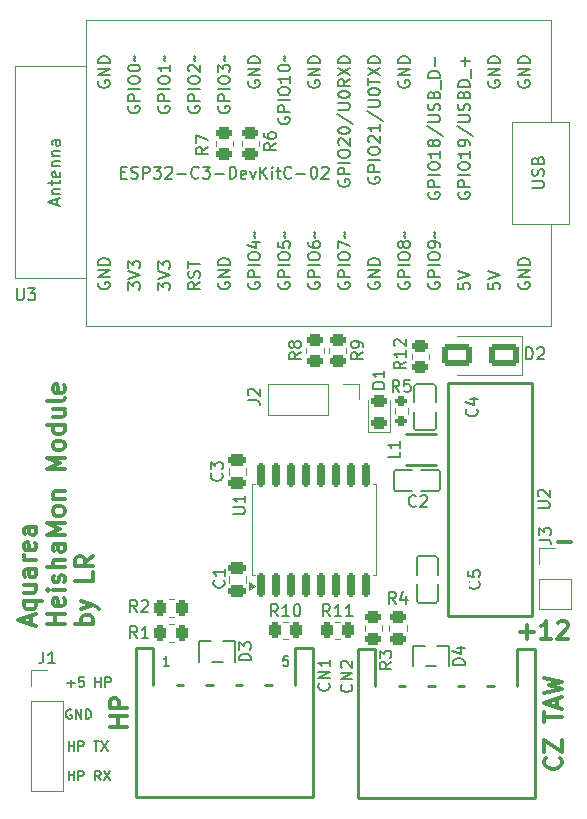
<source format=gbr>
%TF.GenerationSoftware,KiCad,Pcbnew,8.0.8*%
%TF.CreationDate,2025-06-05T09:36:50+02:00*%
%TF.ProjectId,heishamon-lr-pdc,68656973-6861-46d6-9f6e-2d6c722d7064,rev?*%
%TF.SameCoordinates,Original*%
%TF.FileFunction,Legend,Top*%
%TF.FilePolarity,Positive*%
%FSLAX46Y46*%
G04 Gerber Fmt 4.6, Leading zero omitted, Abs format (unit mm)*
G04 Created by KiCad (PCBNEW 8.0.8) date 2025-06-05 09:36:50*
%MOMM*%
%LPD*%
G01*
G04 APERTURE LIST*
G04 Aperture macros list*
%AMRoundRect*
0 Rectangle with rounded corners*
0 $1 Rounding radius*
0 $2 $3 $4 $5 $6 $7 $8 $9 X,Y pos of 4 corners*
0 Add a 4 corners polygon primitive as box body*
4,1,4,$2,$3,$4,$5,$6,$7,$8,$9,$2,$3,0*
0 Add four circle primitives for the rounded corners*
1,1,$1+$1,$2,$3*
1,1,$1+$1,$4,$5*
1,1,$1+$1,$6,$7*
1,1,$1+$1,$8,$9*
0 Add four rect primitives between the rounded corners*
20,1,$1+$1,$2,$3,$4,$5,0*
20,1,$1+$1,$4,$5,$6,$7,0*
20,1,$1+$1,$6,$7,$8,$9,0*
20,1,$1+$1,$8,$9,$2,$3,0*%
G04 Aperture macros list end*
%ADD10C,0.200000*%
%ADD11C,0.300000*%
%ADD12C,0.150000*%
%ADD13C,0.120000*%
%ADD14C,0.250000*%
%ADD15R,1.350000X1.410000*%
%ADD16RoundRect,0.150000X0.150000X-0.875000X0.150000X0.875000X-0.150000X0.875000X-0.150000X-0.875000X0*%
%ADD17RoundRect,0.250000X-0.262500X-0.450000X0.262500X-0.450000X0.262500X0.450000X-0.262500X0.450000X0*%
%ADD18R,0.530000X1.040000*%
%ADD19RoundRect,0.200000X0.275000X-0.200000X0.275000X0.200000X-0.275000X0.200000X-0.275000X-0.200000X0*%
%ADD20RoundRect,0.250000X0.262500X0.450000X-0.262500X0.450000X-0.262500X-0.450000X0.262500X-0.450000X0*%
%ADD21R,1.000000X2.200000*%
%ADD22R,1.200000X2.000000*%
%ADD23O,1.200000X2.000000*%
%ADD24C,2.800000*%
%ADD25R,1.600000X1.600000*%
%ADD26C,1.600000*%
%ADD27RoundRect,0.250000X-0.450000X0.262500X-0.450000X-0.262500X0.450000X-0.262500X0.450000X0.262500X0*%
%ADD28RoundRect,0.250000X-0.475000X0.250000X-0.475000X-0.250000X0.475000X-0.250000X0.475000X0.250000X0*%
%ADD29RoundRect,0.250000X0.450000X-0.262500X0.450000X0.262500X-0.450000X0.262500X-0.450000X-0.262500X0*%
%ADD30R,1.700000X1.700000*%
%ADD31O,1.700000X1.700000*%
%ADD32RoundRect,0.250000X0.475000X-0.250000X0.475000X0.250000X-0.475000X0.250000X-0.475000X-0.250000X0*%
%ADD33RoundRect,0.250000X1.000000X0.650000X-1.000000X0.650000X-1.000000X-0.650000X1.000000X-0.650000X0*%
%ADD34R,1.410000X1.350000*%
%ADD35RoundRect,0.243750X0.456250X-0.243750X0.456250X0.243750X-0.456250X0.243750X-0.456250X-0.243750X0*%
G04 APERTURE END LIST*
D10*
X38953006Y-67891695D02*
X38572054Y-67891695D01*
X38572054Y-67891695D02*
X38533958Y-68272647D01*
X38533958Y-68272647D02*
X38572054Y-68234552D01*
X38572054Y-68234552D02*
X38648244Y-68196457D01*
X38648244Y-68196457D02*
X38838720Y-68196457D01*
X38838720Y-68196457D02*
X38914911Y-68234552D01*
X38914911Y-68234552D02*
X38953006Y-68272647D01*
X38953006Y-68272647D02*
X38991101Y-68348838D01*
X38991101Y-68348838D02*
X38991101Y-68539314D01*
X38991101Y-68539314D02*
X38953006Y-68615504D01*
X38953006Y-68615504D02*
X38914911Y-68653600D01*
X38914911Y-68653600D02*
X38838720Y-68691695D01*
X38838720Y-68691695D02*
X38648244Y-68691695D01*
X38648244Y-68691695D02*
X38572054Y-68653600D01*
X38572054Y-68653600D02*
X38533958Y-68615504D01*
D11*
X62007971Y-76488346D02*
X62079400Y-76559774D01*
X62079400Y-76559774D02*
X62150828Y-76774060D01*
X62150828Y-76774060D02*
X62150828Y-76916917D01*
X62150828Y-76916917D02*
X62079400Y-77131203D01*
X62079400Y-77131203D02*
X61936542Y-77274060D01*
X61936542Y-77274060D02*
X61793685Y-77345489D01*
X61793685Y-77345489D02*
X61507971Y-77416917D01*
X61507971Y-77416917D02*
X61293685Y-77416917D01*
X61293685Y-77416917D02*
X61007971Y-77345489D01*
X61007971Y-77345489D02*
X60865114Y-77274060D01*
X60865114Y-77274060D02*
X60722257Y-77131203D01*
X60722257Y-77131203D02*
X60650828Y-76916917D01*
X60650828Y-76916917D02*
X60650828Y-76774060D01*
X60650828Y-76774060D02*
X60722257Y-76559774D01*
X60722257Y-76559774D02*
X60793685Y-76488346D01*
X60650828Y-75988346D02*
X60650828Y-74988346D01*
X60650828Y-74988346D02*
X62150828Y-75988346D01*
X62150828Y-75988346D02*
X62150828Y-74988346D01*
X60650828Y-73488346D02*
X60650828Y-72631204D01*
X62150828Y-73059775D02*
X60650828Y-73059775D01*
X61722257Y-72202632D02*
X61722257Y-71488347D01*
X62150828Y-72345489D02*
X60650828Y-71845489D01*
X60650828Y-71845489D02*
X62150828Y-71345489D01*
X60650828Y-70988347D02*
X62150828Y-70631204D01*
X62150828Y-70631204D02*
X61079400Y-70345490D01*
X61079400Y-70345490D02*
X62150828Y-70059775D01*
X62150828Y-70059775D02*
X60650828Y-69702633D01*
D10*
X20272054Y-70186933D02*
X20881578Y-70186933D01*
X20576816Y-70491695D02*
X20576816Y-69882171D01*
X21643482Y-69691695D02*
X21262530Y-69691695D01*
X21262530Y-69691695D02*
X21224434Y-70072647D01*
X21224434Y-70072647D02*
X21262530Y-70034552D01*
X21262530Y-70034552D02*
X21338720Y-69996457D01*
X21338720Y-69996457D02*
X21529196Y-69996457D01*
X21529196Y-69996457D02*
X21605387Y-70034552D01*
X21605387Y-70034552D02*
X21643482Y-70072647D01*
X21643482Y-70072647D02*
X21681577Y-70148838D01*
X21681577Y-70148838D02*
X21681577Y-70339314D01*
X21681577Y-70339314D02*
X21643482Y-70415504D01*
X21643482Y-70415504D02*
X21605387Y-70453600D01*
X21605387Y-70453600D02*
X21529196Y-70491695D01*
X21529196Y-70491695D02*
X21338720Y-70491695D01*
X21338720Y-70491695D02*
X21262530Y-70453600D01*
X21262530Y-70453600D02*
X21224434Y-70415504D01*
X22633959Y-70491695D02*
X22633959Y-69691695D01*
X22633959Y-70072647D02*
X23091102Y-70072647D01*
X23091102Y-70491695D02*
X23091102Y-69691695D01*
X23472054Y-70491695D02*
X23472054Y-69691695D01*
X23472054Y-69691695D02*
X23776816Y-69691695D01*
X23776816Y-69691695D02*
X23853006Y-69729790D01*
X23853006Y-69729790D02*
X23891101Y-69767885D01*
X23891101Y-69767885D02*
X23929197Y-69844076D01*
X23929197Y-69844076D02*
X23929197Y-69958361D01*
X23929197Y-69958361D02*
X23891101Y-70034552D01*
X23891101Y-70034552D02*
X23853006Y-70072647D01*
X23853006Y-70072647D02*
X23776816Y-70110742D01*
X23776816Y-70110742D02*
X23472054Y-70110742D01*
X20372054Y-75891695D02*
X20372054Y-75091695D01*
X20372054Y-75472647D02*
X20829197Y-75472647D01*
X20829197Y-75891695D02*
X20829197Y-75091695D01*
X21210149Y-75891695D02*
X21210149Y-75091695D01*
X21210149Y-75091695D02*
X21514911Y-75091695D01*
X21514911Y-75091695D02*
X21591101Y-75129790D01*
X21591101Y-75129790D02*
X21629196Y-75167885D01*
X21629196Y-75167885D02*
X21667292Y-75244076D01*
X21667292Y-75244076D02*
X21667292Y-75358361D01*
X21667292Y-75358361D02*
X21629196Y-75434552D01*
X21629196Y-75434552D02*
X21591101Y-75472647D01*
X21591101Y-75472647D02*
X21514911Y-75510742D01*
X21514911Y-75510742D02*
X21210149Y-75510742D01*
X22505387Y-75091695D02*
X22962530Y-75091695D01*
X22733958Y-75891695D02*
X22733958Y-75091695D01*
X23153006Y-75091695D02*
X23686340Y-75891695D01*
X23686340Y-75091695D02*
X23153006Y-75891695D01*
D11*
X25350828Y-73845489D02*
X23850828Y-73845489D01*
X24565114Y-73845489D02*
X24565114Y-72988346D01*
X25350828Y-72988346D02*
X23850828Y-72988346D01*
X25350828Y-72274060D02*
X23850828Y-72274060D01*
X23850828Y-72274060D02*
X23850828Y-71702631D01*
X23850828Y-71702631D02*
X23922257Y-71559774D01*
X23922257Y-71559774D02*
X23993685Y-71488345D01*
X23993685Y-71488345D02*
X24136542Y-71416917D01*
X24136542Y-71416917D02*
X24350828Y-71416917D01*
X24350828Y-71416917D02*
X24493685Y-71488345D01*
X24493685Y-71488345D02*
X24565114Y-71559774D01*
X24565114Y-71559774D02*
X24636542Y-71702631D01*
X24636542Y-71702631D02*
X24636542Y-72274060D01*
D10*
X20372054Y-78391695D02*
X20372054Y-77591695D01*
X20372054Y-77972647D02*
X20829197Y-77972647D01*
X20829197Y-78391695D02*
X20829197Y-77591695D01*
X21210149Y-78391695D02*
X21210149Y-77591695D01*
X21210149Y-77591695D02*
X21514911Y-77591695D01*
X21514911Y-77591695D02*
X21591101Y-77629790D01*
X21591101Y-77629790D02*
X21629196Y-77667885D01*
X21629196Y-77667885D02*
X21667292Y-77744076D01*
X21667292Y-77744076D02*
X21667292Y-77858361D01*
X21667292Y-77858361D02*
X21629196Y-77934552D01*
X21629196Y-77934552D02*
X21591101Y-77972647D01*
X21591101Y-77972647D02*
X21514911Y-78010742D01*
X21514911Y-78010742D02*
X21210149Y-78010742D01*
X23076816Y-78391695D02*
X22810149Y-78010742D01*
X22619673Y-78391695D02*
X22619673Y-77591695D01*
X22619673Y-77591695D02*
X22924435Y-77591695D01*
X22924435Y-77591695D02*
X23000625Y-77629790D01*
X23000625Y-77629790D02*
X23038720Y-77667885D01*
X23038720Y-77667885D02*
X23076816Y-77744076D01*
X23076816Y-77744076D02*
X23076816Y-77858361D01*
X23076816Y-77858361D02*
X23038720Y-77934552D01*
X23038720Y-77934552D02*
X23000625Y-77972647D01*
X23000625Y-77972647D02*
X22924435Y-78010742D01*
X22924435Y-78010742D02*
X22619673Y-78010742D01*
X23343482Y-77591695D02*
X23876816Y-78391695D01*
X23876816Y-77591695D02*
X23343482Y-78391695D01*
D11*
X61804510Y-58229400D02*
X62947368Y-58229400D01*
X17192425Y-65216917D02*
X17192425Y-64502632D01*
X17620996Y-65359774D02*
X16120996Y-64859774D01*
X16120996Y-64859774D02*
X17620996Y-64359774D01*
X16620996Y-63216918D02*
X18120996Y-63216918D01*
X17549568Y-63216918D02*
X17620996Y-63359775D01*
X17620996Y-63359775D02*
X17620996Y-63645489D01*
X17620996Y-63645489D02*
X17549568Y-63788346D01*
X17549568Y-63788346D02*
X17478139Y-63859775D01*
X17478139Y-63859775D02*
X17335282Y-63931203D01*
X17335282Y-63931203D02*
X16906710Y-63931203D01*
X16906710Y-63931203D02*
X16763853Y-63859775D01*
X16763853Y-63859775D02*
X16692425Y-63788346D01*
X16692425Y-63788346D02*
X16620996Y-63645489D01*
X16620996Y-63645489D02*
X16620996Y-63359775D01*
X16620996Y-63359775D02*
X16692425Y-63216918D01*
X16620996Y-61859775D02*
X17620996Y-61859775D01*
X16620996Y-62502632D02*
X17406710Y-62502632D01*
X17406710Y-62502632D02*
X17549568Y-62431203D01*
X17549568Y-62431203D02*
X17620996Y-62288346D01*
X17620996Y-62288346D02*
X17620996Y-62074060D01*
X17620996Y-62074060D02*
X17549568Y-61931203D01*
X17549568Y-61931203D02*
X17478139Y-61859775D01*
X17620996Y-60502632D02*
X16835282Y-60502632D01*
X16835282Y-60502632D02*
X16692425Y-60574060D01*
X16692425Y-60574060D02*
X16620996Y-60716917D01*
X16620996Y-60716917D02*
X16620996Y-61002632D01*
X16620996Y-61002632D02*
X16692425Y-61145489D01*
X17549568Y-60502632D02*
X17620996Y-60645489D01*
X17620996Y-60645489D02*
X17620996Y-61002632D01*
X17620996Y-61002632D02*
X17549568Y-61145489D01*
X17549568Y-61145489D02*
X17406710Y-61216917D01*
X17406710Y-61216917D02*
X17263853Y-61216917D01*
X17263853Y-61216917D02*
X17120996Y-61145489D01*
X17120996Y-61145489D02*
X17049568Y-61002632D01*
X17049568Y-61002632D02*
X17049568Y-60645489D01*
X17049568Y-60645489D02*
X16978139Y-60502632D01*
X17620996Y-59788346D02*
X16620996Y-59788346D01*
X16906710Y-59788346D02*
X16763853Y-59716917D01*
X16763853Y-59716917D02*
X16692425Y-59645489D01*
X16692425Y-59645489D02*
X16620996Y-59502631D01*
X16620996Y-59502631D02*
X16620996Y-59359774D01*
X17549568Y-58288346D02*
X17620996Y-58431203D01*
X17620996Y-58431203D02*
X17620996Y-58716918D01*
X17620996Y-58716918D02*
X17549568Y-58859775D01*
X17549568Y-58859775D02*
X17406710Y-58931203D01*
X17406710Y-58931203D02*
X16835282Y-58931203D01*
X16835282Y-58931203D02*
X16692425Y-58859775D01*
X16692425Y-58859775D02*
X16620996Y-58716918D01*
X16620996Y-58716918D02*
X16620996Y-58431203D01*
X16620996Y-58431203D02*
X16692425Y-58288346D01*
X16692425Y-58288346D02*
X16835282Y-58216918D01*
X16835282Y-58216918D02*
X16978139Y-58216918D01*
X16978139Y-58216918D02*
X17120996Y-58931203D01*
X17620996Y-56931204D02*
X16835282Y-56931204D01*
X16835282Y-56931204D02*
X16692425Y-57002632D01*
X16692425Y-57002632D02*
X16620996Y-57145489D01*
X16620996Y-57145489D02*
X16620996Y-57431204D01*
X16620996Y-57431204D02*
X16692425Y-57574061D01*
X17549568Y-56931204D02*
X17620996Y-57074061D01*
X17620996Y-57074061D02*
X17620996Y-57431204D01*
X17620996Y-57431204D02*
X17549568Y-57574061D01*
X17549568Y-57574061D02*
X17406710Y-57645489D01*
X17406710Y-57645489D02*
X17263853Y-57645489D01*
X17263853Y-57645489D02*
X17120996Y-57574061D01*
X17120996Y-57574061D02*
X17049568Y-57431204D01*
X17049568Y-57431204D02*
X17049568Y-57074061D01*
X17049568Y-57074061D02*
X16978139Y-56931204D01*
X20035912Y-65145489D02*
X18535912Y-65145489D01*
X19250198Y-65145489D02*
X19250198Y-64288346D01*
X20035912Y-64288346D02*
X18535912Y-64288346D01*
X19964484Y-63002631D02*
X20035912Y-63145488D01*
X20035912Y-63145488D02*
X20035912Y-63431203D01*
X20035912Y-63431203D02*
X19964484Y-63574060D01*
X19964484Y-63574060D02*
X19821626Y-63645488D01*
X19821626Y-63645488D02*
X19250198Y-63645488D01*
X19250198Y-63645488D02*
X19107341Y-63574060D01*
X19107341Y-63574060D02*
X19035912Y-63431203D01*
X19035912Y-63431203D02*
X19035912Y-63145488D01*
X19035912Y-63145488D02*
X19107341Y-63002631D01*
X19107341Y-63002631D02*
X19250198Y-62931203D01*
X19250198Y-62931203D02*
X19393055Y-62931203D01*
X19393055Y-62931203D02*
X19535912Y-63645488D01*
X20035912Y-62288346D02*
X19035912Y-62288346D01*
X18535912Y-62288346D02*
X18607341Y-62359774D01*
X18607341Y-62359774D02*
X18678769Y-62288346D01*
X18678769Y-62288346D02*
X18607341Y-62216917D01*
X18607341Y-62216917D02*
X18535912Y-62288346D01*
X18535912Y-62288346D02*
X18678769Y-62288346D01*
X19964484Y-61645488D02*
X20035912Y-61502631D01*
X20035912Y-61502631D02*
X20035912Y-61216917D01*
X20035912Y-61216917D02*
X19964484Y-61074060D01*
X19964484Y-61074060D02*
X19821626Y-61002631D01*
X19821626Y-61002631D02*
X19750198Y-61002631D01*
X19750198Y-61002631D02*
X19607341Y-61074060D01*
X19607341Y-61074060D02*
X19535912Y-61216917D01*
X19535912Y-61216917D02*
X19535912Y-61431203D01*
X19535912Y-61431203D02*
X19464484Y-61574060D01*
X19464484Y-61574060D02*
X19321626Y-61645488D01*
X19321626Y-61645488D02*
X19250198Y-61645488D01*
X19250198Y-61645488D02*
X19107341Y-61574060D01*
X19107341Y-61574060D02*
X19035912Y-61431203D01*
X19035912Y-61431203D02*
X19035912Y-61216917D01*
X19035912Y-61216917D02*
X19107341Y-61074060D01*
X20035912Y-60359774D02*
X18535912Y-60359774D01*
X20035912Y-59716917D02*
X19250198Y-59716917D01*
X19250198Y-59716917D02*
X19107341Y-59788345D01*
X19107341Y-59788345D02*
X19035912Y-59931202D01*
X19035912Y-59931202D02*
X19035912Y-60145488D01*
X19035912Y-60145488D02*
X19107341Y-60288345D01*
X19107341Y-60288345D02*
X19178769Y-60359774D01*
X20035912Y-58359774D02*
X19250198Y-58359774D01*
X19250198Y-58359774D02*
X19107341Y-58431202D01*
X19107341Y-58431202D02*
X19035912Y-58574059D01*
X19035912Y-58574059D02*
X19035912Y-58859774D01*
X19035912Y-58859774D02*
X19107341Y-59002631D01*
X19964484Y-58359774D02*
X20035912Y-58502631D01*
X20035912Y-58502631D02*
X20035912Y-58859774D01*
X20035912Y-58859774D02*
X19964484Y-59002631D01*
X19964484Y-59002631D02*
X19821626Y-59074059D01*
X19821626Y-59074059D02*
X19678769Y-59074059D01*
X19678769Y-59074059D02*
X19535912Y-59002631D01*
X19535912Y-59002631D02*
X19464484Y-58859774D01*
X19464484Y-58859774D02*
X19464484Y-58502631D01*
X19464484Y-58502631D02*
X19393055Y-58359774D01*
X20035912Y-57645488D02*
X18535912Y-57645488D01*
X18535912Y-57645488D02*
X19607341Y-57145488D01*
X19607341Y-57145488D02*
X18535912Y-56645488D01*
X18535912Y-56645488D02*
X20035912Y-56645488D01*
X20035912Y-55716916D02*
X19964484Y-55859773D01*
X19964484Y-55859773D02*
X19893055Y-55931202D01*
X19893055Y-55931202D02*
X19750198Y-56002630D01*
X19750198Y-56002630D02*
X19321626Y-56002630D01*
X19321626Y-56002630D02*
X19178769Y-55931202D01*
X19178769Y-55931202D02*
X19107341Y-55859773D01*
X19107341Y-55859773D02*
X19035912Y-55716916D01*
X19035912Y-55716916D02*
X19035912Y-55502630D01*
X19035912Y-55502630D02*
X19107341Y-55359773D01*
X19107341Y-55359773D02*
X19178769Y-55288345D01*
X19178769Y-55288345D02*
X19321626Y-55216916D01*
X19321626Y-55216916D02*
X19750198Y-55216916D01*
X19750198Y-55216916D02*
X19893055Y-55288345D01*
X19893055Y-55288345D02*
X19964484Y-55359773D01*
X19964484Y-55359773D02*
X20035912Y-55502630D01*
X20035912Y-55502630D02*
X20035912Y-55716916D01*
X19035912Y-54574059D02*
X20035912Y-54574059D01*
X19178769Y-54574059D02*
X19107341Y-54502630D01*
X19107341Y-54502630D02*
X19035912Y-54359773D01*
X19035912Y-54359773D02*
X19035912Y-54145487D01*
X19035912Y-54145487D02*
X19107341Y-54002630D01*
X19107341Y-54002630D02*
X19250198Y-53931202D01*
X19250198Y-53931202D02*
X20035912Y-53931202D01*
X20035912Y-52074059D02*
X18535912Y-52074059D01*
X18535912Y-52074059D02*
X19607341Y-51574059D01*
X19607341Y-51574059D02*
X18535912Y-51074059D01*
X18535912Y-51074059D02*
X20035912Y-51074059D01*
X20035912Y-50145487D02*
X19964484Y-50288344D01*
X19964484Y-50288344D02*
X19893055Y-50359773D01*
X19893055Y-50359773D02*
X19750198Y-50431201D01*
X19750198Y-50431201D02*
X19321626Y-50431201D01*
X19321626Y-50431201D02*
X19178769Y-50359773D01*
X19178769Y-50359773D02*
X19107341Y-50288344D01*
X19107341Y-50288344D02*
X19035912Y-50145487D01*
X19035912Y-50145487D02*
X19035912Y-49931201D01*
X19035912Y-49931201D02*
X19107341Y-49788344D01*
X19107341Y-49788344D02*
X19178769Y-49716916D01*
X19178769Y-49716916D02*
X19321626Y-49645487D01*
X19321626Y-49645487D02*
X19750198Y-49645487D01*
X19750198Y-49645487D02*
X19893055Y-49716916D01*
X19893055Y-49716916D02*
X19964484Y-49788344D01*
X19964484Y-49788344D02*
X20035912Y-49931201D01*
X20035912Y-49931201D02*
X20035912Y-50145487D01*
X20035912Y-48359773D02*
X18535912Y-48359773D01*
X19964484Y-48359773D02*
X20035912Y-48502630D01*
X20035912Y-48502630D02*
X20035912Y-48788344D01*
X20035912Y-48788344D02*
X19964484Y-48931201D01*
X19964484Y-48931201D02*
X19893055Y-49002630D01*
X19893055Y-49002630D02*
X19750198Y-49074058D01*
X19750198Y-49074058D02*
X19321626Y-49074058D01*
X19321626Y-49074058D02*
X19178769Y-49002630D01*
X19178769Y-49002630D02*
X19107341Y-48931201D01*
X19107341Y-48931201D02*
X19035912Y-48788344D01*
X19035912Y-48788344D02*
X19035912Y-48502630D01*
X19035912Y-48502630D02*
X19107341Y-48359773D01*
X19035912Y-47002630D02*
X20035912Y-47002630D01*
X19035912Y-47645487D02*
X19821626Y-47645487D01*
X19821626Y-47645487D02*
X19964484Y-47574058D01*
X19964484Y-47574058D02*
X20035912Y-47431201D01*
X20035912Y-47431201D02*
X20035912Y-47216915D01*
X20035912Y-47216915D02*
X19964484Y-47074058D01*
X19964484Y-47074058D02*
X19893055Y-47002630D01*
X20035912Y-46074058D02*
X19964484Y-46216915D01*
X19964484Y-46216915D02*
X19821626Y-46288344D01*
X19821626Y-46288344D02*
X18535912Y-46288344D01*
X19964484Y-44931201D02*
X20035912Y-45074058D01*
X20035912Y-45074058D02*
X20035912Y-45359773D01*
X20035912Y-45359773D02*
X19964484Y-45502630D01*
X19964484Y-45502630D02*
X19821626Y-45574058D01*
X19821626Y-45574058D02*
X19250198Y-45574058D01*
X19250198Y-45574058D02*
X19107341Y-45502630D01*
X19107341Y-45502630D02*
X19035912Y-45359773D01*
X19035912Y-45359773D02*
X19035912Y-45074058D01*
X19035912Y-45074058D02*
X19107341Y-44931201D01*
X19107341Y-44931201D02*
X19250198Y-44859773D01*
X19250198Y-44859773D02*
X19393055Y-44859773D01*
X19393055Y-44859773D02*
X19535912Y-45574058D01*
X22450828Y-65145489D02*
X20950828Y-65145489D01*
X21522257Y-65145489D02*
X21450828Y-65002632D01*
X21450828Y-65002632D02*
X21450828Y-64716917D01*
X21450828Y-64716917D02*
X21522257Y-64574060D01*
X21522257Y-64574060D02*
X21593685Y-64502632D01*
X21593685Y-64502632D02*
X21736542Y-64431203D01*
X21736542Y-64431203D02*
X22165114Y-64431203D01*
X22165114Y-64431203D02*
X22307971Y-64502632D01*
X22307971Y-64502632D02*
X22379400Y-64574060D01*
X22379400Y-64574060D02*
X22450828Y-64716917D01*
X22450828Y-64716917D02*
X22450828Y-65002632D01*
X22450828Y-65002632D02*
X22379400Y-65145489D01*
X21450828Y-63931203D02*
X22450828Y-63574060D01*
X21450828Y-63216917D02*
X22450828Y-63574060D01*
X22450828Y-63574060D02*
X22807971Y-63716917D01*
X22807971Y-63716917D02*
X22879400Y-63788346D01*
X22879400Y-63788346D02*
X22950828Y-63931203D01*
X22450828Y-60788346D02*
X22450828Y-61502632D01*
X22450828Y-61502632D02*
X20950828Y-61502632D01*
X22450828Y-59431203D02*
X21736542Y-59931203D01*
X22450828Y-60288346D02*
X20950828Y-60288346D01*
X20950828Y-60288346D02*
X20950828Y-59716917D01*
X20950828Y-59716917D02*
X21022257Y-59574060D01*
X21022257Y-59574060D02*
X21093685Y-59502631D01*
X21093685Y-59502631D02*
X21236542Y-59431203D01*
X21236542Y-59431203D02*
X21450828Y-59431203D01*
X21450828Y-59431203D02*
X21593685Y-59502631D01*
X21593685Y-59502631D02*
X21665114Y-59574060D01*
X21665114Y-59574060D02*
X21736542Y-59716917D01*
X21736542Y-59716917D02*
X21736542Y-60288346D01*
X58604510Y-65829400D02*
X59747368Y-65829400D01*
X59175939Y-66400828D02*
X59175939Y-65257971D01*
X61247368Y-66400828D02*
X60390225Y-66400828D01*
X60818796Y-66400828D02*
X60818796Y-64900828D01*
X60818796Y-64900828D02*
X60675939Y-65115114D01*
X60675939Y-65115114D02*
X60533082Y-65257971D01*
X60533082Y-65257971D02*
X60390225Y-65329400D01*
X61818796Y-65043685D02*
X61890224Y-64972257D01*
X61890224Y-64972257D02*
X62033082Y-64900828D01*
X62033082Y-64900828D02*
X62390224Y-64900828D01*
X62390224Y-64900828D02*
X62533082Y-64972257D01*
X62533082Y-64972257D02*
X62604510Y-65043685D01*
X62604510Y-65043685D02*
X62675939Y-65186542D01*
X62675939Y-65186542D02*
X62675939Y-65329400D01*
X62675939Y-65329400D02*
X62604510Y-65543685D01*
X62604510Y-65543685D02*
X61747367Y-66400828D01*
X61747367Y-66400828D02*
X62675939Y-66400828D01*
D10*
X28891101Y-68691695D02*
X28433958Y-68691695D01*
X28662530Y-68691695D02*
X28662530Y-67891695D01*
X28662530Y-67891695D02*
X28586339Y-68005980D01*
X28586339Y-68005980D02*
X28510149Y-68082171D01*
X28510149Y-68082171D02*
X28433958Y-68120266D01*
X20591101Y-72429790D02*
X20514911Y-72391695D01*
X20514911Y-72391695D02*
X20400625Y-72391695D01*
X20400625Y-72391695D02*
X20286339Y-72429790D01*
X20286339Y-72429790D02*
X20210149Y-72505980D01*
X20210149Y-72505980D02*
X20172054Y-72582171D01*
X20172054Y-72582171D02*
X20133958Y-72734552D01*
X20133958Y-72734552D02*
X20133958Y-72848838D01*
X20133958Y-72848838D02*
X20172054Y-73001219D01*
X20172054Y-73001219D02*
X20210149Y-73077409D01*
X20210149Y-73077409D02*
X20286339Y-73153600D01*
X20286339Y-73153600D02*
X20400625Y-73191695D01*
X20400625Y-73191695D02*
X20476816Y-73191695D01*
X20476816Y-73191695D02*
X20591101Y-73153600D01*
X20591101Y-73153600D02*
X20629197Y-73115504D01*
X20629197Y-73115504D02*
X20629197Y-72848838D01*
X20629197Y-72848838D02*
X20476816Y-72848838D01*
X20972054Y-73191695D02*
X20972054Y-72391695D01*
X20972054Y-72391695D02*
X21429197Y-73191695D01*
X21429197Y-73191695D02*
X21429197Y-72391695D01*
X21810149Y-73191695D02*
X21810149Y-72391695D01*
X21810149Y-72391695D02*
X22000625Y-72391695D01*
X22000625Y-72391695D02*
X22114911Y-72429790D01*
X22114911Y-72429790D02*
X22191101Y-72505980D01*
X22191101Y-72505980D02*
X22229196Y-72582171D01*
X22229196Y-72582171D02*
X22267292Y-72734552D01*
X22267292Y-72734552D02*
X22267292Y-72848838D01*
X22267292Y-72848838D02*
X22229196Y-73001219D01*
X22229196Y-73001219D02*
X22191101Y-73077409D01*
X22191101Y-73077409D02*
X22114911Y-73153600D01*
X22114911Y-73153600D02*
X22000625Y-73191695D01*
X22000625Y-73191695D02*
X21810149Y-73191695D01*
D12*
X55109580Y-61566666D02*
X55157200Y-61614285D01*
X55157200Y-61614285D02*
X55204819Y-61757142D01*
X55204819Y-61757142D02*
X55204819Y-61852380D01*
X55204819Y-61852380D02*
X55157200Y-61995237D01*
X55157200Y-61995237D02*
X55061961Y-62090475D01*
X55061961Y-62090475D02*
X54966723Y-62138094D01*
X54966723Y-62138094D02*
X54776247Y-62185713D01*
X54776247Y-62185713D02*
X54633390Y-62185713D01*
X54633390Y-62185713D02*
X54442914Y-62138094D01*
X54442914Y-62138094D02*
X54347676Y-62090475D01*
X54347676Y-62090475D02*
X54252438Y-61995237D01*
X54252438Y-61995237D02*
X54204819Y-61852380D01*
X54204819Y-61852380D02*
X54204819Y-61757142D01*
X54204819Y-61757142D02*
X54252438Y-61614285D01*
X54252438Y-61614285D02*
X54300057Y-61566666D01*
X54204819Y-60661904D02*
X54204819Y-61138094D01*
X54204819Y-61138094D02*
X54681009Y-61185713D01*
X54681009Y-61185713D02*
X54633390Y-61138094D01*
X54633390Y-61138094D02*
X54585771Y-61042856D01*
X54585771Y-61042856D02*
X54585771Y-60804761D01*
X54585771Y-60804761D02*
X54633390Y-60709523D01*
X54633390Y-60709523D02*
X54681009Y-60661904D01*
X54681009Y-60661904D02*
X54776247Y-60614285D01*
X54776247Y-60614285D02*
X55014342Y-60614285D01*
X55014342Y-60614285D02*
X55109580Y-60661904D01*
X55109580Y-60661904D02*
X55157200Y-60709523D01*
X55157200Y-60709523D02*
X55204819Y-60804761D01*
X55204819Y-60804761D02*
X55204819Y-61042856D01*
X55204819Y-61042856D02*
X55157200Y-61138094D01*
X55157200Y-61138094D02*
X55109580Y-61185713D01*
X54909580Y-46966666D02*
X54957200Y-47014285D01*
X54957200Y-47014285D02*
X55004819Y-47157142D01*
X55004819Y-47157142D02*
X55004819Y-47252380D01*
X55004819Y-47252380D02*
X54957200Y-47395237D01*
X54957200Y-47395237D02*
X54861961Y-47490475D01*
X54861961Y-47490475D02*
X54766723Y-47538094D01*
X54766723Y-47538094D02*
X54576247Y-47585713D01*
X54576247Y-47585713D02*
X54433390Y-47585713D01*
X54433390Y-47585713D02*
X54242914Y-47538094D01*
X54242914Y-47538094D02*
X54147676Y-47490475D01*
X54147676Y-47490475D02*
X54052438Y-47395237D01*
X54052438Y-47395237D02*
X54004819Y-47252380D01*
X54004819Y-47252380D02*
X54004819Y-47157142D01*
X54004819Y-47157142D02*
X54052438Y-47014285D01*
X54052438Y-47014285D02*
X54100057Y-46966666D01*
X54338152Y-46109523D02*
X55004819Y-46109523D01*
X53957200Y-46347618D02*
X54671485Y-46585713D01*
X54671485Y-46585713D02*
X54671485Y-45966666D01*
X34304819Y-55861904D02*
X35114342Y-55861904D01*
X35114342Y-55861904D02*
X35209580Y-55814285D01*
X35209580Y-55814285D02*
X35257200Y-55766666D01*
X35257200Y-55766666D02*
X35304819Y-55671428D01*
X35304819Y-55671428D02*
X35304819Y-55480952D01*
X35304819Y-55480952D02*
X35257200Y-55385714D01*
X35257200Y-55385714D02*
X35209580Y-55338095D01*
X35209580Y-55338095D02*
X35114342Y-55290476D01*
X35114342Y-55290476D02*
X34304819Y-55290476D01*
X35304819Y-54290476D02*
X35304819Y-54861904D01*
X35304819Y-54576190D02*
X34304819Y-54576190D01*
X34304819Y-54576190D02*
X34447676Y-54671428D01*
X34447676Y-54671428D02*
X34542914Y-54766666D01*
X34542914Y-54766666D02*
X34590533Y-54861904D01*
X38094642Y-64504819D02*
X37761309Y-64028628D01*
X37523214Y-64504819D02*
X37523214Y-63504819D01*
X37523214Y-63504819D02*
X37904166Y-63504819D01*
X37904166Y-63504819D02*
X37999404Y-63552438D01*
X37999404Y-63552438D02*
X38047023Y-63600057D01*
X38047023Y-63600057D02*
X38094642Y-63695295D01*
X38094642Y-63695295D02*
X38094642Y-63838152D01*
X38094642Y-63838152D02*
X38047023Y-63933390D01*
X38047023Y-63933390D02*
X37999404Y-63981009D01*
X37999404Y-63981009D02*
X37904166Y-64028628D01*
X37904166Y-64028628D02*
X37523214Y-64028628D01*
X39047023Y-64504819D02*
X38475595Y-64504819D01*
X38761309Y-64504819D02*
X38761309Y-63504819D01*
X38761309Y-63504819D02*
X38666071Y-63647676D01*
X38666071Y-63647676D02*
X38570833Y-63742914D01*
X38570833Y-63742914D02*
X38475595Y-63790533D01*
X39666071Y-63504819D02*
X39761309Y-63504819D01*
X39761309Y-63504819D02*
X39856547Y-63552438D01*
X39856547Y-63552438D02*
X39904166Y-63600057D01*
X39904166Y-63600057D02*
X39951785Y-63695295D01*
X39951785Y-63695295D02*
X39999404Y-63885771D01*
X39999404Y-63885771D02*
X39999404Y-64123866D01*
X39999404Y-64123866D02*
X39951785Y-64314342D01*
X39951785Y-64314342D02*
X39904166Y-64409580D01*
X39904166Y-64409580D02*
X39856547Y-64457200D01*
X39856547Y-64457200D02*
X39761309Y-64504819D01*
X39761309Y-64504819D02*
X39666071Y-64504819D01*
X39666071Y-64504819D02*
X39570833Y-64457200D01*
X39570833Y-64457200D02*
X39523214Y-64409580D01*
X39523214Y-64409580D02*
X39475595Y-64314342D01*
X39475595Y-64314342D02*
X39427976Y-64123866D01*
X39427976Y-64123866D02*
X39427976Y-63885771D01*
X39427976Y-63885771D02*
X39475595Y-63695295D01*
X39475595Y-63695295D02*
X39523214Y-63600057D01*
X39523214Y-63600057D02*
X39570833Y-63552438D01*
X39570833Y-63552438D02*
X39666071Y-63504819D01*
X26183333Y-64154819D02*
X25850000Y-63678628D01*
X25611905Y-64154819D02*
X25611905Y-63154819D01*
X25611905Y-63154819D02*
X25992857Y-63154819D01*
X25992857Y-63154819D02*
X26088095Y-63202438D01*
X26088095Y-63202438D02*
X26135714Y-63250057D01*
X26135714Y-63250057D02*
X26183333Y-63345295D01*
X26183333Y-63345295D02*
X26183333Y-63488152D01*
X26183333Y-63488152D02*
X26135714Y-63583390D01*
X26135714Y-63583390D02*
X26088095Y-63631009D01*
X26088095Y-63631009D02*
X25992857Y-63678628D01*
X25992857Y-63678628D02*
X25611905Y-63678628D01*
X26564286Y-63250057D02*
X26611905Y-63202438D01*
X26611905Y-63202438D02*
X26707143Y-63154819D01*
X26707143Y-63154819D02*
X26945238Y-63154819D01*
X26945238Y-63154819D02*
X27040476Y-63202438D01*
X27040476Y-63202438D02*
X27088095Y-63250057D01*
X27088095Y-63250057D02*
X27135714Y-63345295D01*
X27135714Y-63345295D02*
X27135714Y-63440533D01*
X27135714Y-63440533D02*
X27088095Y-63583390D01*
X27088095Y-63583390D02*
X26516667Y-64154819D01*
X26516667Y-64154819D02*
X27135714Y-64154819D01*
X42507142Y-64504819D02*
X42173809Y-64028628D01*
X41935714Y-64504819D02*
X41935714Y-63504819D01*
X41935714Y-63504819D02*
X42316666Y-63504819D01*
X42316666Y-63504819D02*
X42411904Y-63552438D01*
X42411904Y-63552438D02*
X42459523Y-63600057D01*
X42459523Y-63600057D02*
X42507142Y-63695295D01*
X42507142Y-63695295D02*
X42507142Y-63838152D01*
X42507142Y-63838152D02*
X42459523Y-63933390D01*
X42459523Y-63933390D02*
X42411904Y-63981009D01*
X42411904Y-63981009D02*
X42316666Y-64028628D01*
X42316666Y-64028628D02*
X41935714Y-64028628D01*
X43459523Y-64504819D02*
X42888095Y-64504819D01*
X43173809Y-64504819D02*
X43173809Y-63504819D01*
X43173809Y-63504819D02*
X43078571Y-63647676D01*
X43078571Y-63647676D02*
X42983333Y-63742914D01*
X42983333Y-63742914D02*
X42888095Y-63790533D01*
X44411904Y-64504819D02*
X43840476Y-64504819D01*
X44126190Y-64504819D02*
X44126190Y-63504819D01*
X44126190Y-63504819D02*
X44030952Y-63647676D01*
X44030952Y-63647676D02*
X43935714Y-63742914D01*
X43935714Y-63742914D02*
X43840476Y-63790533D01*
X35804819Y-68238094D02*
X34804819Y-68238094D01*
X34804819Y-68238094D02*
X34804819Y-67999999D01*
X34804819Y-67999999D02*
X34852438Y-67857142D01*
X34852438Y-67857142D02*
X34947676Y-67761904D01*
X34947676Y-67761904D02*
X35042914Y-67714285D01*
X35042914Y-67714285D02*
X35233390Y-67666666D01*
X35233390Y-67666666D02*
X35376247Y-67666666D01*
X35376247Y-67666666D02*
X35566723Y-67714285D01*
X35566723Y-67714285D02*
X35661961Y-67761904D01*
X35661961Y-67761904D02*
X35757200Y-67857142D01*
X35757200Y-67857142D02*
X35804819Y-67999999D01*
X35804819Y-67999999D02*
X35804819Y-68238094D01*
X34804819Y-67333332D02*
X34804819Y-66714285D01*
X34804819Y-66714285D02*
X35185771Y-67047618D01*
X35185771Y-67047618D02*
X35185771Y-66904761D01*
X35185771Y-66904761D02*
X35233390Y-66809523D01*
X35233390Y-66809523D02*
X35281009Y-66761904D01*
X35281009Y-66761904D02*
X35376247Y-66714285D01*
X35376247Y-66714285D02*
X35614342Y-66714285D01*
X35614342Y-66714285D02*
X35709580Y-66761904D01*
X35709580Y-66761904D02*
X35757200Y-66809523D01*
X35757200Y-66809523D02*
X35804819Y-66904761D01*
X35804819Y-66904761D02*
X35804819Y-67190475D01*
X35804819Y-67190475D02*
X35757200Y-67285713D01*
X35757200Y-67285713D02*
X35709580Y-67333332D01*
X48383333Y-45504819D02*
X48050000Y-45028628D01*
X47811905Y-45504819D02*
X47811905Y-44504819D01*
X47811905Y-44504819D02*
X48192857Y-44504819D01*
X48192857Y-44504819D02*
X48288095Y-44552438D01*
X48288095Y-44552438D02*
X48335714Y-44600057D01*
X48335714Y-44600057D02*
X48383333Y-44695295D01*
X48383333Y-44695295D02*
X48383333Y-44838152D01*
X48383333Y-44838152D02*
X48335714Y-44933390D01*
X48335714Y-44933390D02*
X48288095Y-44981009D01*
X48288095Y-44981009D02*
X48192857Y-45028628D01*
X48192857Y-45028628D02*
X47811905Y-45028628D01*
X49288095Y-44504819D02*
X48811905Y-44504819D01*
X48811905Y-44504819D02*
X48764286Y-44981009D01*
X48764286Y-44981009D02*
X48811905Y-44933390D01*
X48811905Y-44933390D02*
X48907143Y-44885771D01*
X48907143Y-44885771D02*
X49145238Y-44885771D01*
X49145238Y-44885771D02*
X49240476Y-44933390D01*
X49240476Y-44933390D02*
X49288095Y-44981009D01*
X49288095Y-44981009D02*
X49335714Y-45076247D01*
X49335714Y-45076247D02*
X49335714Y-45314342D01*
X49335714Y-45314342D02*
X49288095Y-45409580D01*
X49288095Y-45409580D02*
X49240476Y-45457200D01*
X49240476Y-45457200D02*
X49145238Y-45504819D01*
X49145238Y-45504819D02*
X48907143Y-45504819D01*
X48907143Y-45504819D02*
X48811905Y-45457200D01*
X48811905Y-45457200D02*
X48764286Y-45409580D01*
X26183333Y-66354819D02*
X25850000Y-65878628D01*
X25611905Y-66354819D02*
X25611905Y-65354819D01*
X25611905Y-65354819D02*
X25992857Y-65354819D01*
X25992857Y-65354819D02*
X26088095Y-65402438D01*
X26088095Y-65402438D02*
X26135714Y-65450057D01*
X26135714Y-65450057D02*
X26183333Y-65545295D01*
X26183333Y-65545295D02*
X26183333Y-65688152D01*
X26183333Y-65688152D02*
X26135714Y-65783390D01*
X26135714Y-65783390D02*
X26088095Y-65831009D01*
X26088095Y-65831009D02*
X25992857Y-65878628D01*
X25992857Y-65878628D02*
X25611905Y-65878628D01*
X27135714Y-66354819D02*
X26564286Y-66354819D01*
X26850000Y-66354819D02*
X26850000Y-65354819D01*
X26850000Y-65354819D02*
X26754762Y-65497676D01*
X26754762Y-65497676D02*
X26659524Y-65592914D01*
X26659524Y-65592914D02*
X26564286Y-65640533D01*
X48404819Y-50566666D02*
X48404819Y-51042856D01*
X48404819Y-51042856D02*
X47404819Y-51042856D01*
X48404819Y-49709523D02*
X48404819Y-50280951D01*
X48404819Y-49995237D02*
X47404819Y-49995237D01*
X47404819Y-49995237D02*
X47547676Y-50090475D01*
X47547676Y-50090475D02*
X47642914Y-50185713D01*
X47642914Y-50185713D02*
X47690533Y-50280951D01*
X15988095Y-36754819D02*
X15988095Y-37564342D01*
X15988095Y-37564342D02*
X16035714Y-37659580D01*
X16035714Y-37659580D02*
X16083333Y-37707200D01*
X16083333Y-37707200D02*
X16178571Y-37754819D01*
X16178571Y-37754819D02*
X16369047Y-37754819D01*
X16369047Y-37754819D02*
X16464285Y-37707200D01*
X16464285Y-37707200D02*
X16511904Y-37659580D01*
X16511904Y-37659580D02*
X16559523Y-37564342D01*
X16559523Y-37564342D02*
X16559523Y-36754819D01*
X16940476Y-36754819D02*
X17559523Y-36754819D01*
X17559523Y-36754819D02*
X17226190Y-37135771D01*
X17226190Y-37135771D02*
X17369047Y-37135771D01*
X17369047Y-37135771D02*
X17464285Y-37183390D01*
X17464285Y-37183390D02*
X17511904Y-37231009D01*
X17511904Y-37231009D02*
X17559523Y-37326247D01*
X17559523Y-37326247D02*
X17559523Y-37564342D01*
X17559523Y-37564342D02*
X17511904Y-37659580D01*
X17511904Y-37659580D02*
X17464285Y-37707200D01*
X17464285Y-37707200D02*
X17369047Y-37754819D01*
X17369047Y-37754819D02*
X17083333Y-37754819D01*
X17083333Y-37754819D02*
X16988095Y-37707200D01*
X16988095Y-37707200D02*
X16940476Y-37659580D01*
X24808095Y-26931009D02*
X25141428Y-26931009D01*
X25284285Y-27454819D02*
X24808095Y-27454819D01*
X24808095Y-27454819D02*
X24808095Y-26454819D01*
X24808095Y-26454819D02*
X25284285Y-26454819D01*
X25665238Y-27407200D02*
X25808095Y-27454819D01*
X25808095Y-27454819D02*
X26046190Y-27454819D01*
X26046190Y-27454819D02*
X26141428Y-27407200D01*
X26141428Y-27407200D02*
X26189047Y-27359580D01*
X26189047Y-27359580D02*
X26236666Y-27264342D01*
X26236666Y-27264342D02*
X26236666Y-27169104D01*
X26236666Y-27169104D02*
X26189047Y-27073866D01*
X26189047Y-27073866D02*
X26141428Y-27026247D01*
X26141428Y-27026247D02*
X26046190Y-26978628D01*
X26046190Y-26978628D02*
X25855714Y-26931009D01*
X25855714Y-26931009D02*
X25760476Y-26883390D01*
X25760476Y-26883390D02*
X25712857Y-26835771D01*
X25712857Y-26835771D02*
X25665238Y-26740533D01*
X25665238Y-26740533D02*
X25665238Y-26645295D01*
X25665238Y-26645295D02*
X25712857Y-26550057D01*
X25712857Y-26550057D02*
X25760476Y-26502438D01*
X25760476Y-26502438D02*
X25855714Y-26454819D01*
X25855714Y-26454819D02*
X26093809Y-26454819D01*
X26093809Y-26454819D02*
X26236666Y-26502438D01*
X26665238Y-27454819D02*
X26665238Y-26454819D01*
X26665238Y-26454819D02*
X27046190Y-26454819D01*
X27046190Y-26454819D02*
X27141428Y-26502438D01*
X27141428Y-26502438D02*
X27189047Y-26550057D01*
X27189047Y-26550057D02*
X27236666Y-26645295D01*
X27236666Y-26645295D02*
X27236666Y-26788152D01*
X27236666Y-26788152D02*
X27189047Y-26883390D01*
X27189047Y-26883390D02*
X27141428Y-26931009D01*
X27141428Y-26931009D02*
X27046190Y-26978628D01*
X27046190Y-26978628D02*
X26665238Y-26978628D01*
X27570000Y-26454819D02*
X28189047Y-26454819D01*
X28189047Y-26454819D02*
X27855714Y-26835771D01*
X27855714Y-26835771D02*
X27998571Y-26835771D01*
X27998571Y-26835771D02*
X28093809Y-26883390D01*
X28093809Y-26883390D02*
X28141428Y-26931009D01*
X28141428Y-26931009D02*
X28189047Y-27026247D01*
X28189047Y-27026247D02*
X28189047Y-27264342D01*
X28189047Y-27264342D02*
X28141428Y-27359580D01*
X28141428Y-27359580D02*
X28093809Y-27407200D01*
X28093809Y-27407200D02*
X27998571Y-27454819D01*
X27998571Y-27454819D02*
X27712857Y-27454819D01*
X27712857Y-27454819D02*
X27617619Y-27407200D01*
X27617619Y-27407200D02*
X27570000Y-27359580D01*
X28570000Y-26550057D02*
X28617619Y-26502438D01*
X28617619Y-26502438D02*
X28712857Y-26454819D01*
X28712857Y-26454819D02*
X28950952Y-26454819D01*
X28950952Y-26454819D02*
X29046190Y-26502438D01*
X29046190Y-26502438D02*
X29093809Y-26550057D01*
X29093809Y-26550057D02*
X29141428Y-26645295D01*
X29141428Y-26645295D02*
X29141428Y-26740533D01*
X29141428Y-26740533D02*
X29093809Y-26883390D01*
X29093809Y-26883390D02*
X28522381Y-27454819D01*
X28522381Y-27454819D02*
X29141428Y-27454819D01*
X29570000Y-27073866D02*
X30331905Y-27073866D01*
X31379523Y-27359580D02*
X31331904Y-27407200D01*
X31331904Y-27407200D02*
X31189047Y-27454819D01*
X31189047Y-27454819D02*
X31093809Y-27454819D01*
X31093809Y-27454819D02*
X30950952Y-27407200D01*
X30950952Y-27407200D02*
X30855714Y-27311961D01*
X30855714Y-27311961D02*
X30808095Y-27216723D01*
X30808095Y-27216723D02*
X30760476Y-27026247D01*
X30760476Y-27026247D02*
X30760476Y-26883390D01*
X30760476Y-26883390D02*
X30808095Y-26692914D01*
X30808095Y-26692914D02*
X30855714Y-26597676D01*
X30855714Y-26597676D02*
X30950952Y-26502438D01*
X30950952Y-26502438D02*
X31093809Y-26454819D01*
X31093809Y-26454819D02*
X31189047Y-26454819D01*
X31189047Y-26454819D02*
X31331904Y-26502438D01*
X31331904Y-26502438D02*
X31379523Y-26550057D01*
X31712857Y-26454819D02*
X32331904Y-26454819D01*
X32331904Y-26454819D02*
X31998571Y-26835771D01*
X31998571Y-26835771D02*
X32141428Y-26835771D01*
X32141428Y-26835771D02*
X32236666Y-26883390D01*
X32236666Y-26883390D02*
X32284285Y-26931009D01*
X32284285Y-26931009D02*
X32331904Y-27026247D01*
X32331904Y-27026247D02*
X32331904Y-27264342D01*
X32331904Y-27264342D02*
X32284285Y-27359580D01*
X32284285Y-27359580D02*
X32236666Y-27407200D01*
X32236666Y-27407200D02*
X32141428Y-27454819D01*
X32141428Y-27454819D02*
X31855714Y-27454819D01*
X31855714Y-27454819D02*
X31760476Y-27407200D01*
X31760476Y-27407200D02*
X31712857Y-27359580D01*
X32760476Y-27073866D02*
X33522381Y-27073866D01*
X33998571Y-27454819D02*
X33998571Y-26454819D01*
X33998571Y-26454819D02*
X34236666Y-26454819D01*
X34236666Y-26454819D02*
X34379523Y-26502438D01*
X34379523Y-26502438D02*
X34474761Y-26597676D01*
X34474761Y-26597676D02*
X34522380Y-26692914D01*
X34522380Y-26692914D02*
X34569999Y-26883390D01*
X34569999Y-26883390D02*
X34569999Y-27026247D01*
X34569999Y-27026247D02*
X34522380Y-27216723D01*
X34522380Y-27216723D02*
X34474761Y-27311961D01*
X34474761Y-27311961D02*
X34379523Y-27407200D01*
X34379523Y-27407200D02*
X34236666Y-27454819D01*
X34236666Y-27454819D02*
X33998571Y-27454819D01*
X35379523Y-27407200D02*
X35284285Y-27454819D01*
X35284285Y-27454819D02*
X35093809Y-27454819D01*
X35093809Y-27454819D02*
X34998571Y-27407200D01*
X34998571Y-27407200D02*
X34950952Y-27311961D01*
X34950952Y-27311961D02*
X34950952Y-26931009D01*
X34950952Y-26931009D02*
X34998571Y-26835771D01*
X34998571Y-26835771D02*
X35093809Y-26788152D01*
X35093809Y-26788152D02*
X35284285Y-26788152D01*
X35284285Y-26788152D02*
X35379523Y-26835771D01*
X35379523Y-26835771D02*
X35427142Y-26931009D01*
X35427142Y-26931009D02*
X35427142Y-27026247D01*
X35427142Y-27026247D02*
X34950952Y-27121485D01*
X35760476Y-26788152D02*
X35998571Y-27454819D01*
X35998571Y-27454819D02*
X36236666Y-26788152D01*
X36617619Y-27454819D02*
X36617619Y-26454819D01*
X37189047Y-27454819D02*
X36760476Y-26883390D01*
X37189047Y-26454819D02*
X36617619Y-27026247D01*
X37617619Y-27454819D02*
X37617619Y-26788152D01*
X37617619Y-26454819D02*
X37570000Y-26502438D01*
X37570000Y-26502438D02*
X37617619Y-26550057D01*
X37617619Y-26550057D02*
X37665238Y-26502438D01*
X37665238Y-26502438D02*
X37617619Y-26454819D01*
X37617619Y-26454819D02*
X37617619Y-26550057D01*
X37950952Y-26788152D02*
X38331904Y-26788152D01*
X38093809Y-26454819D02*
X38093809Y-27311961D01*
X38093809Y-27311961D02*
X38141428Y-27407200D01*
X38141428Y-27407200D02*
X38236666Y-27454819D01*
X38236666Y-27454819D02*
X38331904Y-27454819D01*
X39236666Y-27359580D02*
X39189047Y-27407200D01*
X39189047Y-27407200D02*
X39046190Y-27454819D01*
X39046190Y-27454819D02*
X38950952Y-27454819D01*
X38950952Y-27454819D02*
X38808095Y-27407200D01*
X38808095Y-27407200D02*
X38712857Y-27311961D01*
X38712857Y-27311961D02*
X38665238Y-27216723D01*
X38665238Y-27216723D02*
X38617619Y-27026247D01*
X38617619Y-27026247D02*
X38617619Y-26883390D01*
X38617619Y-26883390D02*
X38665238Y-26692914D01*
X38665238Y-26692914D02*
X38712857Y-26597676D01*
X38712857Y-26597676D02*
X38808095Y-26502438D01*
X38808095Y-26502438D02*
X38950952Y-26454819D01*
X38950952Y-26454819D02*
X39046190Y-26454819D01*
X39046190Y-26454819D02*
X39189047Y-26502438D01*
X39189047Y-26502438D02*
X39236666Y-26550057D01*
X39665238Y-27073866D02*
X40427143Y-27073866D01*
X41093809Y-26454819D02*
X41189047Y-26454819D01*
X41189047Y-26454819D02*
X41284285Y-26502438D01*
X41284285Y-26502438D02*
X41331904Y-26550057D01*
X41331904Y-26550057D02*
X41379523Y-26645295D01*
X41379523Y-26645295D02*
X41427142Y-26835771D01*
X41427142Y-26835771D02*
X41427142Y-27073866D01*
X41427142Y-27073866D02*
X41379523Y-27264342D01*
X41379523Y-27264342D02*
X41331904Y-27359580D01*
X41331904Y-27359580D02*
X41284285Y-27407200D01*
X41284285Y-27407200D02*
X41189047Y-27454819D01*
X41189047Y-27454819D02*
X41093809Y-27454819D01*
X41093809Y-27454819D02*
X40998571Y-27407200D01*
X40998571Y-27407200D02*
X40950952Y-27359580D01*
X40950952Y-27359580D02*
X40903333Y-27264342D01*
X40903333Y-27264342D02*
X40855714Y-27073866D01*
X40855714Y-27073866D02*
X40855714Y-26835771D01*
X40855714Y-26835771D02*
X40903333Y-26645295D01*
X40903333Y-26645295D02*
X40950952Y-26550057D01*
X40950952Y-26550057D02*
X40998571Y-26502438D01*
X40998571Y-26502438D02*
X41093809Y-26454819D01*
X41808095Y-26550057D02*
X41855714Y-26502438D01*
X41855714Y-26502438D02*
X41950952Y-26454819D01*
X41950952Y-26454819D02*
X42189047Y-26454819D01*
X42189047Y-26454819D02*
X42284285Y-26502438D01*
X42284285Y-26502438D02*
X42331904Y-26550057D01*
X42331904Y-26550057D02*
X42379523Y-26645295D01*
X42379523Y-26645295D02*
X42379523Y-26740533D01*
X42379523Y-26740533D02*
X42331904Y-26883390D01*
X42331904Y-26883390D02*
X41760476Y-27454819D01*
X41760476Y-27454819D02*
X42379523Y-27454819D01*
X22912438Y-19194398D02*
X22864819Y-19289636D01*
X22864819Y-19289636D02*
X22864819Y-19432493D01*
X22864819Y-19432493D02*
X22912438Y-19575350D01*
X22912438Y-19575350D02*
X23007676Y-19670588D01*
X23007676Y-19670588D02*
X23102914Y-19718207D01*
X23102914Y-19718207D02*
X23293390Y-19765826D01*
X23293390Y-19765826D02*
X23436247Y-19765826D01*
X23436247Y-19765826D02*
X23626723Y-19718207D01*
X23626723Y-19718207D02*
X23721961Y-19670588D01*
X23721961Y-19670588D02*
X23817200Y-19575350D01*
X23817200Y-19575350D02*
X23864819Y-19432493D01*
X23864819Y-19432493D02*
X23864819Y-19337255D01*
X23864819Y-19337255D02*
X23817200Y-19194398D01*
X23817200Y-19194398D02*
X23769580Y-19146779D01*
X23769580Y-19146779D02*
X23436247Y-19146779D01*
X23436247Y-19146779D02*
X23436247Y-19337255D01*
X23864819Y-18718207D02*
X22864819Y-18718207D01*
X22864819Y-18718207D02*
X23864819Y-18146779D01*
X23864819Y-18146779D02*
X22864819Y-18146779D01*
X23864819Y-17670588D02*
X22864819Y-17670588D01*
X22864819Y-17670588D02*
X22864819Y-17432493D01*
X22864819Y-17432493D02*
X22912438Y-17289636D01*
X22912438Y-17289636D02*
X23007676Y-17194398D01*
X23007676Y-17194398D02*
X23102914Y-17146779D01*
X23102914Y-17146779D02*
X23293390Y-17099160D01*
X23293390Y-17099160D02*
X23436247Y-17099160D01*
X23436247Y-17099160D02*
X23626723Y-17146779D01*
X23626723Y-17146779D02*
X23721961Y-17194398D01*
X23721961Y-17194398D02*
X23817200Y-17289636D01*
X23817200Y-17289636D02*
X23864819Y-17432493D01*
X23864819Y-17432493D02*
X23864819Y-17670588D01*
X58472438Y-19194398D02*
X58424819Y-19289636D01*
X58424819Y-19289636D02*
X58424819Y-19432493D01*
X58424819Y-19432493D02*
X58472438Y-19575350D01*
X58472438Y-19575350D02*
X58567676Y-19670588D01*
X58567676Y-19670588D02*
X58662914Y-19718207D01*
X58662914Y-19718207D02*
X58853390Y-19765826D01*
X58853390Y-19765826D02*
X58996247Y-19765826D01*
X58996247Y-19765826D02*
X59186723Y-19718207D01*
X59186723Y-19718207D02*
X59281961Y-19670588D01*
X59281961Y-19670588D02*
X59377200Y-19575350D01*
X59377200Y-19575350D02*
X59424819Y-19432493D01*
X59424819Y-19432493D02*
X59424819Y-19337255D01*
X59424819Y-19337255D02*
X59377200Y-19194398D01*
X59377200Y-19194398D02*
X59329580Y-19146779D01*
X59329580Y-19146779D02*
X58996247Y-19146779D01*
X58996247Y-19146779D02*
X58996247Y-19337255D01*
X59424819Y-18718207D02*
X58424819Y-18718207D01*
X58424819Y-18718207D02*
X59424819Y-18146779D01*
X59424819Y-18146779D02*
X58424819Y-18146779D01*
X59424819Y-17670588D02*
X58424819Y-17670588D01*
X58424819Y-17670588D02*
X58424819Y-17432493D01*
X58424819Y-17432493D02*
X58472438Y-17289636D01*
X58472438Y-17289636D02*
X58567676Y-17194398D01*
X58567676Y-17194398D02*
X58662914Y-17146779D01*
X58662914Y-17146779D02*
X58853390Y-17099160D01*
X58853390Y-17099160D02*
X58996247Y-17099160D01*
X58996247Y-17099160D02*
X59186723Y-17146779D01*
X59186723Y-17146779D02*
X59281961Y-17194398D01*
X59281961Y-17194398D02*
X59377200Y-17289636D01*
X59377200Y-17289636D02*
X59424819Y-17432493D01*
X59424819Y-17432493D02*
X59424819Y-17670588D01*
X55932438Y-19194398D02*
X55884819Y-19289636D01*
X55884819Y-19289636D02*
X55884819Y-19432493D01*
X55884819Y-19432493D02*
X55932438Y-19575350D01*
X55932438Y-19575350D02*
X56027676Y-19670588D01*
X56027676Y-19670588D02*
X56122914Y-19718207D01*
X56122914Y-19718207D02*
X56313390Y-19765826D01*
X56313390Y-19765826D02*
X56456247Y-19765826D01*
X56456247Y-19765826D02*
X56646723Y-19718207D01*
X56646723Y-19718207D02*
X56741961Y-19670588D01*
X56741961Y-19670588D02*
X56837200Y-19575350D01*
X56837200Y-19575350D02*
X56884819Y-19432493D01*
X56884819Y-19432493D02*
X56884819Y-19337255D01*
X56884819Y-19337255D02*
X56837200Y-19194398D01*
X56837200Y-19194398D02*
X56789580Y-19146779D01*
X56789580Y-19146779D02*
X56456247Y-19146779D01*
X56456247Y-19146779D02*
X56456247Y-19337255D01*
X56884819Y-18718207D02*
X55884819Y-18718207D01*
X55884819Y-18718207D02*
X56884819Y-18146779D01*
X56884819Y-18146779D02*
X55884819Y-18146779D01*
X56884819Y-17670588D02*
X55884819Y-17670588D01*
X55884819Y-17670588D02*
X55884819Y-17432493D01*
X55884819Y-17432493D02*
X55932438Y-17289636D01*
X55932438Y-17289636D02*
X56027676Y-17194398D01*
X56027676Y-17194398D02*
X56122914Y-17146779D01*
X56122914Y-17146779D02*
X56313390Y-17099160D01*
X56313390Y-17099160D02*
X56456247Y-17099160D01*
X56456247Y-17099160D02*
X56646723Y-17146779D01*
X56646723Y-17146779D02*
X56741961Y-17194398D01*
X56741961Y-17194398D02*
X56837200Y-17289636D01*
X56837200Y-17289636D02*
X56884819Y-17432493D01*
X56884819Y-17432493D02*
X56884819Y-17670588D01*
X33072438Y-21337255D02*
X33024819Y-21432493D01*
X33024819Y-21432493D02*
X33024819Y-21575350D01*
X33024819Y-21575350D02*
X33072438Y-21718207D01*
X33072438Y-21718207D02*
X33167676Y-21813445D01*
X33167676Y-21813445D02*
X33262914Y-21861064D01*
X33262914Y-21861064D02*
X33453390Y-21908683D01*
X33453390Y-21908683D02*
X33596247Y-21908683D01*
X33596247Y-21908683D02*
X33786723Y-21861064D01*
X33786723Y-21861064D02*
X33881961Y-21813445D01*
X33881961Y-21813445D02*
X33977200Y-21718207D01*
X33977200Y-21718207D02*
X34024819Y-21575350D01*
X34024819Y-21575350D02*
X34024819Y-21480112D01*
X34024819Y-21480112D02*
X33977200Y-21337255D01*
X33977200Y-21337255D02*
X33929580Y-21289636D01*
X33929580Y-21289636D02*
X33596247Y-21289636D01*
X33596247Y-21289636D02*
X33596247Y-21480112D01*
X34024819Y-20861064D02*
X33024819Y-20861064D01*
X33024819Y-20861064D02*
X33024819Y-20480112D01*
X33024819Y-20480112D02*
X33072438Y-20384874D01*
X33072438Y-20384874D02*
X33120057Y-20337255D01*
X33120057Y-20337255D02*
X33215295Y-20289636D01*
X33215295Y-20289636D02*
X33358152Y-20289636D01*
X33358152Y-20289636D02*
X33453390Y-20337255D01*
X33453390Y-20337255D02*
X33501009Y-20384874D01*
X33501009Y-20384874D02*
X33548628Y-20480112D01*
X33548628Y-20480112D02*
X33548628Y-20861064D01*
X34024819Y-19861064D02*
X33024819Y-19861064D01*
X33024819Y-19194398D02*
X33024819Y-19003922D01*
X33024819Y-19003922D02*
X33072438Y-18908684D01*
X33072438Y-18908684D02*
X33167676Y-18813446D01*
X33167676Y-18813446D02*
X33358152Y-18765827D01*
X33358152Y-18765827D02*
X33691485Y-18765827D01*
X33691485Y-18765827D02*
X33881961Y-18813446D01*
X33881961Y-18813446D02*
X33977200Y-18908684D01*
X33977200Y-18908684D02*
X34024819Y-19003922D01*
X34024819Y-19003922D02*
X34024819Y-19194398D01*
X34024819Y-19194398D02*
X33977200Y-19289636D01*
X33977200Y-19289636D02*
X33881961Y-19384874D01*
X33881961Y-19384874D02*
X33691485Y-19432493D01*
X33691485Y-19432493D02*
X33358152Y-19432493D01*
X33358152Y-19432493D02*
X33167676Y-19384874D01*
X33167676Y-19384874D02*
X33072438Y-19289636D01*
X33072438Y-19289636D02*
X33024819Y-19194398D01*
X33024819Y-18432493D02*
X33024819Y-17813446D01*
X33024819Y-17813446D02*
X33405771Y-18146779D01*
X33405771Y-18146779D02*
X33405771Y-18003922D01*
X33405771Y-18003922D02*
X33453390Y-17908684D01*
X33453390Y-17908684D02*
X33501009Y-17861065D01*
X33501009Y-17861065D02*
X33596247Y-17813446D01*
X33596247Y-17813446D02*
X33834342Y-17813446D01*
X33834342Y-17813446D02*
X33929580Y-17861065D01*
X33929580Y-17861065D02*
X33977200Y-17908684D01*
X33977200Y-17908684D02*
X34024819Y-18003922D01*
X34024819Y-18003922D02*
X34024819Y-18289636D01*
X34024819Y-18289636D02*
X33977200Y-18384874D01*
X33977200Y-18384874D02*
X33929580Y-18432493D01*
X33643866Y-17527731D02*
X33596247Y-17480112D01*
X33596247Y-17480112D02*
X33548628Y-17384874D01*
X33548628Y-17384874D02*
X33643866Y-17194398D01*
X33643866Y-17194398D02*
X33596247Y-17099160D01*
X33596247Y-17099160D02*
X33548628Y-17051541D01*
X40692438Y-36269411D02*
X40644819Y-36364649D01*
X40644819Y-36364649D02*
X40644819Y-36507506D01*
X40644819Y-36507506D02*
X40692438Y-36650363D01*
X40692438Y-36650363D02*
X40787676Y-36745601D01*
X40787676Y-36745601D02*
X40882914Y-36793220D01*
X40882914Y-36793220D02*
X41073390Y-36840839D01*
X41073390Y-36840839D02*
X41216247Y-36840839D01*
X41216247Y-36840839D02*
X41406723Y-36793220D01*
X41406723Y-36793220D02*
X41501961Y-36745601D01*
X41501961Y-36745601D02*
X41597200Y-36650363D01*
X41597200Y-36650363D02*
X41644819Y-36507506D01*
X41644819Y-36507506D02*
X41644819Y-36412268D01*
X41644819Y-36412268D02*
X41597200Y-36269411D01*
X41597200Y-36269411D02*
X41549580Y-36221792D01*
X41549580Y-36221792D02*
X41216247Y-36221792D01*
X41216247Y-36221792D02*
X41216247Y-36412268D01*
X41644819Y-35793220D02*
X40644819Y-35793220D01*
X40644819Y-35793220D02*
X40644819Y-35412268D01*
X40644819Y-35412268D02*
X40692438Y-35317030D01*
X40692438Y-35317030D02*
X40740057Y-35269411D01*
X40740057Y-35269411D02*
X40835295Y-35221792D01*
X40835295Y-35221792D02*
X40978152Y-35221792D01*
X40978152Y-35221792D02*
X41073390Y-35269411D01*
X41073390Y-35269411D02*
X41121009Y-35317030D01*
X41121009Y-35317030D02*
X41168628Y-35412268D01*
X41168628Y-35412268D02*
X41168628Y-35793220D01*
X41644819Y-34793220D02*
X40644819Y-34793220D01*
X40644819Y-34126554D02*
X40644819Y-33936078D01*
X40644819Y-33936078D02*
X40692438Y-33840840D01*
X40692438Y-33840840D02*
X40787676Y-33745602D01*
X40787676Y-33745602D02*
X40978152Y-33697983D01*
X40978152Y-33697983D02*
X41311485Y-33697983D01*
X41311485Y-33697983D02*
X41501961Y-33745602D01*
X41501961Y-33745602D02*
X41597200Y-33840840D01*
X41597200Y-33840840D02*
X41644819Y-33936078D01*
X41644819Y-33936078D02*
X41644819Y-34126554D01*
X41644819Y-34126554D02*
X41597200Y-34221792D01*
X41597200Y-34221792D02*
X41501961Y-34317030D01*
X41501961Y-34317030D02*
X41311485Y-34364649D01*
X41311485Y-34364649D02*
X40978152Y-34364649D01*
X40978152Y-34364649D02*
X40787676Y-34317030D01*
X40787676Y-34317030D02*
X40692438Y-34221792D01*
X40692438Y-34221792D02*
X40644819Y-34126554D01*
X40644819Y-32840840D02*
X40644819Y-33031316D01*
X40644819Y-33031316D02*
X40692438Y-33126554D01*
X40692438Y-33126554D02*
X40740057Y-33174173D01*
X40740057Y-33174173D02*
X40882914Y-33269411D01*
X40882914Y-33269411D02*
X41073390Y-33317030D01*
X41073390Y-33317030D02*
X41454342Y-33317030D01*
X41454342Y-33317030D02*
X41549580Y-33269411D01*
X41549580Y-33269411D02*
X41597200Y-33221792D01*
X41597200Y-33221792D02*
X41644819Y-33126554D01*
X41644819Y-33126554D02*
X41644819Y-32936078D01*
X41644819Y-32936078D02*
X41597200Y-32840840D01*
X41597200Y-32840840D02*
X41549580Y-32793221D01*
X41549580Y-32793221D02*
X41454342Y-32745602D01*
X41454342Y-32745602D02*
X41216247Y-32745602D01*
X41216247Y-32745602D02*
X41121009Y-32793221D01*
X41121009Y-32793221D02*
X41073390Y-32840840D01*
X41073390Y-32840840D02*
X41025771Y-32936078D01*
X41025771Y-32936078D02*
X41025771Y-33126554D01*
X41025771Y-33126554D02*
X41073390Y-33221792D01*
X41073390Y-33221792D02*
X41121009Y-33269411D01*
X41121009Y-33269411D02*
X41216247Y-33317030D01*
X41263866Y-32459887D02*
X41216247Y-32412268D01*
X41216247Y-32412268D02*
X41168628Y-32317030D01*
X41168628Y-32317030D02*
X41263866Y-32126554D01*
X41263866Y-32126554D02*
X41216247Y-32031316D01*
X41216247Y-32031316D02*
X41168628Y-31983697D01*
X38152438Y-36269411D02*
X38104819Y-36364649D01*
X38104819Y-36364649D02*
X38104819Y-36507506D01*
X38104819Y-36507506D02*
X38152438Y-36650363D01*
X38152438Y-36650363D02*
X38247676Y-36745601D01*
X38247676Y-36745601D02*
X38342914Y-36793220D01*
X38342914Y-36793220D02*
X38533390Y-36840839D01*
X38533390Y-36840839D02*
X38676247Y-36840839D01*
X38676247Y-36840839D02*
X38866723Y-36793220D01*
X38866723Y-36793220D02*
X38961961Y-36745601D01*
X38961961Y-36745601D02*
X39057200Y-36650363D01*
X39057200Y-36650363D02*
X39104819Y-36507506D01*
X39104819Y-36507506D02*
X39104819Y-36412268D01*
X39104819Y-36412268D02*
X39057200Y-36269411D01*
X39057200Y-36269411D02*
X39009580Y-36221792D01*
X39009580Y-36221792D02*
X38676247Y-36221792D01*
X38676247Y-36221792D02*
X38676247Y-36412268D01*
X39104819Y-35793220D02*
X38104819Y-35793220D01*
X38104819Y-35793220D02*
X38104819Y-35412268D01*
X38104819Y-35412268D02*
X38152438Y-35317030D01*
X38152438Y-35317030D02*
X38200057Y-35269411D01*
X38200057Y-35269411D02*
X38295295Y-35221792D01*
X38295295Y-35221792D02*
X38438152Y-35221792D01*
X38438152Y-35221792D02*
X38533390Y-35269411D01*
X38533390Y-35269411D02*
X38581009Y-35317030D01*
X38581009Y-35317030D02*
X38628628Y-35412268D01*
X38628628Y-35412268D02*
X38628628Y-35793220D01*
X39104819Y-34793220D02*
X38104819Y-34793220D01*
X38104819Y-34126554D02*
X38104819Y-33936078D01*
X38104819Y-33936078D02*
X38152438Y-33840840D01*
X38152438Y-33840840D02*
X38247676Y-33745602D01*
X38247676Y-33745602D02*
X38438152Y-33697983D01*
X38438152Y-33697983D02*
X38771485Y-33697983D01*
X38771485Y-33697983D02*
X38961961Y-33745602D01*
X38961961Y-33745602D02*
X39057200Y-33840840D01*
X39057200Y-33840840D02*
X39104819Y-33936078D01*
X39104819Y-33936078D02*
X39104819Y-34126554D01*
X39104819Y-34126554D02*
X39057200Y-34221792D01*
X39057200Y-34221792D02*
X38961961Y-34317030D01*
X38961961Y-34317030D02*
X38771485Y-34364649D01*
X38771485Y-34364649D02*
X38438152Y-34364649D01*
X38438152Y-34364649D02*
X38247676Y-34317030D01*
X38247676Y-34317030D02*
X38152438Y-34221792D01*
X38152438Y-34221792D02*
X38104819Y-34126554D01*
X38104819Y-32793221D02*
X38104819Y-33269411D01*
X38104819Y-33269411D02*
X38581009Y-33317030D01*
X38581009Y-33317030D02*
X38533390Y-33269411D01*
X38533390Y-33269411D02*
X38485771Y-33174173D01*
X38485771Y-33174173D02*
X38485771Y-32936078D01*
X38485771Y-32936078D02*
X38533390Y-32840840D01*
X38533390Y-32840840D02*
X38581009Y-32793221D01*
X38581009Y-32793221D02*
X38676247Y-32745602D01*
X38676247Y-32745602D02*
X38914342Y-32745602D01*
X38914342Y-32745602D02*
X39009580Y-32793221D01*
X39009580Y-32793221D02*
X39057200Y-32840840D01*
X39057200Y-32840840D02*
X39104819Y-32936078D01*
X39104819Y-32936078D02*
X39104819Y-33174173D01*
X39104819Y-33174173D02*
X39057200Y-33269411D01*
X39057200Y-33269411D02*
X39009580Y-33317030D01*
X38723866Y-32459887D02*
X38676247Y-32412268D01*
X38676247Y-32412268D02*
X38628628Y-32317030D01*
X38628628Y-32317030D02*
X38723866Y-32126554D01*
X38723866Y-32126554D02*
X38676247Y-32031316D01*
X38676247Y-32031316D02*
X38628628Y-31983697D01*
X48312438Y-19194398D02*
X48264819Y-19289636D01*
X48264819Y-19289636D02*
X48264819Y-19432493D01*
X48264819Y-19432493D02*
X48312438Y-19575350D01*
X48312438Y-19575350D02*
X48407676Y-19670588D01*
X48407676Y-19670588D02*
X48502914Y-19718207D01*
X48502914Y-19718207D02*
X48693390Y-19765826D01*
X48693390Y-19765826D02*
X48836247Y-19765826D01*
X48836247Y-19765826D02*
X49026723Y-19718207D01*
X49026723Y-19718207D02*
X49121961Y-19670588D01*
X49121961Y-19670588D02*
X49217200Y-19575350D01*
X49217200Y-19575350D02*
X49264819Y-19432493D01*
X49264819Y-19432493D02*
X49264819Y-19337255D01*
X49264819Y-19337255D02*
X49217200Y-19194398D01*
X49217200Y-19194398D02*
X49169580Y-19146779D01*
X49169580Y-19146779D02*
X48836247Y-19146779D01*
X48836247Y-19146779D02*
X48836247Y-19337255D01*
X49264819Y-18718207D02*
X48264819Y-18718207D01*
X48264819Y-18718207D02*
X49264819Y-18146779D01*
X49264819Y-18146779D02*
X48264819Y-18146779D01*
X49264819Y-17670588D02*
X48264819Y-17670588D01*
X48264819Y-17670588D02*
X48264819Y-17432493D01*
X48264819Y-17432493D02*
X48312438Y-17289636D01*
X48312438Y-17289636D02*
X48407676Y-17194398D01*
X48407676Y-17194398D02*
X48502914Y-17146779D01*
X48502914Y-17146779D02*
X48693390Y-17099160D01*
X48693390Y-17099160D02*
X48836247Y-17099160D01*
X48836247Y-17099160D02*
X49026723Y-17146779D01*
X49026723Y-17146779D02*
X49121961Y-17194398D01*
X49121961Y-17194398D02*
X49217200Y-17289636D01*
X49217200Y-17289636D02*
X49264819Y-17432493D01*
X49264819Y-17432493D02*
X49264819Y-17670588D01*
X50852438Y-28622969D02*
X50804819Y-28718207D01*
X50804819Y-28718207D02*
X50804819Y-28861064D01*
X50804819Y-28861064D02*
X50852438Y-29003921D01*
X50852438Y-29003921D02*
X50947676Y-29099159D01*
X50947676Y-29099159D02*
X51042914Y-29146778D01*
X51042914Y-29146778D02*
X51233390Y-29194397D01*
X51233390Y-29194397D02*
X51376247Y-29194397D01*
X51376247Y-29194397D02*
X51566723Y-29146778D01*
X51566723Y-29146778D02*
X51661961Y-29099159D01*
X51661961Y-29099159D02*
X51757200Y-29003921D01*
X51757200Y-29003921D02*
X51804819Y-28861064D01*
X51804819Y-28861064D02*
X51804819Y-28765826D01*
X51804819Y-28765826D02*
X51757200Y-28622969D01*
X51757200Y-28622969D02*
X51709580Y-28575350D01*
X51709580Y-28575350D02*
X51376247Y-28575350D01*
X51376247Y-28575350D02*
X51376247Y-28765826D01*
X51804819Y-28146778D02*
X50804819Y-28146778D01*
X50804819Y-28146778D02*
X50804819Y-27765826D01*
X50804819Y-27765826D02*
X50852438Y-27670588D01*
X50852438Y-27670588D02*
X50900057Y-27622969D01*
X50900057Y-27622969D02*
X50995295Y-27575350D01*
X50995295Y-27575350D02*
X51138152Y-27575350D01*
X51138152Y-27575350D02*
X51233390Y-27622969D01*
X51233390Y-27622969D02*
X51281009Y-27670588D01*
X51281009Y-27670588D02*
X51328628Y-27765826D01*
X51328628Y-27765826D02*
X51328628Y-28146778D01*
X51804819Y-27146778D02*
X50804819Y-27146778D01*
X50804819Y-26480112D02*
X50804819Y-26289636D01*
X50804819Y-26289636D02*
X50852438Y-26194398D01*
X50852438Y-26194398D02*
X50947676Y-26099160D01*
X50947676Y-26099160D02*
X51138152Y-26051541D01*
X51138152Y-26051541D02*
X51471485Y-26051541D01*
X51471485Y-26051541D02*
X51661961Y-26099160D01*
X51661961Y-26099160D02*
X51757200Y-26194398D01*
X51757200Y-26194398D02*
X51804819Y-26289636D01*
X51804819Y-26289636D02*
X51804819Y-26480112D01*
X51804819Y-26480112D02*
X51757200Y-26575350D01*
X51757200Y-26575350D02*
X51661961Y-26670588D01*
X51661961Y-26670588D02*
X51471485Y-26718207D01*
X51471485Y-26718207D02*
X51138152Y-26718207D01*
X51138152Y-26718207D02*
X50947676Y-26670588D01*
X50947676Y-26670588D02*
X50852438Y-26575350D01*
X50852438Y-26575350D02*
X50804819Y-26480112D01*
X51804819Y-25099160D02*
X51804819Y-25670588D01*
X51804819Y-25384874D02*
X50804819Y-25384874D01*
X50804819Y-25384874D02*
X50947676Y-25480112D01*
X50947676Y-25480112D02*
X51042914Y-25575350D01*
X51042914Y-25575350D02*
X51090533Y-25670588D01*
X51233390Y-24527731D02*
X51185771Y-24622969D01*
X51185771Y-24622969D02*
X51138152Y-24670588D01*
X51138152Y-24670588D02*
X51042914Y-24718207D01*
X51042914Y-24718207D02*
X50995295Y-24718207D01*
X50995295Y-24718207D02*
X50900057Y-24670588D01*
X50900057Y-24670588D02*
X50852438Y-24622969D01*
X50852438Y-24622969D02*
X50804819Y-24527731D01*
X50804819Y-24527731D02*
X50804819Y-24337255D01*
X50804819Y-24337255D02*
X50852438Y-24242017D01*
X50852438Y-24242017D02*
X50900057Y-24194398D01*
X50900057Y-24194398D02*
X50995295Y-24146779D01*
X50995295Y-24146779D02*
X51042914Y-24146779D01*
X51042914Y-24146779D02*
X51138152Y-24194398D01*
X51138152Y-24194398D02*
X51185771Y-24242017D01*
X51185771Y-24242017D02*
X51233390Y-24337255D01*
X51233390Y-24337255D02*
X51233390Y-24527731D01*
X51233390Y-24527731D02*
X51281009Y-24622969D01*
X51281009Y-24622969D02*
X51328628Y-24670588D01*
X51328628Y-24670588D02*
X51423866Y-24718207D01*
X51423866Y-24718207D02*
X51614342Y-24718207D01*
X51614342Y-24718207D02*
X51709580Y-24670588D01*
X51709580Y-24670588D02*
X51757200Y-24622969D01*
X51757200Y-24622969D02*
X51804819Y-24527731D01*
X51804819Y-24527731D02*
X51804819Y-24337255D01*
X51804819Y-24337255D02*
X51757200Y-24242017D01*
X51757200Y-24242017D02*
X51709580Y-24194398D01*
X51709580Y-24194398D02*
X51614342Y-24146779D01*
X51614342Y-24146779D02*
X51423866Y-24146779D01*
X51423866Y-24146779D02*
X51328628Y-24194398D01*
X51328628Y-24194398D02*
X51281009Y-24242017D01*
X51281009Y-24242017D02*
X51233390Y-24337255D01*
X50757200Y-23003922D02*
X52042914Y-23861064D01*
X50804819Y-22670588D02*
X51614342Y-22670588D01*
X51614342Y-22670588D02*
X51709580Y-22622969D01*
X51709580Y-22622969D02*
X51757200Y-22575350D01*
X51757200Y-22575350D02*
X51804819Y-22480112D01*
X51804819Y-22480112D02*
X51804819Y-22289636D01*
X51804819Y-22289636D02*
X51757200Y-22194398D01*
X51757200Y-22194398D02*
X51709580Y-22146779D01*
X51709580Y-22146779D02*
X51614342Y-22099160D01*
X51614342Y-22099160D02*
X50804819Y-22099160D01*
X51757200Y-21670588D02*
X51804819Y-21527731D01*
X51804819Y-21527731D02*
X51804819Y-21289636D01*
X51804819Y-21289636D02*
X51757200Y-21194398D01*
X51757200Y-21194398D02*
X51709580Y-21146779D01*
X51709580Y-21146779D02*
X51614342Y-21099160D01*
X51614342Y-21099160D02*
X51519104Y-21099160D01*
X51519104Y-21099160D02*
X51423866Y-21146779D01*
X51423866Y-21146779D02*
X51376247Y-21194398D01*
X51376247Y-21194398D02*
X51328628Y-21289636D01*
X51328628Y-21289636D02*
X51281009Y-21480112D01*
X51281009Y-21480112D02*
X51233390Y-21575350D01*
X51233390Y-21575350D02*
X51185771Y-21622969D01*
X51185771Y-21622969D02*
X51090533Y-21670588D01*
X51090533Y-21670588D02*
X50995295Y-21670588D01*
X50995295Y-21670588D02*
X50900057Y-21622969D01*
X50900057Y-21622969D02*
X50852438Y-21575350D01*
X50852438Y-21575350D02*
X50804819Y-21480112D01*
X50804819Y-21480112D02*
X50804819Y-21242017D01*
X50804819Y-21242017D02*
X50852438Y-21099160D01*
X51281009Y-20337255D02*
X51328628Y-20194398D01*
X51328628Y-20194398D02*
X51376247Y-20146779D01*
X51376247Y-20146779D02*
X51471485Y-20099160D01*
X51471485Y-20099160D02*
X51614342Y-20099160D01*
X51614342Y-20099160D02*
X51709580Y-20146779D01*
X51709580Y-20146779D02*
X51757200Y-20194398D01*
X51757200Y-20194398D02*
X51804819Y-20289636D01*
X51804819Y-20289636D02*
X51804819Y-20670588D01*
X51804819Y-20670588D02*
X50804819Y-20670588D01*
X50804819Y-20670588D02*
X50804819Y-20337255D01*
X50804819Y-20337255D02*
X50852438Y-20242017D01*
X50852438Y-20242017D02*
X50900057Y-20194398D01*
X50900057Y-20194398D02*
X50995295Y-20146779D01*
X50995295Y-20146779D02*
X51090533Y-20146779D01*
X51090533Y-20146779D02*
X51185771Y-20194398D01*
X51185771Y-20194398D02*
X51233390Y-20242017D01*
X51233390Y-20242017D02*
X51281009Y-20337255D01*
X51281009Y-20337255D02*
X51281009Y-20670588D01*
X51900057Y-19908684D02*
X51900057Y-19146779D01*
X51804819Y-18908683D02*
X50804819Y-18908683D01*
X50804819Y-18908683D02*
X50804819Y-18670588D01*
X50804819Y-18670588D02*
X50852438Y-18527731D01*
X50852438Y-18527731D02*
X50947676Y-18432493D01*
X50947676Y-18432493D02*
X51042914Y-18384874D01*
X51042914Y-18384874D02*
X51233390Y-18337255D01*
X51233390Y-18337255D02*
X51376247Y-18337255D01*
X51376247Y-18337255D02*
X51566723Y-18384874D01*
X51566723Y-18384874D02*
X51661961Y-18432493D01*
X51661961Y-18432493D02*
X51757200Y-18527731D01*
X51757200Y-18527731D02*
X51804819Y-18670588D01*
X51804819Y-18670588D02*
X51804819Y-18908683D01*
X51423866Y-17908683D02*
X51423866Y-17146779D01*
X53344819Y-36317030D02*
X53344819Y-36793220D01*
X53344819Y-36793220D02*
X53821009Y-36840839D01*
X53821009Y-36840839D02*
X53773390Y-36793220D01*
X53773390Y-36793220D02*
X53725771Y-36697982D01*
X53725771Y-36697982D02*
X53725771Y-36459887D01*
X53725771Y-36459887D02*
X53773390Y-36364649D01*
X53773390Y-36364649D02*
X53821009Y-36317030D01*
X53821009Y-36317030D02*
X53916247Y-36269411D01*
X53916247Y-36269411D02*
X54154342Y-36269411D01*
X54154342Y-36269411D02*
X54249580Y-36317030D01*
X54249580Y-36317030D02*
X54297200Y-36364649D01*
X54297200Y-36364649D02*
X54344819Y-36459887D01*
X54344819Y-36459887D02*
X54344819Y-36697982D01*
X54344819Y-36697982D02*
X54297200Y-36793220D01*
X54297200Y-36793220D02*
X54249580Y-36840839D01*
X53344819Y-35983696D02*
X54344819Y-35650363D01*
X54344819Y-35650363D02*
X53344819Y-35317030D01*
X19371504Y-29661904D02*
X19371504Y-29185714D01*
X19657219Y-29757142D02*
X18657219Y-29423809D01*
X18657219Y-29423809D02*
X19657219Y-29090476D01*
X18990552Y-28757142D02*
X19657219Y-28757142D01*
X19085790Y-28757142D02*
X19038171Y-28709523D01*
X19038171Y-28709523D02*
X18990552Y-28614285D01*
X18990552Y-28614285D02*
X18990552Y-28471428D01*
X18990552Y-28471428D02*
X19038171Y-28376190D01*
X19038171Y-28376190D02*
X19133409Y-28328571D01*
X19133409Y-28328571D02*
X19657219Y-28328571D01*
X18990552Y-27995237D02*
X18990552Y-27614285D01*
X18657219Y-27852380D02*
X19514361Y-27852380D01*
X19514361Y-27852380D02*
X19609600Y-27804761D01*
X19609600Y-27804761D02*
X19657219Y-27709523D01*
X19657219Y-27709523D02*
X19657219Y-27614285D01*
X19609600Y-26899999D02*
X19657219Y-26995237D01*
X19657219Y-26995237D02*
X19657219Y-27185713D01*
X19657219Y-27185713D02*
X19609600Y-27280951D01*
X19609600Y-27280951D02*
X19514361Y-27328570D01*
X19514361Y-27328570D02*
X19133409Y-27328570D01*
X19133409Y-27328570D02*
X19038171Y-27280951D01*
X19038171Y-27280951D02*
X18990552Y-27185713D01*
X18990552Y-27185713D02*
X18990552Y-26995237D01*
X18990552Y-26995237D02*
X19038171Y-26899999D01*
X19038171Y-26899999D02*
X19133409Y-26852380D01*
X19133409Y-26852380D02*
X19228647Y-26852380D01*
X19228647Y-26852380D02*
X19323885Y-27328570D01*
X18990552Y-26423808D02*
X19657219Y-26423808D01*
X19085790Y-26423808D02*
X19038171Y-26376189D01*
X19038171Y-26376189D02*
X18990552Y-26280951D01*
X18990552Y-26280951D02*
X18990552Y-26138094D01*
X18990552Y-26138094D02*
X19038171Y-26042856D01*
X19038171Y-26042856D02*
X19133409Y-25995237D01*
X19133409Y-25995237D02*
X19657219Y-25995237D01*
X18990552Y-25519046D02*
X19657219Y-25519046D01*
X19085790Y-25519046D02*
X19038171Y-25471427D01*
X19038171Y-25471427D02*
X18990552Y-25376189D01*
X18990552Y-25376189D02*
X18990552Y-25233332D01*
X18990552Y-25233332D02*
X19038171Y-25138094D01*
X19038171Y-25138094D02*
X19133409Y-25090475D01*
X19133409Y-25090475D02*
X19657219Y-25090475D01*
X19657219Y-24185713D02*
X19133409Y-24185713D01*
X19133409Y-24185713D02*
X19038171Y-24233332D01*
X19038171Y-24233332D02*
X18990552Y-24328570D01*
X18990552Y-24328570D02*
X18990552Y-24519046D01*
X18990552Y-24519046D02*
X19038171Y-24614284D01*
X19609600Y-24185713D02*
X19657219Y-24280951D01*
X19657219Y-24280951D02*
X19657219Y-24519046D01*
X19657219Y-24519046D02*
X19609600Y-24614284D01*
X19609600Y-24614284D02*
X19514361Y-24661903D01*
X19514361Y-24661903D02*
X19419123Y-24661903D01*
X19419123Y-24661903D02*
X19323885Y-24614284D01*
X19323885Y-24614284D02*
X19276266Y-24519046D01*
X19276266Y-24519046D02*
X19276266Y-24280951D01*
X19276266Y-24280951D02*
X19228647Y-24185713D01*
X55884819Y-36317030D02*
X55884819Y-36793220D01*
X55884819Y-36793220D02*
X56361009Y-36840839D01*
X56361009Y-36840839D02*
X56313390Y-36793220D01*
X56313390Y-36793220D02*
X56265771Y-36697982D01*
X56265771Y-36697982D02*
X56265771Y-36459887D01*
X56265771Y-36459887D02*
X56313390Y-36364649D01*
X56313390Y-36364649D02*
X56361009Y-36317030D01*
X56361009Y-36317030D02*
X56456247Y-36269411D01*
X56456247Y-36269411D02*
X56694342Y-36269411D01*
X56694342Y-36269411D02*
X56789580Y-36317030D01*
X56789580Y-36317030D02*
X56837200Y-36364649D01*
X56837200Y-36364649D02*
X56884819Y-36459887D01*
X56884819Y-36459887D02*
X56884819Y-36697982D01*
X56884819Y-36697982D02*
X56837200Y-36793220D01*
X56837200Y-36793220D02*
X56789580Y-36840839D01*
X55884819Y-35983696D02*
X56884819Y-35650363D01*
X56884819Y-35650363D02*
X55884819Y-35317030D01*
X48312438Y-36269411D02*
X48264819Y-36364649D01*
X48264819Y-36364649D02*
X48264819Y-36507506D01*
X48264819Y-36507506D02*
X48312438Y-36650363D01*
X48312438Y-36650363D02*
X48407676Y-36745601D01*
X48407676Y-36745601D02*
X48502914Y-36793220D01*
X48502914Y-36793220D02*
X48693390Y-36840839D01*
X48693390Y-36840839D02*
X48836247Y-36840839D01*
X48836247Y-36840839D02*
X49026723Y-36793220D01*
X49026723Y-36793220D02*
X49121961Y-36745601D01*
X49121961Y-36745601D02*
X49217200Y-36650363D01*
X49217200Y-36650363D02*
X49264819Y-36507506D01*
X49264819Y-36507506D02*
X49264819Y-36412268D01*
X49264819Y-36412268D02*
X49217200Y-36269411D01*
X49217200Y-36269411D02*
X49169580Y-36221792D01*
X49169580Y-36221792D02*
X48836247Y-36221792D01*
X48836247Y-36221792D02*
X48836247Y-36412268D01*
X49264819Y-35793220D02*
X48264819Y-35793220D01*
X48264819Y-35793220D02*
X48264819Y-35412268D01*
X48264819Y-35412268D02*
X48312438Y-35317030D01*
X48312438Y-35317030D02*
X48360057Y-35269411D01*
X48360057Y-35269411D02*
X48455295Y-35221792D01*
X48455295Y-35221792D02*
X48598152Y-35221792D01*
X48598152Y-35221792D02*
X48693390Y-35269411D01*
X48693390Y-35269411D02*
X48741009Y-35317030D01*
X48741009Y-35317030D02*
X48788628Y-35412268D01*
X48788628Y-35412268D02*
X48788628Y-35793220D01*
X49264819Y-34793220D02*
X48264819Y-34793220D01*
X48264819Y-34126554D02*
X48264819Y-33936078D01*
X48264819Y-33936078D02*
X48312438Y-33840840D01*
X48312438Y-33840840D02*
X48407676Y-33745602D01*
X48407676Y-33745602D02*
X48598152Y-33697983D01*
X48598152Y-33697983D02*
X48931485Y-33697983D01*
X48931485Y-33697983D02*
X49121961Y-33745602D01*
X49121961Y-33745602D02*
X49217200Y-33840840D01*
X49217200Y-33840840D02*
X49264819Y-33936078D01*
X49264819Y-33936078D02*
X49264819Y-34126554D01*
X49264819Y-34126554D02*
X49217200Y-34221792D01*
X49217200Y-34221792D02*
X49121961Y-34317030D01*
X49121961Y-34317030D02*
X48931485Y-34364649D01*
X48931485Y-34364649D02*
X48598152Y-34364649D01*
X48598152Y-34364649D02*
X48407676Y-34317030D01*
X48407676Y-34317030D02*
X48312438Y-34221792D01*
X48312438Y-34221792D02*
X48264819Y-34126554D01*
X48693390Y-33126554D02*
X48645771Y-33221792D01*
X48645771Y-33221792D02*
X48598152Y-33269411D01*
X48598152Y-33269411D02*
X48502914Y-33317030D01*
X48502914Y-33317030D02*
X48455295Y-33317030D01*
X48455295Y-33317030D02*
X48360057Y-33269411D01*
X48360057Y-33269411D02*
X48312438Y-33221792D01*
X48312438Y-33221792D02*
X48264819Y-33126554D01*
X48264819Y-33126554D02*
X48264819Y-32936078D01*
X48264819Y-32936078D02*
X48312438Y-32840840D01*
X48312438Y-32840840D02*
X48360057Y-32793221D01*
X48360057Y-32793221D02*
X48455295Y-32745602D01*
X48455295Y-32745602D02*
X48502914Y-32745602D01*
X48502914Y-32745602D02*
X48598152Y-32793221D01*
X48598152Y-32793221D02*
X48645771Y-32840840D01*
X48645771Y-32840840D02*
X48693390Y-32936078D01*
X48693390Y-32936078D02*
X48693390Y-33126554D01*
X48693390Y-33126554D02*
X48741009Y-33221792D01*
X48741009Y-33221792D02*
X48788628Y-33269411D01*
X48788628Y-33269411D02*
X48883866Y-33317030D01*
X48883866Y-33317030D02*
X49074342Y-33317030D01*
X49074342Y-33317030D02*
X49169580Y-33269411D01*
X49169580Y-33269411D02*
X49217200Y-33221792D01*
X49217200Y-33221792D02*
X49264819Y-33126554D01*
X49264819Y-33126554D02*
X49264819Y-32936078D01*
X49264819Y-32936078D02*
X49217200Y-32840840D01*
X49217200Y-32840840D02*
X49169580Y-32793221D01*
X49169580Y-32793221D02*
X49074342Y-32745602D01*
X49074342Y-32745602D02*
X48883866Y-32745602D01*
X48883866Y-32745602D02*
X48788628Y-32793221D01*
X48788628Y-32793221D02*
X48741009Y-32840840D01*
X48741009Y-32840840D02*
X48693390Y-32936078D01*
X48883866Y-32459887D02*
X48836247Y-32412268D01*
X48836247Y-32412268D02*
X48788628Y-32317030D01*
X48788628Y-32317030D02*
X48883866Y-32126554D01*
X48883866Y-32126554D02*
X48836247Y-32031316D01*
X48836247Y-32031316D02*
X48788628Y-31983697D01*
X35612438Y-36269411D02*
X35564819Y-36364649D01*
X35564819Y-36364649D02*
X35564819Y-36507506D01*
X35564819Y-36507506D02*
X35612438Y-36650363D01*
X35612438Y-36650363D02*
X35707676Y-36745601D01*
X35707676Y-36745601D02*
X35802914Y-36793220D01*
X35802914Y-36793220D02*
X35993390Y-36840839D01*
X35993390Y-36840839D02*
X36136247Y-36840839D01*
X36136247Y-36840839D02*
X36326723Y-36793220D01*
X36326723Y-36793220D02*
X36421961Y-36745601D01*
X36421961Y-36745601D02*
X36517200Y-36650363D01*
X36517200Y-36650363D02*
X36564819Y-36507506D01*
X36564819Y-36507506D02*
X36564819Y-36412268D01*
X36564819Y-36412268D02*
X36517200Y-36269411D01*
X36517200Y-36269411D02*
X36469580Y-36221792D01*
X36469580Y-36221792D02*
X36136247Y-36221792D01*
X36136247Y-36221792D02*
X36136247Y-36412268D01*
X36564819Y-35793220D02*
X35564819Y-35793220D01*
X35564819Y-35793220D02*
X35564819Y-35412268D01*
X35564819Y-35412268D02*
X35612438Y-35317030D01*
X35612438Y-35317030D02*
X35660057Y-35269411D01*
X35660057Y-35269411D02*
X35755295Y-35221792D01*
X35755295Y-35221792D02*
X35898152Y-35221792D01*
X35898152Y-35221792D02*
X35993390Y-35269411D01*
X35993390Y-35269411D02*
X36041009Y-35317030D01*
X36041009Y-35317030D02*
X36088628Y-35412268D01*
X36088628Y-35412268D02*
X36088628Y-35793220D01*
X36564819Y-34793220D02*
X35564819Y-34793220D01*
X35564819Y-34126554D02*
X35564819Y-33936078D01*
X35564819Y-33936078D02*
X35612438Y-33840840D01*
X35612438Y-33840840D02*
X35707676Y-33745602D01*
X35707676Y-33745602D02*
X35898152Y-33697983D01*
X35898152Y-33697983D02*
X36231485Y-33697983D01*
X36231485Y-33697983D02*
X36421961Y-33745602D01*
X36421961Y-33745602D02*
X36517200Y-33840840D01*
X36517200Y-33840840D02*
X36564819Y-33936078D01*
X36564819Y-33936078D02*
X36564819Y-34126554D01*
X36564819Y-34126554D02*
X36517200Y-34221792D01*
X36517200Y-34221792D02*
X36421961Y-34317030D01*
X36421961Y-34317030D02*
X36231485Y-34364649D01*
X36231485Y-34364649D02*
X35898152Y-34364649D01*
X35898152Y-34364649D02*
X35707676Y-34317030D01*
X35707676Y-34317030D02*
X35612438Y-34221792D01*
X35612438Y-34221792D02*
X35564819Y-34126554D01*
X35898152Y-32840840D02*
X36564819Y-32840840D01*
X35517200Y-33078935D02*
X36231485Y-33317030D01*
X36231485Y-33317030D02*
X36231485Y-32697983D01*
X36183866Y-32459887D02*
X36136247Y-32412268D01*
X36136247Y-32412268D02*
X36088628Y-32317030D01*
X36088628Y-32317030D02*
X36183866Y-32126554D01*
X36183866Y-32126554D02*
X36136247Y-32031316D01*
X36136247Y-32031316D02*
X36088628Y-31983697D01*
X50852438Y-36269411D02*
X50804819Y-36364649D01*
X50804819Y-36364649D02*
X50804819Y-36507506D01*
X50804819Y-36507506D02*
X50852438Y-36650363D01*
X50852438Y-36650363D02*
X50947676Y-36745601D01*
X50947676Y-36745601D02*
X51042914Y-36793220D01*
X51042914Y-36793220D02*
X51233390Y-36840839D01*
X51233390Y-36840839D02*
X51376247Y-36840839D01*
X51376247Y-36840839D02*
X51566723Y-36793220D01*
X51566723Y-36793220D02*
X51661961Y-36745601D01*
X51661961Y-36745601D02*
X51757200Y-36650363D01*
X51757200Y-36650363D02*
X51804819Y-36507506D01*
X51804819Y-36507506D02*
X51804819Y-36412268D01*
X51804819Y-36412268D02*
X51757200Y-36269411D01*
X51757200Y-36269411D02*
X51709580Y-36221792D01*
X51709580Y-36221792D02*
X51376247Y-36221792D01*
X51376247Y-36221792D02*
X51376247Y-36412268D01*
X51804819Y-35793220D02*
X50804819Y-35793220D01*
X50804819Y-35793220D02*
X50804819Y-35412268D01*
X50804819Y-35412268D02*
X50852438Y-35317030D01*
X50852438Y-35317030D02*
X50900057Y-35269411D01*
X50900057Y-35269411D02*
X50995295Y-35221792D01*
X50995295Y-35221792D02*
X51138152Y-35221792D01*
X51138152Y-35221792D02*
X51233390Y-35269411D01*
X51233390Y-35269411D02*
X51281009Y-35317030D01*
X51281009Y-35317030D02*
X51328628Y-35412268D01*
X51328628Y-35412268D02*
X51328628Y-35793220D01*
X51804819Y-34793220D02*
X50804819Y-34793220D01*
X50804819Y-34126554D02*
X50804819Y-33936078D01*
X50804819Y-33936078D02*
X50852438Y-33840840D01*
X50852438Y-33840840D02*
X50947676Y-33745602D01*
X50947676Y-33745602D02*
X51138152Y-33697983D01*
X51138152Y-33697983D02*
X51471485Y-33697983D01*
X51471485Y-33697983D02*
X51661961Y-33745602D01*
X51661961Y-33745602D02*
X51757200Y-33840840D01*
X51757200Y-33840840D02*
X51804819Y-33936078D01*
X51804819Y-33936078D02*
X51804819Y-34126554D01*
X51804819Y-34126554D02*
X51757200Y-34221792D01*
X51757200Y-34221792D02*
X51661961Y-34317030D01*
X51661961Y-34317030D02*
X51471485Y-34364649D01*
X51471485Y-34364649D02*
X51138152Y-34364649D01*
X51138152Y-34364649D02*
X50947676Y-34317030D01*
X50947676Y-34317030D02*
X50852438Y-34221792D01*
X50852438Y-34221792D02*
X50804819Y-34126554D01*
X51804819Y-33221792D02*
X51804819Y-33031316D01*
X51804819Y-33031316D02*
X51757200Y-32936078D01*
X51757200Y-32936078D02*
X51709580Y-32888459D01*
X51709580Y-32888459D02*
X51566723Y-32793221D01*
X51566723Y-32793221D02*
X51376247Y-32745602D01*
X51376247Y-32745602D02*
X50995295Y-32745602D01*
X50995295Y-32745602D02*
X50900057Y-32793221D01*
X50900057Y-32793221D02*
X50852438Y-32840840D01*
X50852438Y-32840840D02*
X50804819Y-32936078D01*
X50804819Y-32936078D02*
X50804819Y-33126554D01*
X50804819Y-33126554D02*
X50852438Y-33221792D01*
X50852438Y-33221792D02*
X50900057Y-33269411D01*
X50900057Y-33269411D02*
X50995295Y-33317030D01*
X50995295Y-33317030D02*
X51233390Y-33317030D01*
X51233390Y-33317030D02*
X51328628Y-33269411D01*
X51328628Y-33269411D02*
X51376247Y-33221792D01*
X51376247Y-33221792D02*
X51423866Y-33126554D01*
X51423866Y-33126554D02*
X51423866Y-32936078D01*
X51423866Y-32936078D02*
X51376247Y-32840840D01*
X51376247Y-32840840D02*
X51328628Y-32793221D01*
X51328628Y-32793221D02*
X51233390Y-32745602D01*
X51423866Y-32459887D02*
X51376247Y-32412268D01*
X51376247Y-32412268D02*
X51328628Y-32317030D01*
X51328628Y-32317030D02*
X51423866Y-32126554D01*
X51423866Y-32126554D02*
X51376247Y-32031316D01*
X51376247Y-32031316D02*
X51328628Y-31983697D01*
X53392438Y-28622969D02*
X53344819Y-28718207D01*
X53344819Y-28718207D02*
X53344819Y-28861064D01*
X53344819Y-28861064D02*
X53392438Y-29003921D01*
X53392438Y-29003921D02*
X53487676Y-29099159D01*
X53487676Y-29099159D02*
X53582914Y-29146778D01*
X53582914Y-29146778D02*
X53773390Y-29194397D01*
X53773390Y-29194397D02*
X53916247Y-29194397D01*
X53916247Y-29194397D02*
X54106723Y-29146778D01*
X54106723Y-29146778D02*
X54201961Y-29099159D01*
X54201961Y-29099159D02*
X54297200Y-29003921D01*
X54297200Y-29003921D02*
X54344819Y-28861064D01*
X54344819Y-28861064D02*
X54344819Y-28765826D01*
X54344819Y-28765826D02*
X54297200Y-28622969D01*
X54297200Y-28622969D02*
X54249580Y-28575350D01*
X54249580Y-28575350D02*
X53916247Y-28575350D01*
X53916247Y-28575350D02*
X53916247Y-28765826D01*
X54344819Y-28146778D02*
X53344819Y-28146778D01*
X53344819Y-28146778D02*
X53344819Y-27765826D01*
X53344819Y-27765826D02*
X53392438Y-27670588D01*
X53392438Y-27670588D02*
X53440057Y-27622969D01*
X53440057Y-27622969D02*
X53535295Y-27575350D01*
X53535295Y-27575350D02*
X53678152Y-27575350D01*
X53678152Y-27575350D02*
X53773390Y-27622969D01*
X53773390Y-27622969D02*
X53821009Y-27670588D01*
X53821009Y-27670588D02*
X53868628Y-27765826D01*
X53868628Y-27765826D02*
X53868628Y-28146778D01*
X54344819Y-27146778D02*
X53344819Y-27146778D01*
X53344819Y-26480112D02*
X53344819Y-26289636D01*
X53344819Y-26289636D02*
X53392438Y-26194398D01*
X53392438Y-26194398D02*
X53487676Y-26099160D01*
X53487676Y-26099160D02*
X53678152Y-26051541D01*
X53678152Y-26051541D02*
X54011485Y-26051541D01*
X54011485Y-26051541D02*
X54201961Y-26099160D01*
X54201961Y-26099160D02*
X54297200Y-26194398D01*
X54297200Y-26194398D02*
X54344819Y-26289636D01*
X54344819Y-26289636D02*
X54344819Y-26480112D01*
X54344819Y-26480112D02*
X54297200Y-26575350D01*
X54297200Y-26575350D02*
X54201961Y-26670588D01*
X54201961Y-26670588D02*
X54011485Y-26718207D01*
X54011485Y-26718207D02*
X53678152Y-26718207D01*
X53678152Y-26718207D02*
X53487676Y-26670588D01*
X53487676Y-26670588D02*
X53392438Y-26575350D01*
X53392438Y-26575350D02*
X53344819Y-26480112D01*
X54344819Y-25099160D02*
X54344819Y-25670588D01*
X54344819Y-25384874D02*
X53344819Y-25384874D01*
X53344819Y-25384874D02*
X53487676Y-25480112D01*
X53487676Y-25480112D02*
X53582914Y-25575350D01*
X53582914Y-25575350D02*
X53630533Y-25670588D01*
X54344819Y-24622969D02*
X54344819Y-24432493D01*
X54344819Y-24432493D02*
X54297200Y-24337255D01*
X54297200Y-24337255D02*
X54249580Y-24289636D01*
X54249580Y-24289636D02*
X54106723Y-24194398D01*
X54106723Y-24194398D02*
X53916247Y-24146779D01*
X53916247Y-24146779D02*
X53535295Y-24146779D01*
X53535295Y-24146779D02*
X53440057Y-24194398D01*
X53440057Y-24194398D02*
X53392438Y-24242017D01*
X53392438Y-24242017D02*
X53344819Y-24337255D01*
X53344819Y-24337255D02*
X53344819Y-24527731D01*
X53344819Y-24527731D02*
X53392438Y-24622969D01*
X53392438Y-24622969D02*
X53440057Y-24670588D01*
X53440057Y-24670588D02*
X53535295Y-24718207D01*
X53535295Y-24718207D02*
X53773390Y-24718207D01*
X53773390Y-24718207D02*
X53868628Y-24670588D01*
X53868628Y-24670588D02*
X53916247Y-24622969D01*
X53916247Y-24622969D02*
X53963866Y-24527731D01*
X53963866Y-24527731D02*
X53963866Y-24337255D01*
X53963866Y-24337255D02*
X53916247Y-24242017D01*
X53916247Y-24242017D02*
X53868628Y-24194398D01*
X53868628Y-24194398D02*
X53773390Y-24146779D01*
X53297200Y-23003922D02*
X54582914Y-23861064D01*
X53344819Y-22670588D02*
X54154342Y-22670588D01*
X54154342Y-22670588D02*
X54249580Y-22622969D01*
X54249580Y-22622969D02*
X54297200Y-22575350D01*
X54297200Y-22575350D02*
X54344819Y-22480112D01*
X54344819Y-22480112D02*
X54344819Y-22289636D01*
X54344819Y-22289636D02*
X54297200Y-22194398D01*
X54297200Y-22194398D02*
X54249580Y-22146779D01*
X54249580Y-22146779D02*
X54154342Y-22099160D01*
X54154342Y-22099160D02*
X53344819Y-22099160D01*
X54297200Y-21670588D02*
X54344819Y-21527731D01*
X54344819Y-21527731D02*
X54344819Y-21289636D01*
X54344819Y-21289636D02*
X54297200Y-21194398D01*
X54297200Y-21194398D02*
X54249580Y-21146779D01*
X54249580Y-21146779D02*
X54154342Y-21099160D01*
X54154342Y-21099160D02*
X54059104Y-21099160D01*
X54059104Y-21099160D02*
X53963866Y-21146779D01*
X53963866Y-21146779D02*
X53916247Y-21194398D01*
X53916247Y-21194398D02*
X53868628Y-21289636D01*
X53868628Y-21289636D02*
X53821009Y-21480112D01*
X53821009Y-21480112D02*
X53773390Y-21575350D01*
X53773390Y-21575350D02*
X53725771Y-21622969D01*
X53725771Y-21622969D02*
X53630533Y-21670588D01*
X53630533Y-21670588D02*
X53535295Y-21670588D01*
X53535295Y-21670588D02*
X53440057Y-21622969D01*
X53440057Y-21622969D02*
X53392438Y-21575350D01*
X53392438Y-21575350D02*
X53344819Y-21480112D01*
X53344819Y-21480112D02*
X53344819Y-21242017D01*
X53344819Y-21242017D02*
X53392438Y-21099160D01*
X53821009Y-20337255D02*
X53868628Y-20194398D01*
X53868628Y-20194398D02*
X53916247Y-20146779D01*
X53916247Y-20146779D02*
X54011485Y-20099160D01*
X54011485Y-20099160D02*
X54154342Y-20099160D01*
X54154342Y-20099160D02*
X54249580Y-20146779D01*
X54249580Y-20146779D02*
X54297200Y-20194398D01*
X54297200Y-20194398D02*
X54344819Y-20289636D01*
X54344819Y-20289636D02*
X54344819Y-20670588D01*
X54344819Y-20670588D02*
X53344819Y-20670588D01*
X53344819Y-20670588D02*
X53344819Y-20337255D01*
X53344819Y-20337255D02*
X53392438Y-20242017D01*
X53392438Y-20242017D02*
X53440057Y-20194398D01*
X53440057Y-20194398D02*
X53535295Y-20146779D01*
X53535295Y-20146779D02*
X53630533Y-20146779D01*
X53630533Y-20146779D02*
X53725771Y-20194398D01*
X53725771Y-20194398D02*
X53773390Y-20242017D01*
X53773390Y-20242017D02*
X53821009Y-20337255D01*
X53821009Y-20337255D02*
X53821009Y-20670588D01*
X54344819Y-19670588D02*
X53344819Y-19670588D01*
X53344819Y-19670588D02*
X53344819Y-19432493D01*
X53344819Y-19432493D02*
X53392438Y-19289636D01*
X53392438Y-19289636D02*
X53487676Y-19194398D01*
X53487676Y-19194398D02*
X53582914Y-19146779D01*
X53582914Y-19146779D02*
X53773390Y-19099160D01*
X53773390Y-19099160D02*
X53916247Y-19099160D01*
X53916247Y-19099160D02*
X54106723Y-19146779D01*
X54106723Y-19146779D02*
X54201961Y-19194398D01*
X54201961Y-19194398D02*
X54297200Y-19289636D01*
X54297200Y-19289636D02*
X54344819Y-19432493D01*
X54344819Y-19432493D02*
X54344819Y-19670588D01*
X54440057Y-18908684D02*
X54440057Y-18146779D01*
X53963866Y-17908683D02*
X53963866Y-17146779D01*
X54344819Y-17527731D02*
X53582914Y-17527731D01*
X31484819Y-36221792D02*
X31008628Y-36555125D01*
X31484819Y-36793220D02*
X30484819Y-36793220D01*
X30484819Y-36793220D02*
X30484819Y-36412268D01*
X30484819Y-36412268D02*
X30532438Y-36317030D01*
X30532438Y-36317030D02*
X30580057Y-36269411D01*
X30580057Y-36269411D02*
X30675295Y-36221792D01*
X30675295Y-36221792D02*
X30818152Y-36221792D01*
X30818152Y-36221792D02*
X30913390Y-36269411D01*
X30913390Y-36269411D02*
X30961009Y-36317030D01*
X30961009Y-36317030D02*
X31008628Y-36412268D01*
X31008628Y-36412268D02*
X31008628Y-36793220D01*
X31437200Y-35840839D02*
X31484819Y-35697982D01*
X31484819Y-35697982D02*
X31484819Y-35459887D01*
X31484819Y-35459887D02*
X31437200Y-35364649D01*
X31437200Y-35364649D02*
X31389580Y-35317030D01*
X31389580Y-35317030D02*
X31294342Y-35269411D01*
X31294342Y-35269411D02*
X31199104Y-35269411D01*
X31199104Y-35269411D02*
X31103866Y-35317030D01*
X31103866Y-35317030D02*
X31056247Y-35364649D01*
X31056247Y-35364649D02*
X31008628Y-35459887D01*
X31008628Y-35459887D02*
X30961009Y-35650363D01*
X30961009Y-35650363D02*
X30913390Y-35745601D01*
X30913390Y-35745601D02*
X30865771Y-35793220D01*
X30865771Y-35793220D02*
X30770533Y-35840839D01*
X30770533Y-35840839D02*
X30675295Y-35840839D01*
X30675295Y-35840839D02*
X30580057Y-35793220D01*
X30580057Y-35793220D02*
X30532438Y-35745601D01*
X30532438Y-35745601D02*
X30484819Y-35650363D01*
X30484819Y-35650363D02*
X30484819Y-35412268D01*
X30484819Y-35412268D02*
X30532438Y-35269411D01*
X30484819Y-34983696D02*
X30484819Y-34412268D01*
X31484819Y-34697982D02*
X30484819Y-34697982D01*
X25452438Y-21337255D02*
X25404819Y-21432493D01*
X25404819Y-21432493D02*
X25404819Y-21575350D01*
X25404819Y-21575350D02*
X25452438Y-21718207D01*
X25452438Y-21718207D02*
X25547676Y-21813445D01*
X25547676Y-21813445D02*
X25642914Y-21861064D01*
X25642914Y-21861064D02*
X25833390Y-21908683D01*
X25833390Y-21908683D02*
X25976247Y-21908683D01*
X25976247Y-21908683D02*
X26166723Y-21861064D01*
X26166723Y-21861064D02*
X26261961Y-21813445D01*
X26261961Y-21813445D02*
X26357200Y-21718207D01*
X26357200Y-21718207D02*
X26404819Y-21575350D01*
X26404819Y-21575350D02*
X26404819Y-21480112D01*
X26404819Y-21480112D02*
X26357200Y-21337255D01*
X26357200Y-21337255D02*
X26309580Y-21289636D01*
X26309580Y-21289636D02*
X25976247Y-21289636D01*
X25976247Y-21289636D02*
X25976247Y-21480112D01*
X26404819Y-20861064D02*
X25404819Y-20861064D01*
X25404819Y-20861064D02*
X25404819Y-20480112D01*
X25404819Y-20480112D02*
X25452438Y-20384874D01*
X25452438Y-20384874D02*
X25500057Y-20337255D01*
X25500057Y-20337255D02*
X25595295Y-20289636D01*
X25595295Y-20289636D02*
X25738152Y-20289636D01*
X25738152Y-20289636D02*
X25833390Y-20337255D01*
X25833390Y-20337255D02*
X25881009Y-20384874D01*
X25881009Y-20384874D02*
X25928628Y-20480112D01*
X25928628Y-20480112D02*
X25928628Y-20861064D01*
X26404819Y-19861064D02*
X25404819Y-19861064D01*
X25404819Y-19194398D02*
X25404819Y-19003922D01*
X25404819Y-19003922D02*
X25452438Y-18908684D01*
X25452438Y-18908684D02*
X25547676Y-18813446D01*
X25547676Y-18813446D02*
X25738152Y-18765827D01*
X25738152Y-18765827D02*
X26071485Y-18765827D01*
X26071485Y-18765827D02*
X26261961Y-18813446D01*
X26261961Y-18813446D02*
X26357200Y-18908684D01*
X26357200Y-18908684D02*
X26404819Y-19003922D01*
X26404819Y-19003922D02*
X26404819Y-19194398D01*
X26404819Y-19194398D02*
X26357200Y-19289636D01*
X26357200Y-19289636D02*
X26261961Y-19384874D01*
X26261961Y-19384874D02*
X26071485Y-19432493D01*
X26071485Y-19432493D02*
X25738152Y-19432493D01*
X25738152Y-19432493D02*
X25547676Y-19384874D01*
X25547676Y-19384874D02*
X25452438Y-19289636D01*
X25452438Y-19289636D02*
X25404819Y-19194398D01*
X25404819Y-18146779D02*
X25404819Y-18051541D01*
X25404819Y-18051541D02*
X25452438Y-17956303D01*
X25452438Y-17956303D02*
X25500057Y-17908684D01*
X25500057Y-17908684D02*
X25595295Y-17861065D01*
X25595295Y-17861065D02*
X25785771Y-17813446D01*
X25785771Y-17813446D02*
X26023866Y-17813446D01*
X26023866Y-17813446D02*
X26214342Y-17861065D01*
X26214342Y-17861065D02*
X26309580Y-17908684D01*
X26309580Y-17908684D02*
X26357200Y-17956303D01*
X26357200Y-17956303D02*
X26404819Y-18051541D01*
X26404819Y-18051541D02*
X26404819Y-18146779D01*
X26404819Y-18146779D02*
X26357200Y-18242017D01*
X26357200Y-18242017D02*
X26309580Y-18289636D01*
X26309580Y-18289636D02*
X26214342Y-18337255D01*
X26214342Y-18337255D02*
X26023866Y-18384874D01*
X26023866Y-18384874D02*
X25785771Y-18384874D01*
X25785771Y-18384874D02*
X25595295Y-18337255D01*
X25595295Y-18337255D02*
X25500057Y-18289636D01*
X25500057Y-18289636D02*
X25452438Y-18242017D01*
X25452438Y-18242017D02*
X25404819Y-18146779D01*
X26023866Y-17527731D02*
X25976247Y-17480112D01*
X25976247Y-17480112D02*
X25928628Y-17384874D01*
X25928628Y-17384874D02*
X26023866Y-17194398D01*
X26023866Y-17194398D02*
X25976247Y-17099160D01*
X25976247Y-17099160D02*
X25928628Y-17051541D01*
X43232438Y-36269411D02*
X43184819Y-36364649D01*
X43184819Y-36364649D02*
X43184819Y-36507506D01*
X43184819Y-36507506D02*
X43232438Y-36650363D01*
X43232438Y-36650363D02*
X43327676Y-36745601D01*
X43327676Y-36745601D02*
X43422914Y-36793220D01*
X43422914Y-36793220D02*
X43613390Y-36840839D01*
X43613390Y-36840839D02*
X43756247Y-36840839D01*
X43756247Y-36840839D02*
X43946723Y-36793220D01*
X43946723Y-36793220D02*
X44041961Y-36745601D01*
X44041961Y-36745601D02*
X44137200Y-36650363D01*
X44137200Y-36650363D02*
X44184819Y-36507506D01*
X44184819Y-36507506D02*
X44184819Y-36412268D01*
X44184819Y-36412268D02*
X44137200Y-36269411D01*
X44137200Y-36269411D02*
X44089580Y-36221792D01*
X44089580Y-36221792D02*
X43756247Y-36221792D01*
X43756247Y-36221792D02*
X43756247Y-36412268D01*
X44184819Y-35793220D02*
X43184819Y-35793220D01*
X43184819Y-35793220D02*
X43184819Y-35412268D01*
X43184819Y-35412268D02*
X43232438Y-35317030D01*
X43232438Y-35317030D02*
X43280057Y-35269411D01*
X43280057Y-35269411D02*
X43375295Y-35221792D01*
X43375295Y-35221792D02*
X43518152Y-35221792D01*
X43518152Y-35221792D02*
X43613390Y-35269411D01*
X43613390Y-35269411D02*
X43661009Y-35317030D01*
X43661009Y-35317030D02*
X43708628Y-35412268D01*
X43708628Y-35412268D02*
X43708628Y-35793220D01*
X44184819Y-34793220D02*
X43184819Y-34793220D01*
X43184819Y-34126554D02*
X43184819Y-33936078D01*
X43184819Y-33936078D02*
X43232438Y-33840840D01*
X43232438Y-33840840D02*
X43327676Y-33745602D01*
X43327676Y-33745602D02*
X43518152Y-33697983D01*
X43518152Y-33697983D02*
X43851485Y-33697983D01*
X43851485Y-33697983D02*
X44041961Y-33745602D01*
X44041961Y-33745602D02*
X44137200Y-33840840D01*
X44137200Y-33840840D02*
X44184819Y-33936078D01*
X44184819Y-33936078D02*
X44184819Y-34126554D01*
X44184819Y-34126554D02*
X44137200Y-34221792D01*
X44137200Y-34221792D02*
X44041961Y-34317030D01*
X44041961Y-34317030D02*
X43851485Y-34364649D01*
X43851485Y-34364649D02*
X43518152Y-34364649D01*
X43518152Y-34364649D02*
X43327676Y-34317030D01*
X43327676Y-34317030D02*
X43232438Y-34221792D01*
X43232438Y-34221792D02*
X43184819Y-34126554D01*
X43184819Y-33364649D02*
X43184819Y-32697983D01*
X43184819Y-32697983D02*
X44184819Y-33126554D01*
X43803866Y-32459887D02*
X43756247Y-32412268D01*
X43756247Y-32412268D02*
X43708628Y-32317030D01*
X43708628Y-32317030D02*
X43803866Y-32126554D01*
X43803866Y-32126554D02*
X43756247Y-32031316D01*
X43756247Y-32031316D02*
X43708628Y-31983697D01*
X27944819Y-36888458D02*
X27944819Y-36269411D01*
X27944819Y-36269411D02*
X28325771Y-36602744D01*
X28325771Y-36602744D02*
X28325771Y-36459887D01*
X28325771Y-36459887D02*
X28373390Y-36364649D01*
X28373390Y-36364649D02*
X28421009Y-36317030D01*
X28421009Y-36317030D02*
X28516247Y-36269411D01*
X28516247Y-36269411D02*
X28754342Y-36269411D01*
X28754342Y-36269411D02*
X28849580Y-36317030D01*
X28849580Y-36317030D02*
X28897200Y-36364649D01*
X28897200Y-36364649D02*
X28944819Y-36459887D01*
X28944819Y-36459887D02*
X28944819Y-36745601D01*
X28944819Y-36745601D02*
X28897200Y-36840839D01*
X28897200Y-36840839D02*
X28849580Y-36888458D01*
X27944819Y-35983696D02*
X28944819Y-35650363D01*
X28944819Y-35650363D02*
X27944819Y-35317030D01*
X27944819Y-35078934D02*
X27944819Y-34459887D01*
X27944819Y-34459887D02*
X28325771Y-34793220D01*
X28325771Y-34793220D02*
X28325771Y-34650363D01*
X28325771Y-34650363D02*
X28373390Y-34555125D01*
X28373390Y-34555125D02*
X28421009Y-34507506D01*
X28421009Y-34507506D02*
X28516247Y-34459887D01*
X28516247Y-34459887D02*
X28754342Y-34459887D01*
X28754342Y-34459887D02*
X28849580Y-34507506D01*
X28849580Y-34507506D02*
X28897200Y-34555125D01*
X28897200Y-34555125D02*
X28944819Y-34650363D01*
X28944819Y-34650363D02*
X28944819Y-34936077D01*
X28944819Y-34936077D02*
X28897200Y-35031315D01*
X28897200Y-35031315D02*
X28849580Y-35078934D01*
X38152438Y-22289636D02*
X38104819Y-22384874D01*
X38104819Y-22384874D02*
X38104819Y-22527731D01*
X38104819Y-22527731D02*
X38152438Y-22670588D01*
X38152438Y-22670588D02*
X38247676Y-22765826D01*
X38247676Y-22765826D02*
X38342914Y-22813445D01*
X38342914Y-22813445D02*
X38533390Y-22861064D01*
X38533390Y-22861064D02*
X38676247Y-22861064D01*
X38676247Y-22861064D02*
X38866723Y-22813445D01*
X38866723Y-22813445D02*
X38961961Y-22765826D01*
X38961961Y-22765826D02*
X39057200Y-22670588D01*
X39057200Y-22670588D02*
X39104819Y-22527731D01*
X39104819Y-22527731D02*
X39104819Y-22432493D01*
X39104819Y-22432493D02*
X39057200Y-22289636D01*
X39057200Y-22289636D02*
X39009580Y-22242017D01*
X39009580Y-22242017D02*
X38676247Y-22242017D01*
X38676247Y-22242017D02*
X38676247Y-22432493D01*
X39104819Y-21813445D02*
X38104819Y-21813445D01*
X38104819Y-21813445D02*
X38104819Y-21432493D01*
X38104819Y-21432493D02*
X38152438Y-21337255D01*
X38152438Y-21337255D02*
X38200057Y-21289636D01*
X38200057Y-21289636D02*
X38295295Y-21242017D01*
X38295295Y-21242017D02*
X38438152Y-21242017D01*
X38438152Y-21242017D02*
X38533390Y-21289636D01*
X38533390Y-21289636D02*
X38581009Y-21337255D01*
X38581009Y-21337255D02*
X38628628Y-21432493D01*
X38628628Y-21432493D02*
X38628628Y-21813445D01*
X39104819Y-20813445D02*
X38104819Y-20813445D01*
X38104819Y-20146779D02*
X38104819Y-19956303D01*
X38104819Y-19956303D02*
X38152438Y-19861065D01*
X38152438Y-19861065D02*
X38247676Y-19765827D01*
X38247676Y-19765827D02*
X38438152Y-19718208D01*
X38438152Y-19718208D02*
X38771485Y-19718208D01*
X38771485Y-19718208D02*
X38961961Y-19765827D01*
X38961961Y-19765827D02*
X39057200Y-19861065D01*
X39057200Y-19861065D02*
X39104819Y-19956303D01*
X39104819Y-19956303D02*
X39104819Y-20146779D01*
X39104819Y-20146779D02*
X39057200Y-20242017D01*
X39057200Y-20242017D02*
X38961961Y-20337255D01*
X38961961Y-20337255D02*
X38771485Y-20384874D01*
X38771485Y-20384874D02*
X38438152Y-20384874D01*
X38438152Y-20384874D02*
X38247676Y-20337255D01*
X38247676Y-20337255D02*
X38152438Y-20242017D01*
X38152438Y-20242017D02*
X38104819Y-20146779D01*
X39104819Y-18765827D02*
X39104819Y-19337255D01*
X39104819Y-19051541D02*
X38104819Y-19051541D01*
X38104819Y-19051541D02*
X38247676Y-19146779D01*
X38247676Y-19146779D02*
X38342914Y-19242017D01*
X38342914Y-19242017D02*
X38390533Y-19337255D01*
X38104819Y-18146779D02*
X38104819Y-18051541D01*
X38104819Y-18051541D02*
X38152438Y-17956303D01*
X38152438Y-17956303D02*
X38200057Y-17908684D01*
X38200057Y-17908684D02*
X38295295Y-17861065D01*
X38295295Y-17861065D02*
X38485771Y-17813446D01*
X38485771Y-17813446D02*
X38723866Y-17813446D01*
X38723866Y-17813446D02*
X38914342Y-17861065D01*
X38914342Y-17861065D02*
X39009580Y-17908684D01*
X39009580Y-17908684D02*
X39057200Y-17956303D01*
X39057200Y-17956303D02*
X39104819Y-18051541D01*
X39104819Y-18051541D02*
X39104819Y-18146779D01*
X39104819Y-18146779D02*
X39057200Y-18242017D01*
X39057200Y-18242017D02*
X39009580Y-18289636D01*
X39009580Y-18289636D02*
X38914342Y-18337255D01*
X38914342Y-18337255D02*
X38723866Y-18384874D01*
X38723866Y-18384874D02*
X38485771Y-18384874D01*
X38485771Y-18384874D02*
X38295295Y-18337255D01*
X38295295Y-18337255D02*
X38200057Y-18289636D01*
X38200057Y-18289636D02*
X38152438Y-18242017D01*
X38152438Y-18242017D02*
X38104819Y-18146779D01*
X38723866Y-17527731D02*
X38676247Y-17480112D01*
X38676247Y-17480112D02*
X38628628Y-17384874D01*
X38628628Y-17384874D02*
X38723866Y-17194398D01*
X38723866Y-17194398D02*
X38676247Y-17099160D01*
X38676247Y-17099160D02*
X38628628Y-17051541D01*
X25404819Y-36858458D02*
X25404819Y-36239411D01*
X25404819Y-36239411D02*
X25785771Y-36572744D01*
X25785771Y-36572744D02*
X25785771Y-36429887D01*
X25785771Y-36429887D02*
X25833390Y-36334649D01*
X25833390Y-36334649D02*
X25881009Y-36287030D01*
X25881009Y-36287030D02*
X25976247Y-36239411D01*
X25976247Y-36239411D02*
X26214342Y-36239411D01*
X26214342Y-36239411D02*
X26309580Y-36287030D01*
X26309580Y-36287030D02*
X26357200Y-36334649D01*
X26357200Y-36334649D02*
X26404819Y-36429887D01*
X26404819Y-36429887D02*
X26404819Y-36715601D01*
X26404819Y-36715601D02*
X26357200Y-36810839D01*
X26357200Y-36810839D02*
X26309580Y-36858458D01*
X25404819Y-35953696D02*
X26404819Y-35620363D01*
X26404819Y-35620363D02*
X25404819Y-35287030D01*
X25404819Y-35048934D02*
X25404819Y-34429887D01*
X25404819Y-34429887D02*
X25785771Y-34763220D01*
X25785771Y-34763220D02*
X25785771Y-34620363D01*
X25785771Y-34620363D02*
X25833390Y-34525125D01*
X25833390Y-34525125D02*
X25881009Y-34477506D01*
X25881009Y-34477506D02*
X25976247Y-34429887D01*
X25976247Y-34429887D02*
X26214342Y-34429887D01*
X26214342Y-34429887D02*
X26309580Y-34477506D01*
X26309580Y-34477506D02*
X26357200Y-34525125D01*
X26357200Y-34525125D02*
X26404819Y-34620363D01*
X26404819Y-34620363D02*
X26404819Y-34906077D01*
X26404819Y-34906077D02*
X26357200Y-35001315D01*
X26357200Y-35001315D02*
X26309580Y-35048934D01*
X33072438Y-36269411D02*
X33024819Y-36364649D01*
X33024819Y-36364649D02*
X33024819Y-36507506D01*
X33024819Y-36507506D02*
X33072438Y-36650363D01*
X33072438Y-36650363D02*
X33167676Y-36745601D01*
X33167676Y-36745601D02*
X33262914Y-36793220D01*
X33262914Y-36793220D02*
X33453390Y-36840839D01*
X33453390Y-36840839D02*
X33596247Y-36840839D01*
X33596247Y-36840839D02*
X33786723Y-36793220D01*
X33786723Y-36793220D02*
X33881961Y-36745601D01*
X33881961Y-36745601D02*
X33977200Y-36650363D01*
X33977200Y-36650363D02*
X34024819Y-36507506D01*
X34024819Y-36507506D02*
X34024819Y-36412268D01*
X34024819Y-36412268D02*
X33977200Y-36269411D01*
X33977200Y-36269411D02*
X33929580Y-36221792D01*
X33929580Y-36221792D02*
X33596247Y-36221792D01*
X33596247Y-36221792D02*
X33596247Y-36412268D01*
X34024819Y-35793220D02*
X33024819Y-35793220D01*
X33024819Y-35793220D02*
X34024819Y-35221792D01*
X34024819Y-35221792D02*
X33024819Y-35221792D01*
X34024819Y-34745601D02*
X33024819Y-34745601D01*
X33024819Y-34745601D02*
X33024819Y-34507506D01*
X33024819Y-34507506D02*
X33072438Y-34364649D01*
X33072438Y-34364649D02*
X33167676Y-34269411D01*
X33167676Y-34269411D02*
X33262914Y-34221792D01*
X33262914Y-34221792D02*
X33453390Y-34174173D01*
X33453390Y-34174173D02*
X33596247Y-34174173D01*
X33596247Y-34174173D02*
X33786723Y-34221792D01*
X33786723Y-34221792D02*
X33881961Y-34269411D01*
X33881961Y-34269411D02*
X33977200Y-34364649D01*
X33977200Y-34364649D02*
X34024819Y-34507506D01*
X34024819Y-34507506D02*
X34024819Y-34745601D01*
X40692438Y-19194398D02*
X40644819Y-19289636D01*
X40644819Y-19289636D02*
X40644819Y-19432493D01*
X40644819Y-19432493D02*
X40692438Y-19575350D01*
X40692438Y-19575350D02*
X40787676Y-19670588D01*
X40787676Y-19670588D02*
X40882914Y-19718207D01*
X40882914Y-19718207D02*
X41073390Y-19765826D01*
X41073390Y-19765826D02*
X41216247Y-19765826D01*
X41216247Y-19765826D02*
X41406723Y-19718207D01*
X41406723Y-19718207D02*
X41501961Y-19670588D01*
X41501961Y-19670588D02*
X41597200Y-19575350D01*
X41597200Y-19575350D02*
X41644819Y-19432493D01*
X41644819Y-19432493D02*
X41644819Y-19337255D01*
X41644819Y-19337255D02*
X41597200Y-19194398D01*
X41597200Y-19194398D02*
X41549580Y-19146779D01*
X41549580Y-19146779D02*
X41216247Y-19146779D01*
X41216247Y-19146779D02*
X41216247Y-19337255D01*
X41644819Y-18718207D02*
X40644819Y-18718207D01*
X40644819Y-18718207D02*
X41644819Y-18146779D01*
X41644819Y-18146779D02*
X40644819Y-18146779D01*
X41644819Y-17670588D02*
X40644819Y-17670588D01*
X40644819Y-17670588D02*
X40644819Y-17432493D01*
X40644819Y-17432493D02*
X40692438Y-17289636D01*
X40692438Y-17289636D02*
X40787676Y-17194398D01*
X40787676Y-17194398D02*
X40882914Y-17146779D01*
X40882914Y-17146779D02*
X41073390Y-17099160D01*
X41073390Y-17099160D02*
X41216247Y-17099160D01*
X41216247Y-17099160D02*
X41406723Y-17146779D01*
X41406723Y-17146779D02*
X41501961Y-17194398D01*
X41501961Y-17194398D02*
X41597200Y-17289636D01*
X41597200Y-17289636D02*
X41644819Y-17432493D01*
X41644819Y-17432493D02*
X41644819Y-17670588D01*
X45772438Y-27337255D02*
X45724819Y-27432493D01*
X45724819Y-27432493D02*
X45724819Y-27575350D01*
X45724819Y-27575350D02*
X45772438Y-27718207D01*
X45772438Y-27718207D02*
X45867676Y-27813445D01*
X45867676Y-27813445D02*
X45962914Y-27861064D01*
X45962914Y-27861064D02*
X46153390Y-27908683D01*
X46153390Y-27908683D02*
X46296247Y-27908683D01*
X46296247Y-27908683D02*
X46486723Y-27861064D01*
X46486723Y-27861064D02*
X46581961Y-27813445D01*
X46581961Y-27813445D02*
X46677200Y-27718207D01*
X46677200Y-27718207D02*
X46724819Y-27575350D01*
X46724819Y-27575350D02*
X46724819Y-27480112D01*
X46724819Y-27480112D02*
X46677200Y-27337255D01*
X46677200Y-27337255D02*
X46629580Y-27289636D01*
X46629580Y-27289636D02*
X46296247Y-27289636D01*
X46296247Y-27289636D02*
X46296247Y-27480112D01*
X46724819Y-26861064D02*
X45724819Y-26861064D01*
X45724819Y-26861064D02*
X45724819Y-26480112D01*
X45724819Y-26480112D02*
X45772438Y-26384874D01*
X45772438Y-26384874D02*
X45820057Y-26337255D01*
X45820057Y-26337255D02*
X45915295Y-26289636D01*
X45915295Y-26289636D02*
X46058152Y-26289636D01*
X46058152Y-26289636D02*
X46153390Y-26337255D01*
X46153390Y-26337255D02*
X46201009Y-26384874D01*
X46201009Y-26384874D02*
X46248628Y-26480112D01*
X46248628Y-26480112D02*
X46248628Y-26861064D01*
X46724819Y-25861064D02*
X45724819Y-25861064D01*
X45724819Y-25194398D02*
X45724819Y-25003922D01*
X45724819Y-25003922D02*
X45772438Y-24908684D01*
X45772438Y-24908684D02*
X45867676Y-24813446D01*
X45867676Y-24813446D02*
X46058152Y-24765827D01*
X46058152Y-24765827D02*
X46391485Y-24765827D01*
X46391485Y-24765827D02*
X46581961Y-24813446D01*
X46581961Y-24813446D02*
X46677200Y-24908684D01*
X46677200Y-24908684D02*
X46724819Y-25003922D01*
X46724819Y-25003922D02*
X46724819Y-25194398D01*
X46724819Y-25194398D02*
X46677200Y-25289636D01*
X46677200Y-25289636D02*
X46581961Y-25384874D01*
X46581961Y-25384874D02*
X46391485Y-25432493D01*
X46391485Y-25432493D02*
X46058152Y-25432493D01*
X46058152Y-25432493D02*
X45867676Y-25384874D01*
X45867676Y-25384874D02*
X45772438Y-25289636D01*
X45772438Y-25289636D02*
X45724819Y-25194398D01*
X45820057Y-24384874D02*
X45772438Y-24337255D01*
X45772438Y-24337255D02*
X45724819Y-24242017D01*
X45724819Y-24242017D02*
X45724819Y-24003922D01*
X45724819Y-24003922D02*
X45772438Y-23908684D01*
X45772438Y-23908684D02*
X45820057Y-23861065D01*
X45820057Y-23861065D02*
X45915295Y-23813446D01*
X45915295Y-23813446D02*
X46010533Y-23813446D01*
X46010533Y-23813446D02*
X46153390Y-23861065D01*
X46153390Y-23861065D02*
X46724819Y-24432493D01*
X46724819Y-24432493D02*
X46724819Y-23813446D01*
X46724819Y-22861065D02*
X46724819Y-23432493D01*
X46724819Y-23146779D02*
X45724819Y-23146779D01*
X45724819Y-23146779D02*
X45867676Y-23242017D01*
X45867676Y-23242017D02*
X45962914Y-23337255D01*
X45962914Y-23337255D02*
X46010533Y-23432493D01*
X45677200Y-21718208D02*
X46962914Y-22575350D01*
X45724819Y-21384874D02*
X46534342Y-21384874D01*
X46534342Y-21384874D02*
X46629580Y-21337255D01*
X46629580Y-21337255D02*
X46677200Y-21289636D01*
X46677200Y-21289636D02*
X46724819Y-21194398D01*
X46724819Y-21194398D02*
X46724819Y-21003922D01*
X46724819Y-21003922D02*
X46677200Y-20908684D01*
X46677200Y-20908684D02*
X46629580Y-20861065D01*
X46629580Y-20861065D02*
X46534342Y-20813446D01*
X46534342Y-20813446D02*
X45724819Y-20813446D01*
X45724819Y-20146779D02*
X45724819Y-20051541D01*
X45724819Y-20051541D02*
X45772438Y-19956303D01*
X45772438Y-19956303D02*
X45820057Y-19908684D01*
X45820057Y-19908684D02*
X45915295Y-19861065D01*
X45915295Y-19861065D02*
X46105771Y-19813446D01*
X46105771Y-19813446D02*
X46343866Y-19813446D01*
X46343866Y-19813446D02*
X46534342Y-19861065D01*
X46534342Y-19861065D02*
X46629580Y-19908684D01*
X46629580Y-19908684D02*
X46677200Y-19956303D01*
X46677200Y-19956303D02*
X46724819Y-20051541D01*
X46724819Y-20051541D02*
X46724819Y-20146779D01*
X46724819Y-20146779D02*
X46677200Y-20242017D01*
X46677200Y-20242017D02*
X46629580Y-20289636D01*
X46629580Y-20289636D02*
X46534342Y-20337255D01*
X46534342Y-20337255D02*
X46343866Y-20384874D01*
X46343866Y-20384874D02*
X46105771Y-20384874D01*
X46105771Y-20384874D02*
X45915295Y-20337255D01*
X45915295Y-20337255D02*
X45820057Y-20289636D01*
X45820057Y-20289636D02*
X45772438Y-20242017D01*
X45772438Y-20242017D02*
X45724819Y-20146779D01*
X45724819Y-19527731D02*
X45724819Y-18956303D01*
X46724819Y-19242017D02*
X45724819Y-19242017D01*
X45724819Y-18718207D02*
X46724819Y-18051541D01*
X45724819Y-18051541D02*
X46724819Y-18718207D01*
X46724819Y-17670588D02*
X45724819Y-17670588D01*
X45724819Y-17670588D02*
X45724819Y-17432493D01*
X45724819Y-17432493D02*
X45772438Y-17289636D01*
X45772438Y-17289636D02*
X45867676Y-17194398D01*
X45867676Y-17194398D02*
X45962914Y-17146779D01*
X45962914Y-17146779D02*
X46153390Y-17099160D01*
X46153390Y-17099160D02*
X46296247Y-17099160D01*
X46296247Y-17099160D02*
X46486723Y-17146779D01*
X46486723Y-17146779D02*
X46581961Y-17194398D01*
X46581961Y-17194398D02*
X46677200Y-17289636D01*
X46677200Y-17289636D02*
X46724819Y-17432493D01*
X46724819Y-17432493D02*
X46724819Y-17670588D01*
X27992438Y-21337255D02*
X27944819Y-21432493D01*
X27944819Y-21432493D02*
X27944819Y-21575350D01*
X27944819Y-21575350D02*
X27992438Y-21718207D01*
X27992438Y-21718207D02*
X28087676Y-21813445D01*
X28087676Y-21813445D02*
X28182914Y-21861064D01*
X28182914Y-21861064D02*
X28373390Y-21908683D01*
X28373390Y-21908683D02*
X28516247Y-21908683D01*
X28516247Y-21908683D02*
X28706723Y-21861064D01*
X28706723Y-21861064D02*
X28801961Y-21813445D01*
X28801961Y-21813445D02*
X28897200Y-21718207D01*
X28897200Y-21718207D02*
X28944819Y-21575350D01*
X28944819Y-21575350D02*
X28944819Y-21480112D01*
X28944819Y-21480112D02*
X28897200Y-21337255D01*
X28897200Y-21337255D02*
X28849580Y-21289636D01*
X28849580Y-21289636D02*
X28516247Y-21289636D01*
X28516247Y-21289636D02*
X28516247Y-21480112D01*
X28944819Y-20861064D02*
X27944819Y-20861064D01*
X27944819Y-20861064D02*
X27944819Y-20480112D01*
X27944819Y-20480112D02*
X27992438Y-20384874D01*
X27992438Y-20384874D02*
X28040057Y-20337255D01*
X28040057Y-20337255D02*
X28135295Y-20289636D01*
X28135295Y-20289636D02*
X28278152Y-20289636D01*
X28278152Y-20289636D02*
X28373390Y-20337255D01*
X28373390Y-20337255D02*
X28421009Y-20384874D01*
X28421009Y-20384874D02*
X28468628Y-20480112D01*
X28468628Y-20480112D02*
X28468628Y-20861064D01*
X28944819Y-19861064D02*
X27944819Y-19861064D01*
X27944819Y-19194398D02*
X27944819Y-19003922D01*
X27944819Y-19003922D02*
X27992438Y-18908684D01*
X27992438Y-18908684D02*
X28087676Y-18813446D01*
X28087676Y-18813446D02*
X28278152Y-18765827D01*
X28278152Y-18765827D02*
X28611485Y-18765827D01*
X28611485Y-18765827D02*
X28801961Y-18813446D01*
X28801961Y-18813446D02*
X28897200Y-18908684D01*
X28897200Y-18908684D02*
X28944819Y-19003922D01*
X28944819Y-19003922D02*
X28944819Y-19194398D01*
X28944819Y-19194398D02*
X28897200Y-19289636D01*
X28897200Y-19289636D02*
X28801961Y-19384874D01*
X28801961Y-19384874D02*
X28611485Y-19432493D01*
X28611485Y-19432493D02*
X28278152Y-19432493D01*
X28278152Y-19432493D02*
X28087676Y-19384874D01*
X28087676Y-19384874D02*
X27992438Y-19289636D01*
X27992438Y-19289636D02*
X27944819Y-19194398D01*
X28944819Y-17813446D02*
X28944819Y-18384874D01*
X28944819Y-18099160D02*
X27944819Y-18099160D01*
X27944819Y-18099160D02*
X28087676Y-18194398D01*
X28087676Y-18194398D02*
X28182914Y-18289636D01*
X28182914Y-18289636D02*
X28230533Y-18384874D01*
X28563866Y-17527731D02*
X28516247Y-17480112D01*
X28516247Y-17480112D02*
X28468628Y-17384874D01*
X28468628Y-17384874D02*
X28563866Y-17194398D01*
X28563866Y-17194398D02*
X28516247Y-17099160D01*
X28516247Y-17099160D02*
X28468628Y-17051541D01*
X43232438Y-27575350D02*
X43184819Y-27670588D01*
X43184819Y-27670588D02*
X43184819Y-27813445D01*
X43184819Y-27813445D02*
X43232438Y-27956302D01*
X43232438Y-27956302D02*
X43327676Y-28051540D01*
X43327676Y-28051540D02*
X43422914Y-28099159D01*
X43422914Y-28099159D02*
X43613390Y-28146778D01*
X43613390Y-28146778D02*
X43756247Y-28146778D01*
X43756247Y-28146778D02*
X43946723Y-28099159D01*
X43946723Y-28099159D02*
X44041961Y-28051540D01*
X44041961Y-28051540D02*
X44137200Y-27956302D01*
X44137200Y-27956302D02*
X44184819Y-27813445D01*
X44184819Y-27813445D02*
X44184819Y-27718207D01*
X44184819Y-27718207D02*
X44137200Y-27575350D01*
X44137200Y-27575350D02*
X44089580Y-27527731D01*
X44089580Y-27527731D02*
X43756247Y-27527731D01*
X43756247Y-27527731D02*
X43756247Y-27718207D01*
X44184819Y-27099159D02*
X43184819Y-27099159D01*
X43184819Y-27099159D02*
X43184819Y-26718207D01*
X43184819Y-26718207D02*
X43232438Y-26622969D01*
X43232438Y-26622969D02*
X43280057Y-26575350D01*
X43280057Y-26575350D02*
X43375295Y-26527731D01*
X43375295Y-26527731D02*
X43518152Y-26527731D01*
X43518152Y-26527731D02*
X43613390Y-26575350D01*
X43613390Y-26575350D02*
X43661009Y-26622969D01*
X43661009Y-26622969D02*
X43708628Y-26718207D01*
X43708628Y-26718207D02*
X43708628Y-27099159D01*
X44184819Y-26099159D02*
X43184819Y-26099159D01*
X43184819Y-25432493D02*
X43184819Y-25242017D01*
X43184819Y-25242017D02*
X43232438Y-25146779D01*
X43232438Y-25146779D02*
X43327676Y-25051541D01*
X43327676Y-25051541D02*
X43518152Y-25003922D01*
X43518152Y-25003922D02*
X43851485Y-25003922D01*
X43851485Y-25003922D02*
X44041961Y-25051541D01*
X44041961Y-25051541D02*
X44137200Y-25146779D01*
X44137200Y-25146779D02*
X44184819Y-25242017D01*
X44184819Y-25242017D02*
X44184819Y-25432493D01*
X44184819Y-25432493D02*
X44137200Y-25527731D01*
X44137200Y-25527731D02*
X44041961Y-25622969D01*
X44041961Y-25622969D02*
X43851485Y-25670588D01*
X43851485Y-25670588D02*
X43518152Y-25670588D01*
X43518152Y-25670588D02*
X43327676Y-25622969D01*
X43327676Y-25622969D02*
X43232438Y-25527731D01*
X43232438Y-25527731D02*
X43184819Y-25432493D01*
X43280057Y-24622969D02*
X43232438Y-24575350D01*
X43232438Y-24575350D02*
X43184819Y-24480112D01*
X43184819Y-24480112D02*
X43184819Y-24242017D01*
X43184819Y-24242017D02*
X43232438Y-24146779D01*
X43232438Y-24146779D02*
X43280057Y-24099160D01*
X43280057Y-24099160D02*
X43375295Y-24051541D01*
X43375295Y-24051541D02*
X43470533Y-24051541D01*
X43470533Y-24051541D02*
X43613390Y-24099160D01*
X43613390Y-24099160D02*
X44184819Y-24670588D01*
X44184819Y-24670588D02*
X44184819Y-24051541D01*
X43184819Y-23432493D02*
X43184819Y-23337255D01*
X43184819Y-23337255D02*
X43232438Y-23242017D01*
X43232438Y-23242017D02*
X43280057Y-23194398D01*
X43280057Y-23194398D02*
X43375295Y-23146779D01*
X43375295Y-23146779D02*
X43565771Y-23099160D01*
X43565771Y-23099160D02*
X43803866Y-23099160D01*
X43803866Y-23099160D02*
X43994342Y-23146779D01*
X43994342Y-23146779D02*
X44089580Y-23194398D01*
X44089580Y-23194398D02*
X44137200Y-23242017D01*
X44137200Y-23242017D02*
X44184819Y-23337255D01*
X44184819Y-23337255D02*
X44184819Y-23432493D01*
X44184819Y-23432493D02*
X44137200Y-23527731D01*
X44137200Y-23527731D02*
X44089580Y-23575350D01*
X44089580Y-23575350D02*
X43994342Y-23622969D01*
X43994342Y-23622969D02*
X43803866Y-23670588D01*
X43803866Y-23670588D02*
X43565771Y-23670588D01*
X43565771Y-23670588D02*
X43375295Y-23622969D01*
X43375295Y-23622969D02*
X43280057Y-23575350D01*
X43280057Y-23575350D02*
X43232438Y-23527731D01*
X43232438Y-23527731D02*
X43184819Y-23432493D01*
X43137200Y-21956303D02*
X44422914Y-22813445D01*
X43184819Y-21622969D02*
X43994342Y-21622969D01*
X43994342Y-21622969D02*
X44089580Y-21575350D01*
X44089580Y-21575350D02*
X44137200Y-21527731D01*
X44137200Y-21527731D02*
X44184819Y-21432493D01*
X44184819Y-21432493D02*
X44184819Y-21242017D01*
X44184819Y-21242017D02*
X44137200Y-21146779D01*
X44137200Y-21146779D02*
X44089580Y-21099160D01*
X44089580Y-21099160D02*
X43994342Y-21051541D01*
X43994342Y-21051541D02*
X43184819Y-21051541D01*
X43184819Y-20384874D02*
X43184819Y-20289636D01*
X43184819Y-20289636D02*
X43232438Y-20194398D01*
X43232438Y-20194398D02*
X43280057Y-20146779D01*
X43280057Y-20146779D02*
X43375295Y-20099160D01*
X43375295Y-20099160D02*
X43565771Y-20051541D01*
X43565771Y-20051541D02*
X43803866Y-20051541D01*
X43803866Y-20051541D02*
X43994342Y-20099160D01*
X43994342Y-20099160D02*
X44089580Y-20146779D01*
X44089580Y-20146779D02*
X44137200Y-20194398D01*
X44137200Y-20194398D02*
X44184819Y-20289636D01*
X44184819Y-20289636D02*
X44184819Y-20384874D01*
X44184819Y-20384874D02*
X44137200Y-20480112D01*
X44137200Y-20480112D02*
X44089580Y-20527731D01*
X44089580Y-20527731D02*
X43994342Y-20575350D01*
X43994342Y-20575350D02*
X43803866Y-20622969D01*
X43803866Y-20622969D02*
X43565771Y-20622969D01*
X43565771Y-20622969D02*
X43375295Y-20575350D01*
X43375295Y-20575350D02*
X43280057Y-20527731D01*
X43280057Y-20527731D02*
X43232438Y-20480112D01*
X43232438Y-20480112D02*
X43184819Y-20384874D01*
X44184819Y-19051541D02*
X43708628Y-19384874D01*
X44184819Y-19622969D02*
X43184819Y-19622969D01*
X43184819Y-19622969D02*
X43184819Y-19242017D01*
X43184819Y-19242017D02*
X43232438Y-19146779D01*
X43232438Y-19146779D02*
X43280057Y-19099160D01*
X43280057Y-19099160D02*
X43375295Y-19051541D01*
X43375295Y-19051541D02*
X43518152Y-19051541D01*
X43518152Y-19051541D02*
X43613390Y-19099160D01*
X43613390Y-19099160D02*
X43661009Y-19146779D01*
X43661009Y-19146779D02*
X43708628Y-19242017D01*
X43708628Y-19242017D02*
X43708628Y-19622969D01*
X43184819Y-18718207D02*
X44184819Y-18051541D01*
X43184819Y-18051541D02*
X44184819Y-18718207D01*
X44184819Y-17670588D02*
X43184819Y-17670588D01*
X43184819Y-17670588D02*
X43184819Y-17432493D01*
X43184819Y-17432493D02*
X43232438Y-17289636D01*
X43232438Y-17289636D02*
X43327676Y-17194398D01*
X43327676Y-17194398D02*
X43422914Y-17146779D01*
X43422914Y-17146779D02*
X43613390Y-17099160D01*
X43613390Y-17099160D02*
X43756247Y-17099160D01*
X43756247Y-17099160D02*
X43946723Y-17146779D01*
X43946723Y-17146779D02*
X44041961Y-17194398D01*
X44041961Y-17194398D02*
X44137200Y-17289636D01*
X44137200Y-17289636D02*
X44184819Y-17432493D01*
X44184819Y-17432493D02*
X44184819Y-17670588D01*
X58472438Y-36269411D02*
X58424819Y-36364649D01*
X58424819Y-36364649D02*
X58424819Y-36507506D01*
X58424819Y-36507506D02*
X58472438Y-36650363D01*
X58472438Y-36650363D02*
X58567676Y-36745601D01*
X58567676Y-36745601D02*
X58662914Y-36793220D01*
X58662914Y-36793220D02*
X58853390Y-36840839D01*
X58853390Y-36840839D02*
X58996247Y-36840839D01*
X58996247Y-36840839D02*
X59186723Y-36793220D01*
X59186723Y-36793220D02*
X59281961Y-36745601D01*
X59281961Y-36745601D02*
X59377200Y-36650363D01*
X59377200Y-36650363D02*
X59424819Y-36507506D01*
X59424819Y-36507506D02*
X59424819Y-36412268D01*
X59424819Y-36412268D02*
X59377200Y-36269411D01*
X59377200Y-36269411D02*
X59329580Y-36221792D01*
X59329580Y-36221792D02*
X58996247Y-36221792D01*
X58996247Y-36221792D02*
X58996247Y-36412268D01*
X59424819Y-35793220D02*
X58424819Y-35793220D01*
X58424819Y-35793220D02*
X59424819Y-35221792D01*
X59424819Y-35221792D02*
X58424819Y-35221792D01*
X59424819Y-34745601D02*
X58424819Y-34745601D01*
X58424819Y-34745601D02*
X58424819Y-34507506D01*
X58424819Y-34507506D02*
X58472438Y-34364649D01*
X58472438Y-34364649D02*
X58567676Y-34269411D01*
X58567676Y-34269411D02*
X58662914Y-34221792D01*
X58662914Y-34221792D02*
X58853390Y-34174173D01*
X58853390Y-34174173D02*
X58996247Y-34174173D01*
X58996247Y-34174173D02*
X59186723Y-34221792D01*
X59186723Y-34221792D02*
X59281961Y-34269411D01*
X59281961Y-34269411D02*
X59377200Y-34364649D01*
X59377200Y-34364649D02*
X59424819Y-34507506D01*
X59424819Y-34507506D02*
X59424819Y-34745601D01*
X30532438Y-21337255D02*
X30484819Y-21432493D01*
X30484819Y-21432493D02*
X30484819Y-21575350D01*
X30484819Y-21575350D02*
X30532438Y-21718207D01*
X30532438Y-21718207D02*
X30627676Y-21813445D01*
X30627676Y-21813445D02*
X30722914Y-21861064D01*
X30722914Y-21861064D02*
X30913390Y-21908683D01*
X30913390Y-21908683D02*
X31056247Y-21908683D01*
X31056247Y-21908683D02*
X31246723Y-21861064D01*
X31246723Y-21861064D02*
X31341961Y-21813445D01*
X31341961Y-21813445D02*
X31437200Y-21718207D01*
X31437200Y-21718207D02*
X31484819Y-21575350D01*
X31484819Y-21575350D02*
X31484819Y-21480112D01*
X31484819Y-21480112D02*
X31437200Y-21337255D01*
X31437200Y-21337255D02*
X31389580Y-21289636D01*
X31389580Y-21289636D02*
X31056247Y-21289636D01*
X31056247Y-21289636D02*
X31056247Y-21480112D01*
X31484819Y-20861064D02*
X30484819Y-20861064D01*
X30484819Y-20861064D02*
X30484819Y-20480112D01*
X30484819Y-20480112D02*
X30532438Y-20384874D01*
X30532438Y-20384874D02*
X30580057Y-20337255D01*
X30580057Y-20337255D02*
X30675295Y-20289636D01*
X30675295Y-20289636D02*
X30818152Y-20289636D01*
X30818152Y-20289636D02*
X30913390Y-20337255D01*
X30913390Y-20337255D02*
X30961009Y-20384874D01*
X30961009Y-20384874D02*
X31008628Y-20480112D01*
X31008628Y-20480112D02*
X31008628Y-20861064D01*
X31484819Y-19861064D02*
X30484819Y-19861064D01*
X30484819Y-19194398D02*
X30484819Y-19003922D01*
X30484819Y-19003922D02*
X30532438Y-18908684D01*
X30532438Y-18908684D02*
X30627676Y-18813446D01*
X30627676Y-18813446D02*
X30818152Y-18765827D01*
X30818152Y-18765827D02*
X31151485Y-18765827D01*
X31151485Y-18765827D02*
X31341961Y-18813446D01*
X31341961Y-18813446D02*
X31437200Y-18908684D01*
X31437200Y-18908684D02*
X31484819Y-19003922D01*
X31484819Y-19003922D02*
X31484819Y-19194398D01*
X31484819Y-19194398D02*
X31437200Y-19289636D01*
X31437200Y-19289636D02*
X31341961Y-19384874D01*
X31341961Y-19384874D02*
X31151485Y-19432493D01*
X31151485Y-19432493D02*
X30818152Y-19432493D01*
X30818152Y-19432493D02*
X30627676Y-19384874D01*
X30627676Y-19384874D02*
X30532438Y-19289636D01*
X30532438Y-19289636D02*
X30484819Y-19194398D01*
X30580057Y-18384874D02*
X30532438Y-18337255D01*
X30532438Y-18337255D02*
X30484819Y-18242017D01*
X30484819Y-18242017D02*
X30484819Y-18003922D01*
X30484819Y-18003922D02*
X30532438Y-17908684D01*
X30532438Y-17908684D02*
X30580057Y-17861065D01*
X30580057Y-17861065D02*
X30675295Y-17813446D01*
X30675295Y-17813446D02*
X30770533Y-17813446D01*
X30770533Y-17813446D02*
X30913390Y-17861065D01*
X30913390Y-17861065D02*
X31484819Y-18432493D01*
X31484819Y-18432493D02*
X31484819Y-17813446D01*
X31103866Y-17527731D02*
X31056247Y-17480112D01*
X31056247Y-17480112D02*
X31008628Y-17384874D01*
X31008628Y-17384874D02*
X31103866Y-17194398D01*
X31103866Y-17194398D02*
X31056247Y-17099160D01*
X31056247Y-17099160D02*
X31008628Y-17051541D01*
X45772438Y-36269411D02*
X45724819Y-36364649D01*
X45724819Y-36364649D02*
X45724819Y-36507506D01*
X45724819Y-36507506D02*
X45772438Y-36650363D01*
X45772438Y-36650363D02*
X45867676Y-36745601D01*
X45867676Y-36745601D02*
X45962914Y-36793220D01*
X45962914Y-36793220D02*
X46153390Y-36840839D01*
X46153390Y-36840839D02*
X46296247Y-36840839D01*
X46296247Y-36840839D02*
X46486723Y-36793220D01*
X46486723Y-36793220D02*
X46581961Y-36745601D01*
X46581961Y-36745601D02*
X46677200Y-36650363D01*
X46677200Y-36650363D02*
X46724819Y-36507506D01*
X46724819Y-36507506D02*
X46724819Y-36412268D01*
X46724819Y-36412268D02*
X46677200Y-36269411D01*
X46677200Y-36269411D02*
X46629580Y-36221792D01*
X46629580Y-36221792D02*
X46296247Y-36221792D01*
X46296247Y-36221792D02*
X46296247Y-36412268D01*
X46724819Y-35793220D02*
X45724819Y-35793220D01*
X45724819Y-35793220D02*
X46724819Y-35221792D01*
X46724819Y-35221792D02*
X45724819Y-35221792D01*
X46724819Y-34745601D02*
X45724819Y-34745601D01*
X45724819Y-34745601D02*
X45724819Y-34507506D01*
X45724819Y-34507506D02*
X45772438Y-34364649D01*
X45772438Y-34364649D02*
X45867676Y-34269411D01*
X45867676Y-34269411D02*
X45962914Y-34221792D01*
X45962914Y-34221792D02*
X46153390Y-34174173D01*
X46153390Y-34174173D02*
X46296247Y-34174173D01*
X46296247Y-34174173D02*
X46486723Y-34221792D01*
X46486723Y-34221792D02*
X46581961Y-34269411D01*
X46581961Y-34269411D02*
X46677200Y-34364649D01*
X46677200Y-34364649D02*
X46724819Y-34507506D01*
X46724819Y-34507506D02*
X46724819Y-34745601D01*
X35612438Y-19194398D02*
X35564819Y-19289636D01*
X35564819Y-19289636D02*
X35564819Y-19432493D01*
X35564819Y-19432493D02*
X35612438Y-19575350D01*
X35612438Y-19575350D02*
X35707676Y-19670588D01*
X35707676Y-19670588D02*
X35802914Y-19718207D01*
X35802914Y-19718207D02*
X35993390Y-19765826D01*
X35993390Y-19765826D02*
X36136247Y-19765826D01*
X36136247Y-19765826D02*
X36326723Y-19718207D01*
X36326723Y-19718207D02*
X36421961Y-19670588D01*
X36421961Y-19670588D02*
X36517200Y-19575350D01*
X36517200Y-19575350D02*
X36564819Y-19432493D01*
X36564819Y-19432493D02*
X36564819Y-19337255D01*
X36564819Y-19337255D02*
X36517200Y-19194398D01*
X36517200Y-19194398D02*
X36469580Y-19146779D01*
X36469580Y-19146779D02*
X36136247Y-19146779D01*
X36136247Y-19146779D02*
X36136247Y-19337255D01*
X36564819Y-18718207D02*
X35564819Y-18718207D01*
X35564819Y-18718207D02*
X36564819Y-18146779D01*
X36564819Y-18146779D02*
X35564819Y-18146779D01*
X36564819Y-17670588D02*
X35564819Y-17670588D01*
X35564819Y-17670588D02*
X35564819Y-17432493D01*
X35564819Y-17432493D02*
X35612438Y-17289636D01*
X35612438Y-17289636D02*
X35707676Y-17194398D01*
X35707676Y-17194398D02*
X35802914Y-17146779D01*
X35802914Y-17146779D02*
X35993390Y-17099160D01*
X35993390Y-17099160D02*
X36136247Y-17099160D01*
X36136247Y-17099160D02*
X36326723Y-17146779D01*
X36326723Y-17146779D02*
X36421961Y-17194398D01*
X36421961Y-17194398D02*
X36517200Y-17289636D01*
X36517200Y-17289636D02*
X36564819Y-17432493D01*
X36564819Y-17432493D02*
X36564819Y-17670588D01*
X59617819Y-28231904D02*
X60427342Y-28231904D01*
X60427342Y-28231904D02*
X60522580Y-28184285D01*
X60522580Y-28184285D02*
X60570200Y-28136666D01*
X60570200Y-28136666D02*
X60617819Y-28041428D01*
X60617819Y-28041428D02*
X60617819Y-27850952D01*
X60617819Y-27850952D02*
X60570200Y-27755714D01*
X60570200Y-27755714D02*
X60522580Y-27708095D01*
X60522580Y-27708095D02*
X60427342Y-27660476D01*
X60427342Y-27660476D02*
X59617819Y-27660476D01*
X60570200Y-27231904D02*
X60617819Y-27089047D01*
X60617819Y-27089047D02*
X60617819Y-26850952D01*
X60617819Y-26850952D02*
X60570200Y-26755714D01*
X60570200Y-26755714D02*
X60522580Y-26708095D01*
X60522580Y-26708095D02*
X60427342Y-26660476D01*
X60427342Y-26660476D02*
X60332104Y-26660476D01*
X60332104Y-26660476D02*
X60236866Y-26708095D01*
X60236866Y-26708095D02*
X60189247Y-26755714D01*
X60189247Y-26755714D02*
X60141628Y-26850952D01*
X60141628Y-26850952D02*
X60094009Y-27041428D01*
X60094009Y-27041428D02*
X60046390Y-27136666D01*
X60046390Y-27136666D02*
X59998771Y-27184285D01*
X59998771Y-27184285D02*
X59903533Y-27231904D01*
X59903533Y-27231904D02*
X59808295Y-27231904D01*
X59808295Y-27231904D02*
X59713057Y-27184285D01*
X59713057Y-27184285D02*
X59665438Y-27136666D01*
X59665438Y-27136666D02*
X59617819Y-27041428D01*
X59617819Y-27041428D02*
X59617819Y-26803333D01*
X59617819Y-26803333D02*
X59665438Y-26660476D01*
X60094009Y-25898571D02*
X60141628Y-25755714D01*
X60141628Y-25755714D02*
X60189247Y-25708095D01*
X60189247Y-25708095D02*
X60284485Y-25660476D01*
X60284485Y-25660476D02*
X60427342Y-25660476D01*
X60427342Y-25660476D02*
X60522580Y-25708095D01*
X60522580Y-25708095D02*
X60570200Y-25755714D01*
X60570200Y-25755714D02*
X60617819Y-25850952D01*
X60617819Y-25850952D02*
X60617819Y-26231904D01*
X60617819Y-26231904D02*
X59617819Y-26231904D01*
X59617819Y-26231904D02*
X59617819Y-25898571D01*
X59617819Y-25898571D02*
X59665438Y-25803333D01*
X59665438Y-25803333D02*
X59713057Y-25755714D01*
X59713057Y-25755714D02*
X59808295Y-25708095D01*
X59808295Y-25708095D02*
X59903533Y-25708095D01*
X59903533Y-25708095D02*
X59998771Y-25755714D01*
X59998771Y-25755714D02*
X60046390Y-25803333D01*
X60046390Y-25803333D02*
X60094009Y-25898571D01*
X60094009Y-25898571D02*
X60094009Y-26231904D01*
X22912438Y-36269411D02*
X22864819Y-36364649D01*
X22864819Y-36364649D02*
X22864819Y-36507506D01*
X22864819Y-36507506D02*
X22912438Y-36650363D01*
X22912438Y-36650363D02*
X23007676Y-36745601D01*
X23007676Y-36745601D02*
X23102914Y-36793220D01*
X23102914Y-36793220D02*
X23293390Y-36840839D01*
X23293390Y-36840839D02*
X23436247Y-36840839D01*
X23436247Y-36840839D02*
X23626723Y-36793220D01*
X23626723Y-36793220D02*
X23721961Y-36745601D01*
X23721961Y-36745601D02*
X23817200Y-36650363D01*
X23817200Y-36650363D02*
X23864819Y-36507506D01*
X23864819Y-36507506D02*
X23864819Y-36412268D01*
X23864819Y-36412268D02*
X23817200Y-36269411D01*
X23817200Y-36269411D02*
X23769580Y-36221792D01*
X23769580Y-36221792D02*
X23436247Y-36221792D01*
X23436247Y-36221792D02*
X23436247Y-36412268D01*
X23864819Y-35793220D02*
X22864819Y-35793220D01*
X22864819Y-35793220D02*
X23864819Y-35221792D01*
X23864819Y-35221792D02*
X22864819Y-35221792D01*
X23864819Y-34745601D02*
X22864819Y-34745601D01*
X22864819Y-34745601D02*
X22864819Y-34507506D01*
X22864819Y-34507506D02*
X22912438Y-34364649D01*
X22912438Y-34364649D02*
X23007676Y-34269411D01*
X23007676Y-34269411D02*
X23102914Y-34221792D01*
X23102914Y-34221792D02*
X23293390Y-34174173D01*
X23293390Y-34174173D02*
X23436247Y-34174173D01*
X23436247Y-34174173D02*
X23626723Y-34221792D01*
X23626723Y-34221792D02*
X23721961Y-34269411D01*
X23721961Y-34269411D02*
X23817200Y-34364649D01*
X23817200Y-34364649D02*
X23864819Y-34507506D01*
X23864819Y-34507506D02*
X23864819Y-34745601D01*
X44309580Y-70290476D02*
X44357200Y-70338095D01*
X44357200Y-70338095D02*
X44404819Y-70480952D01*
X44404819Y-70480952D02*
X44404819Y-70576190D01*
X44404819Y-70576190D02*
X44357200Y-70719047D01*
X44357200Y-70719047D02*
X44261961Y-70814285D01*
X44261961Y-70814285D02*
X44166723Y-70861904D01*
X44166723Y-70861904D02*
X43976247Y-70909523D01*
X43976247Y-70909523D02*
X43833390Y-70909523D01*
X43833390Y-70909523D02*
X43642914Y-70861904D01*
X43642914Y-70861904D02*
X43547676Y-70814285D01*
X43547676Y-70814285D02*
X43452438Y-70719047D01*
X43452438Y-70719047D02*
X43404819Y-70576190D01*
X43404819Y-70576190D02*
X43404819Y-70480952D01*
X43404819Y-70480952D02*
X43452438Y-70338095D01*
X43452438Y-70338095D02*
X43500057Y-70290476D01*
X44404819Y-69861904D02*
X43404819Y-69861904D01*
X43404819Y-69861904D02*
X44404819Y-69290476D01*
X44404819Y-69290476D02*
X43404819Y-69290476D01*
X43500057Y-68861904D02*
X43452438Y-68814285D01*
X43452438Y-68814285D02*
X43404819Y-68719047D01*
X43404819Y-68719047D02*
X43404819Y-68480952D01*
X43404819Y-68480952D02*
X43452438Y-68385714D01*
X43452438Y-68385714D02*
X43500057Y-68338095D01*
X43500057Y-68338095D02*
X43595295Y-68290476D01*
X43595295Y-68290476D02*
X43690533Y-68290476D01*
X43690533Y-68290476D02*
X43833390Y-68338095D01*
X43833390Y-68338095D02*
X44404819Y-68909523D01*
X44404819Y-68909523D02*
X44404819Y-68290476D01*
X48904819Y-42942857D02*
X48428628Y-43276190D01*
X48904819Y-43514285D02*
X47904819Y-43514285D01*
X47904819Y-43514285D02*
X47904819Y-43133333D01*
X47904819Y-43133333D02*
X47952438Y-43038095D01*
X47952438Y-43038095D02*
X48000057Y-42990476D01*
X48000057Y-42990476D02*
X48095295Y-42942857D01*
X48095295Y-42942857D02*
X48238152Y-42942857D01*
X48238152Y-42942857D02*
X48333390Y-42990476D01*
X48333390Y-42990476D02*
X48381009Y-43038095D01*
X48381009Y-43038095D02*
X48428628Y-43133333D01*
X48428628Y-43133333D02*
X48428628Y-43514285D01*
X48904819Y-41990476D02*
X48904819Y-42561904D01*
X48904819Y-42276190D02*
X47904819Y-42276190D01*
X47904819Y-42276190D02*
X48047676Y-42371428D01*
X48047676Y-42371428D02*
X48142914Y-42466666D01*
X48142914Y-42466666D02*
X48190533Y-42561904D01*
X48000057Y-41609523D02*
X47952438Y-41561904D01*
X47952438Y-41561904D02*
X47904819Y-41466666D01*
X47904819Y-41466666D02*
X47904819Y-41228571D01*
X47904819Y-41228571D02*
X47952438Y-41133333D01*
X47952438Y-41133333D02*
X48000057Y-41085714D01*
X48000057Y-41085714D02*
X48095295Y-41038095D01*
X48095295Y-41038095D02*
X48190533Y-41038095D01*
X48190533Y-41038095D02*
X48333390Y-41085714D01*
X48333390Y-41085714D02*
X48904819Y-41657142D01*
X48904819Y-41657142D02*
X48904819Y-41038095D01*
X47704819Y-68366666D02*
X47228628Y-68699999D01*
X47704819Y-68938094D02*
X46704819Y-68938094D01*
X46704819Y-68938094D02*
X46704819Y-68557142D01*
X46704819Y-68557142D02*
X46752438Y-68461904D01*
X46752438Y-68461904D02*
X46800057Y-68414285D01*
X46800057Y-68414285D02*
X46895295Y-68366666D01*
X46895295Y-68366666D02*
X47038152Y-68366666D01*
X47038152Y-68366666D02*
X47133390Y-68414285D01*
X47133390Y-68414285D02*
X47181009Y-68461904D01*
X47181009Y-68461904D02*
X47228628Y-68557142D01*
X47228628Y-68557142D02*
X47228628Y-68938094D01*
X46704819Y-68033332D02*
X46704819Y-67414285D01*
X46704819Y-67414285D02*
X47085771Y-67747618D01*
X47085771Y-67747618D02*
X47085771Y-67604761D01*
X47085771Y-67604761D02*
X47133390Y-67509523D01*
X47133390Y-67509523D02*
X47181009Y-67461904D01*
X47181009Y-67461904D02*
X47276247Y-67414285D01*
X47276247Y-67414285D02*
X47514342Y-67414285D01*
X47514342Y-67414285D02*
X47609580Y-67461904D01*
X47609580Y-67461904D02*
X47657200Y-67509523D01*
X47657200Y-67509523D02*
X47704819Y-67604761D01*
X47704819Y-67604761D02*
X47704819Y-67890475D01*
X47704819Y-67890475D02*
X47657200Y-67985713D01*
X47657200Y-67985713D02*
X47609580Y-68033332D01*
X53904819Y-68638094D02*
X52904819Y-68638094D01*
X52904819Y-68638094D02*
X52904819Y-68399999D01*
X52904819Y-68399999D02*
X52952438Y-68257142D01*
X52952438Y-68257142D02*
X53047676Y-68161904D01*
X53047676Y-68161904D02*
X53142914Y-68114285D01*
X53142914Y-68114285D02*
X53333390Y-68066666D01*
X53333390Y-68066666D02*
X53476247Y-68066666D01*
X53476247Y-68066666D02*
X53666723Y-68114285D01*
X53666723Y-68114285D02*
X53761961Y-68161904D01*
X53761961Y-68161904D02*
X53857200Y-68257142D01*
X53857200Y-68257142D02*
X53904819Y-68399999D01*
X53904819Y-68399999D02*
X53904819Y-68638094D01*
X53238152Y-67209523D02*
X53904819Y-67209523D01*
X52857200Y-67447618D02*
X53571485Y-67685713D01*
X53571485Y-67685713D02*
X53571485Y-67066666D01*
X33509580Y-61466666D02*
X33557200Y-61514285D01*
X33557200Y-61514285D02*
X33604819Y-61657142D01*
X33604819Y-61657142D02*
X33604819Y-61752380D01*
X33604819Y-61752380D02*
X33557200Y-61895237D01*
X33557200Y-61895237D02*
X33461961Y-61990475D01*
X33461961Y-61990475D02*
X33366723Y-62038094D01*
X33366723Y-62038094D02*
X33176247Y-62085713D01*
X33176247Y-62085713D02*
X33033390Y-62085713D01*
X33033390Y-62085713D02*
X32842914Y-62038094D01*
X32842914Y-62038094D02*
X32747676Y-61990475D01*
X32747676Y-61990475D02*
X32652438Y-61895237D01*
X32652438Y-61895237D02*
X32604819Y-61752380D01*
X32604819Y-61752380D02*
X32604819Y-61657142D01*
X32604819Y-61657142D02*
X32652438Y-61514285D01*
X32652438Y-61514285D02*
X32700057Y-61466666D01*
X33604819Y-60514285D02*
X33604819Y-61085713D01*
X33604819Y-60799999D02*
X32604819Y-60799999D01*
X32604819Y-60799999D02*
X32747676Y-60895237D01*
X32747676Y-60895237D02*
X32842914Y-60990475D01*
X32842914Y-60990475D02*
X32890533Y-61085713D01*
X48083333Y-63454819D02*
X47750000Y-62978628D01*
X47511905Y-63454819D02*
X47511905Y-62454819D01*
X47511905Y-62454819D02*
X47892857Y-62454819D01*
X47892857Y-62454819D02*
X47988095Y-62502438D01*
X47988095Y-62502438D02*
X48035714Y-62550057D01*
X48035714Y-62550057D02*
X48083333Y-62645295D01*
X48083333Y-62645295D02*
X48083333Y-62788152D01*
X48083333Y-62788152D02*
X48035714Y-62883390D01*
X48035714Y-62883390D02*
X47988095Y-62931009D01*
X47988095Y-62931009D02*
X47892857Y-62978628D01*
X47892857Y-62978628D02*
X47511905Y-62978628D01*
X48940476Y-62788152D02*
X48940476Y-63454819D01*
X48702381Y-62407200D02*
X48464286Y-63121485D01*
X48464286Y-63121485D02*
X49083333Y-63121485D01*
X35554819Y-46233333D02*
X36269104Y-46233333D01*
X36269104Y-46233333D02*
X36411961Y-46280952D01*
X36411961Y-46280952D02*
X36507200Y-46376190D01*
X36507200Y-46376190D02*
X36554819Y-46519047D01*
X36554819Y-46519047D02*
X36554819Y-46614285D01*
X35650057Y-45804761D02*
X35602438Y-45757142D01*
X35602438Y-45757142D02*
X35554819Y-45661904D01*
X35554819Y-45661904D02*
X35554819Y-45423809D01*
X35554819Y-45423809D02*
X35602438Y-45328571D01*
X35602438Y-45328571D02*
X35650057Y-45280952D01*
X35650057Y-45280952D02*
X35745295Y-45233333D01*
X35745295Y-45233333D02*
X35840533Y-45233333D01*
X35840533Y-45233333D02*
X35983390Y-45280952D01*
X35983390Y-45280952D02*
X36554819Y-45852380D01*
X36554819Y-45852380D02*
X36554819Y-45233333D01*
X18216666Y-67504819D02*
X18216666Y-68219104D01*
X18216666Y-68219104D02*
X18169047Y-68361961D01*
X18169047Y-68361961D02*
X18073809Y-68457200D01*
X18073809Y-68457200D02*
X17930952Y-68504819D01*
X17930952Y-68504819D02*
X17835714Y-68504819D01*
X19216666Y-68504819D02*
X18645238Y-68504819D01*
X18930952Y-68504819D02*
X18930952Y-67504819D01*
X18930952Y-67504819D02*
X18835714Y-67647676D01*
X18835714Y-67647676D02*
X18740476Y-67742914D01*
X18740476Y-67742914D02*
X18645238Y-67790533D01*
X40054819Y-42166666D02*
X39578628Y-42499999D01*
X40054819Y-42738094D02*
X39054819Y-42738094D01*
X39054819Y-42738094D02*
X39054819Y-42357142D01*
X39054819Y-42357142D02*
X39102438Y-42261904D01*
X39102438Y-42261904D02*
X39150057Y-42214285D01*
X39150057Y-42214285D02*
X39245295Y-42166666D01*
X39245295Y-42166666D02*
X39388152Y-42166666D01*
X39388152Y-42166666D02*
X39483390Y-42214285D01*
X39483390Y-42214285D02*
X39531009Y-42261904D01*
X39531009Y-42261904D02*
X39578628Y-42357142D01*
X39578628Y-42357142D02*
X39578628Y-42738094D01*
X39483390Y-41595237D02*
X39435771Y-41690475D01*
X39435771Y-41690475D02*
X39388152Y-41738094D01*
X39388152Y-41738094D02*
X39292914Y-41785713D01*
X39292914Y-41785713D02*
X39245295Y-41785713D01*
X39245295Y-41785713D02*
X39150057Y-41738094D01*
X39150057Y-41738094D02*
X39102438Y-41690475D01*
X39102438Y-41690475D02*
X39054819Y-41595237D01*
X39054819Y-41595237D02*
X39054819Y-41404761D01*
X39054819Y-41404761D02*
X39102438Y-41309523D01*
X39102438Y-41309523D02*
X39150057Y-41261904D01*
X39150057Y-41261904D02*
X39245295Y-41214285D01*
X39245295Y-41214285D02*
X39292914Y-41214285D01*
X39292914Y-41214285D02*
X39388152Y-41261904D01*
X39388152Y-41261904D02*
X39435771Y-41309523D01*
X39435771Y-41309523D02*
X39483390Y-41404761D01*
X39483390Y-41404761D02*
X39483390Y-41595237D01*
X39483390Y-41595237D02*
X39531009Y-41690475D01*
X39531009Y-41690475D02*
X39578628Y-41738094D01*
X39578628Y-41738094D02*
X39673866Y-41785713D01*
X39673866Y-41785713D02*
X39864342Y-41785713D01*
X39864342Y-41785713D02*
X39959580Y-41738094D01*
X39959580Y-41738094D02*
X40007200Y-41690475D01*
X40007200Y-41690475D02*
X40054819Y-41595237D01*
X40054819Y-41595237D02*
X40054819Y-41404761D01*
X40054819Y-41404761D02*
X40007200Y-41309523D01*
X40007200Y-41309523D02*
X39959580Y-41261904D01*
X39959580Y-41261904D02*
X39864342Y-41214285D01*
X39864342Y-41214285D02*
X39673866Y-41214285D01*
X39673866Y-41214285D02*
X39578628Y-41261904D01*
X39578628Y-41261904D02*
X39531009Y-41309523D01*
X39531009Y-41309523D02*
X39483390Y-41404761D01*
X37904819Y-24466666D02*
X37428628Y-24799999D01*
X37904819Y-25038094D02*
X36904819Y-25038094D01*
X36904819Y-25038094D02*
X36904819Y-24657142D01*
X36904819Y-24657142D02*
X36952438Y-24561904D01*
X36952438Y-24561904D02*
X37000057Y-24514285D01*
X37000057Y-24514285D02*
X37095295Y-24466666D01*
X37095295Y-24466666D02*
X37238152Y-24466666D01*
X37238152Y-24466666D02*
X37333390Y-24514285D01*
X37333390Y-24514285D02*
X37381009Y-24561904D01*
X37381009Y-24561904D02*
X37428628Y-24657142D01*
X37428628Y-24657142D02*
X37428628Y-25038094D01*
X36904819Y-23609523D02*
X36904819Y-23799999D01*
X36904819Y-23799999D02*
X36952438Y-23895237D01*
X36952438Y-23895237D02*
X37000057Y-23942856D01*
X37000057Y-23942856D02*
X37142914Y-24038094D01*
X37142914Y-24038094D02*
X37333390Y-24085713D01*
X37333390Y-24085713D02*
X37714342Y-24085713D01*
X37714342Y-24085713D02*
X37809580Y-24038094D01*
X37809580Y-24038094D02*
X37857200Y-23990475D01*
X37857200Y-23990475D02*
X37904819Y-23895237D01*
X37904819Y-23895237D02*
X37904819Y-23704761D01*
X37904819Y-23704761D02*
X37857200Y-23609523D01*
X37857200Y-23609523D02*
X37809580Y-23561904D01*
X37809580Y-23561904D02*
X37714342Y-23514285D01*
X37714342Y-23514285D02*
X37476247Y-23514285D01*
X37476247Y-23514285D02*
X37381009Y-23561904D01*
X37381009Y-23561904D02*
X37333390Y-23609523D01*
X37333390Y-23609523D02*
X37285771Y-23704761D01*
X37285771Y-23704761D02*
X37285771Y-23895237D01*
X37285771Y-23895237D02*
X37333390Y-23990475D01*
X37333390Y-23990475D02*
X37381009Y-24038094D01*
X37381009Y-24038094D02*
X37476247Y-24085713D01*
X60104819Y-55361904D02*
X60914342Y-55361904D01*
X60914342Y-55361904D02*
X61009580Y-55314285D01*
X61009580Y-55314285D02*
X61057200Y-55266666D01*
X61057200Y-55266666D02*
X61104819Y-55171428D01*
X61104819Y-55171428D02*
X61104819Y-54980952D01*
X61104819Y-54980952D02*
X61057200Y-54885714D01*
X61057200Y-54885714D02*
X61009580Y-54838095D01*
X61009580Y-54838095D02*
X60914342Y-54790476D01*
X60914342Y-54790476D02*
X60104819Y-54790476D01*
X60200057Y-54361904D02*
X60152438Y-54314285D01*
X60152438Y-54314285D02*
X60104819Y-54219047D01*
X60104819Y-54219047D02*
X60104819Y-53980952D01*
X60104819Y-53980952D02*
X60152438Y-53885714D01*
X60152438Y-53885714D02*
X60200057Y-53838095D01*
X60200057Y-53838095D02*
X60295295Y-53790476D01*
X60295295Y-53790476D02*
X60390533Y-53790476D01*
X60390533Y-53790476D02*
X60533390Y-53838095D01*
X60533390Y-53838095D02*
X61104819Y-54409523D01*
X61104819Y-54409523D02*
X61104819Y-53790476D01*
X60204819Y-58033333D02*
X60919104Y-58033333D01*
X60919104Y-58033333D02*
X61061961Y-58080952D01*
X61061961Y-58080952D02*
X61157200Y-58176190D01*
X61157200Y-58176190D02*
X61204819Y-58319047D01*
X61204819Y-58319047D02*
X61204819Y-58414285D01*
X60204819Y-57652380D02*
X60204819Y-57033333D01*
X60204819Y-57033333D02*
X60585771Y-57366666D01*
X60585771Y-57366666D02*
X60585771Y-57223809D01*
X60585771Y-57223809D02*
X60633390Y-57128571D01*
X60633390Y-57128571D02*
X60681009Y-57080952D01*
X60681009Y-57080952D02*
X60776247Y-57033333D01*
X60776247Y-57033333D02*
X61014342Y-57033333D01*
X61014342Y-57033333D02*
X61109580Y-57080952D01*
X61109580Y-57080952D02*
X61157200Y-57128571D01*
X61157200Y-57128571D02*
X61204819Y-57223809D01*
X61204819Y-57223809D02*
X61204819Y-57509523D01*
X61204819Y-57509523D02*
X61157200Y-57604761D01*
X61157200Y-57604761D02*
X61109580Y-57652380D01*
X33329580Y-52416666D02*
X33377200Y-52464285D01*
X33377200Y-52464285D02*
X33424819Y-52607142D01*
X33424819Y-52607142D02*
X33424819Y-52702380D01*
X33424819Y-52702380D02*
X33377200Y-52845237D01*
X33377200Y-52845237D02*
X33281961Y-52940475D01*
X33281961Y-52940475D02*
X33186723Y-52988094D01*
X33186723Y-52988094D02*
X32996247Y-53035713D01*
X32996247Y-53035713D02*
X32853390Y-53035713D01*
X32853390Y-53035713D02*
X32662914Y-52988094D01*
X32662914Y-52988094D02*
X32567676Y-52940475D01*
X32567676Y-52940475D02*
X32472438Y-52845237D01*
X32472438Y-52845237D02*
X32424819Y-52702380D01*
X32424819Y-52702380D02*
X32424819Y-52607142D01*
X32424819Y-52607142D02*
X32472438Y-52464285D01*
X32472438Y-52464285D02*
X32520057Y-52416666D01*
X32424819Y-52083332D02*
X32424819Y-51464285D01*
X32424819Y-51464285D02*
X32805771Y-51797618D01*
X32805771Y-51797618D02*
X32805771Y-51654761D01*
X32805771Y-51654761D02*
X32853390Y-51559523D01*
X32853390Y-51559523D02*
X32901009Y-51511904D01*
X32901009Y-51511904D02*
X32996247Y-51464285D01*
X32996247Y-51464285D02*
X33234342Y-51464285D01*
X33234342Y-51464285D02*
X33329580Y-51511904D01*
X33329580Y-51511904D02*
X33377200Y-51559523D01*
X33377200Y-51559523D02*
X33424819Y-51654761D01*
X33424819Y-51654761D02*
X33424819Y-51940475D01*
X33424819Y-51940475D02*
X33377200Y-52035713D01*
X33377200Y-52035713D02*
X33329580Y-52083332D01*
X45304819Y-42166666D02*
X44828628Y-42499999D01*
X45304819Y-42738094D02*
X44304819Y-42738094D01*
X44304819Y-42738094D02*
X44304819Y-42357142D01*
X44304819Y-42357142D02*
X44352438Y-42261904D01*
X44352438Y-42261904D02*
X44400057Y-42214285D01*
X44400057Y-42214285D02*
X44495295Y-42166666D01*
X44495295Y-42166666D02*
X44638152Y-42166666D01*
X44638152Y-42166666D02*
X44733390Y-42214285D01*
X44733390Y-42214285D02*
X44781009Y-42261904D01*
X44781009Y-42261904D02*
X44828628Y-42357142D01*
X44828628Y-42357142D02*
X44828628Y-42738094D01*
X45304819Y-41690475D02*
X45304819Y-41499999D01*
X45304819Y-41499999D02*
X45257200Y-41404761D01*
X45257200Y-41404761D02*
X45209580Y-41357142D01*
X45209580Y-41357142D02*
X45066723Y-41261904D01*
X45066723Y-41261904D02*
X44876247Y-41214285D01*
X44876247Y-41214285D02*
X44495295Y-41214285D01*
X44495295Y-41214285D02*
X44400057Y-41261904D01*
X44400057Y-41261904D02*
X44352438Y-41309523D01*
X44352438Y-41309523D02*
X44304819Y-41404761D01*
X44304819Y-41404761D02*
X44304819Y-41595237D01*
X44304819Y-41595237D02*
X44352438Y-41690475D01*
X44352438Y-41690475D02*
X44400057Y-41738094D01*
X44400057Y-41738094D02*
X44495295Y-41785713D01*
X44495295Y-41785713D02*
X44733390Y-41785713D01*
X44733390Y-41785713D02*
X44828628Y-41738094D01*
X44828628Y-41738094D02*
X44876247Y-41690475D01*
X44876247Y-41690475D02*
X44923866Y-41595237D01*
X44923866Y-41595237D02*
X44923866Y-41404761D01*
X44923866Y-41404761D02*
X44876247Y-41309523D01*
X44876247Y-41309523D02*
X44828628Y-41261904D01*
X44828628Y-41261904D02*
X44733390Y-41214285D01*
X32154819Y-24779166D02*
X31678628Y-25112499D01*
X32154819Y-25350594D02*
X31154819Y-25350594D01*
X31154819Y-25350594D02*
X31154819Y-24969642D01*
X31154819Y-24969642D02*
X31202438Y-24874404D01*
X31202438Y-24874404D02*
X31250057Y-24826785D01*
X31250057Y-24826785D02*
X31345295Y-24779166D01*
X31345295Y-24779166D02*
X31488152Y-24779166D01*
X31488152Y-24779166D02*
X31583390Y-24826785D01*
X31583390Y-24826785D02*
X31631009Y-24874404D01*
X31631009Y-24874404D02*
X31678628Y-24969642D01*
X31678628Y-24969642D02*
X31678628Y-25350594D01*
X31154819Y-24445832D02*
X31154819Y-23779166D01*
X31154819Y-23779166D02*
X32154819Y-24207737D01*
X59111905Y-42754819D02*
X59111905Y-41754819D01*
X59111905Y-41754819D02*
X59350000Y-41754819D01*
X59350000Y-41754819D02*
X59492857Y-41802438D01*
X59492857Y-41802438D02*
X59588095Y-41897676D01*
X59588095Y-41897676D02*
X59635714Y-41992914D01*
X59635714Y-41992914D02*
X59683333Y-42183390D01*
X59683333Y-42183390D02*
X59683333Y-42326247D01*
X59683333Y-42326247D02*
X59635714Y-42516723D01*
X59635714Y-42516723D02*
X59588095Y-42611961D01*
X59588095Y-42611961D02*
X59492857Y-42707200D01*
X59492857Y-42707200D02*
X59350000Y-42754819D01*
X59350000Y-42754819D02*
X59111905Y-42754819D01*
X60064286Y-41850057D02*
X60111905Y-41802438D01*
X60111905Y-41802438D02*
X60207143Y-41754819D01*
X60207143Y-41754819D02*
X60445238Y-41754819D01*
X60445238Y-41754819D02*
X60540476Y-41802438D01*
X60540476Y-41802438D02*
X60588095Y-41850057D01*
X60588095Y-41850057D02*
X60635714Y-41945295D01*
X60635714Y-41945295D02*
X60635714Y-42040533D01*
X60635714Y-42040533D02*
X60588095Y-42183390D01*
X60588095Y-42183390D02*
X60016667Y-42754819D01*
X60016667Y-42754819D02*
X60635714Y-42754819D01*
X49783333Y-55159580D02*
X49735714Y-55207200D01*
X49735714Y-55207200D02*
X49592857Y-55254819D01*
X49592857Y-55254819D02*
X49497619Y-55254819D01*
X49497619Y-55254819D02*
X49354762Y-55207200D01*
X49354762Y-55207200D02*
X49259524Y-55111961D01*
X49259524Y-55111961D02*
X49211905Y-55016723D01*
X49211905Y-55016723D02*
X49164286Y-54826247D01*
X49164286Y-54826247D02*
X49164286Y-54683390D01*
X49164286Y-54683390D02*
X49211905Y-54492914D01*
X49211905Y-54492914D02*
X49259524Y-54397676D01*
X49259524Y-54397676D02*
X49354762Y-54302438D01*
X49354762Y-54302438D02*
X49497619Y-54254819D01*
X49497619Y-54254819D02*
X49592857Y-54254819D01*
X49592857Y-54254819D02*
X49735714Y-54302438D01*
X49735714Y-54302438D02*
X49783333Y-54350057D01*
X50164286Y-54350057D02*
X50211905Y-54302438D01*
X50211905Y-54302438D02*
X50307143Y-54254819D01*
X50307143Y-54254819D02*
X50545238Y-54254819D01*
X50545238Y-54254819D02*
X50640476Y-54302438D01*
X50640476Y-54302438D02*
X50688095Y-54350057D01*
X50688095Y-54350057D02*
X50735714Y-54445295D01*
X50735714Y-54445295D02*
X50735714Y-54540533D01*
X50735714Y-54540533D02*
X50688095Y-54683390D01*
X50688095Y-54683390D02*
X50116667Y-55254819D01*
X50116667Y-55254819D02*
X50735714Y-55254819D01*
X42409580Y-70190476D02*
X42457200Y-70238095D01*
X42457200Y-70238095D02*
X42504819Y-70380952D01*
X42504819Y-70380952D02*
X42504819Y-70476190D01*
X42504819Y-70476190D02*
X42457200Y-70619047D01*
X42457200Y-70619047D02*
X42361961Y-70714285D01*
X42361961Y-70714285D02*
X42266723Y-70761904D01*
X42266723Y-70761904D02*
X42076247Y-70809523D01*
X42076247Y-70809523D02*
X41933390Y-70809523D01*
X41933390Y-70809523D02*
X41742914Y-70761904D01*
X41742914Y-70761904D02*
X41647676Y-70714285D01*
X41647676Y-70714285D02*
X41552438Y-70619047D01*
X41552438Y-70619047D02*
X41504819Y-70476190D01*
X41504819Y-70476190D02*
X41504819Y-70380952D01*
X41504819Y-70380952D02*
X41552438Y-70238095D01*
X41552438Y-70238095D02*
X41600057Y-70190476D01*
X42504819Y-69761904D02*
X41504819Y-69761904D01*
X41504819Y-69761904D02*
X42504819Y-69190476D01*
X42504819Y-69190476D02*
X41504819Y-69190476D01*
X42504819Y-68190476D02*
X42504819Y-68761904D01*
X42504819Y-68476190D02*
X41504819Y-68476190D01*
X41504819Y-68476190D02*
X41647676Y-68571428D01*
X41647676Y-68571428D02*
X41742914Y-68666666D01*
X41742914Y-68666666D02*
X41790533Y-68761904D01*
X47104819Y-45238094D02*
X46104819Y-45238094D01*
X46104819Y-45238094D02*
X46104819Y-44999999D01*
X46104819Y-44999999D02*
X46152438Y-44857142D01*
X46152438Y-44857142D02*
X46247676Y-44761904D01*
X46247676Y-44761904D02*
X46342914Y-44714285D01*
X46342914Y-44714285D02*
X46533390Y-44666666D01*
X46533390Y-44666666D02*
X46676247Y-44666666D01*
X46676247Y-44666666D02*
X46866723Y-44714285D01*
X46866723Y-44714285D02*
X46961961Y-44761904D01*
X46961961Y-44761904D02*
X47057200Y-44857142D01*
X47057200Y-44857142D02*
X47104819Y-44999999D01*
X47104819Y-44999999D02*
X47104819Y-45238094D01*
X47104819Y-43714285D02*
X47104819Y-44285713D01*
X47104819Y-43999999D02*
X46104819Y-43999999D01*
X46104819Y-43999999D02*
X46247676Y-44095237D01*
X46247676Y-44095237D02*
X46342914Y-44190475D01*
X46342914Y-44190475D02*
X46390533Y-44285713D01*
%TO.C,C5*%
X51650000Y-63210000D02*
X51650000Y-61800000D01*
X49850000Y-61800000D02*
X49850000Y-63210000D01*
X50000000Y-63360000D02*
X51500000Y-63360000D01*
X51650000Y-59590000D02*
X51650000Y-61000000D01*
X49850000Y-61000000D02*
X49850000Y-59590000D01*
X50000000Y-59440000D02*
X51500000Y-59440000D01*
X50000000Y-63360000D02*
G75*
G02*
X49850000Y-63210000I0J150000D01*
G01*
X51650000Y-63210000D02*
G75*
G02*
X51500000Y-63360000I-150000J0D01*
G01*
X49850000Y-59590000D02*
G75*
G02*
X50000000Y-59440000I150000J0D01*
G01*
X51500000Y-59440000D02*
G75*
G02*
X51650000Y-59590000I0J-150000D01*
G01*
%TO.C,C4*%
X51450000Y-48610000D02*
X51450000Y-47200000D01*
X49650000Y-47200000D02*
X49650000Y-48610000D01*
X49800000Y-48760000D02*
X51300000Y-48760000D01*
X51450000Y-44990000D02*
X51450000Y-46400000D01*
X49650000Y-46400000D02*
X49650000Y-44990000D01*
X49800000Y-44840000D02*
X51300000Y-44840000D01*
X49800000Y-48760000D02*
G75*
G02*
X49650000Y-48610000I0J150000D01*
G01*
X51450000Y-48610000D02*
G75*
G02*
X51300000Y-48760000I-150000J0D01*
G01*
X49650000Y-44990000D02*
G75*
G02*
X49800000Y-44840000I150000J0D01*
G01*
X51300000Y-44840000D02*
G75*
G02*
X51450000Y-44990000I0J-150000D01*
G01*
D13*
%TO.C,U1*%
X35890000Y-53340000D02*
X36145000Y-53340000D01*
X35890000Y-57200000D02*
X35890000Y-53340000D01*
X35890000Y-57200000D02*
X35890000Y-61060000D01*
X35890000Y-61060000D02*
X36145000Y-61060000D01*
X46410000Y-53340000D02*
X46155000Y-53340000D01*
X46410000Y-57200000D02*
X46410000Y-53340000D01*
X46410000Y-57200000D02*
X46410000Y-61060000D01*
X46410000Y-61060000D02*
X46155000Y-61060000D01*
X36145000Y-61912500D02*
X35675000Y-62252500D01*
X35675000Y-61572500D01*
X36145000Y-61912500D01*
G36*
X36145000Y-61912500D02*
G01*
X35675000Y-62252500D01*
X35675000Y-61572500D01*
X36145000Y-61912500D01*
G37*
%TO.C,R10*%
X38510436Y-64965000D02*
X38964564Y-64965000D01*
X38510436Y-66435000D02*
X38964564Y-66435000D01*
%TO.C,R2*%
X28835436Y-63065000D02*
X29289564Y-63065000D01*
X28835436Y-64535000D02*
X29289564Y-64535000D01*
%TO.C,R11*%
X42922936Y-64965000D02*
X43377064Y-64965000D01*
X42922936Y-66435000D02*
X43377064Y-66435000D01*
D12*
%TO.C,D3*%
X31420000Y-66640000D02*
X32460000Y-66640000D01*
X31420000Y-68360000D02*
X31420000Y-66640000D01*
X33410000Y-68360000D02*
X32500000Y-68360000D01*
X34480000Y-66640000D02*
X33450000Y-66640000D01*
X34480000Y-68360000D02*
X34480000Y-66640000D01*
D13*
%TO.C,R5*%
X48027500Y-47387258D02*
X48027500Y-46912742D01*
X49072500Y-47387258D02*
X49072500Y-46912742D01*
%TO.C,R1*%
X29289564Y-65190000D02*
X28835436Y-65190000D01*
X29289564Y-66660000D02*
X28835436Y-66660000D01*
D14*
%TO.C,L1*%
X51450000Y-49100000D02*
X48950000Y-49100000D01*
X51450000Y-51720000D02*
X48950000Y-51720000D01*
D13*
%TO.C,U3*%
X15810000Y-17900000D02*
X21810000Y-17900000D01*
X15810000Y-35900000D02*
X15810000Y-17900000D01*
X21810000Y-35900000D02*
X15810000Y-35900000D01*
X21835000Y-14040000D02*
X21835000Y-39900000D01*
X21835000Y-39900000D02*
X61256000Y-39924000D01*
X61256000Y-14040001D02*
X21835000Y-14040000D01*
X61256000Y-14040001D02*
X61256000Y-22652000D01*
X61256000Y-39924000D02*
X61256000Y-31288000D01*
X57954000Y-31288000D02*
X62703800Y-31288000D01*
X62703800Y-22652000D01*
X57954000Y-22652000D01*
X57954000Y-31288000D01*
D14*
%TO.C,CN2*%
X44850000Y-67300000D02*
X46350000Y-67300000D01*
X44850000Y-79900000D02*
X44850000Y-67300000D01*
X44850000Y-79900000D02*
X59850000Y-79900000D01*
X46350000Y-67300000D02*
X46350000Y-70400000D01*
X48380000Y-70400000D02*
X48860000Y-70400000D01*
X50840000Y-70400000D02*
X51360000Y-70400000D01*
X53340000Y-70400000D02*
X53860000Y-70400000D01*
X55840000Y-70400000D02*
X56360000Y-70400000D01*
X58340000Y-70400000D02*
X58350000Y-70400000D01*
X58350000Y-67300000D02*
X59850000Y-67300000D01*
X58350000Y-70400000D02*
X58350000Y-67300000D01*
X59850000Y-67300000D02*
X59850000Y-79900000D01*
D13*
%TO.C,R12*%
X49415000Y-42272936D02*
X49415000Y-42727064D01*
X50885000Y-42272936D02*
X50885000Y-42727064D01*
%TO.C,R3*%
X45440000Y-65272936D02*
X45440000Y-65727064D01*
X46910000Y-65272936D02*
X46910000Y-65727064D01*
D12*
%TO.C,D4*%
X49520000Y-67040000D02*
X50560000Y-67040000D01*
X49520000Y-68760000D02*
X49520000Y-67040000D01*
X51510000Y-68760000D02*
X50600000Y-68760000D01*
X52580000Y-67040000D02*
X51550000Y-67040000D01*
X52580000Y-68760000D02*
X52580000Y-67040000D01*
D13*
%TO.C,C1*%
X33915000Y-61138748D02*
X33915000Y-61661252D01*
X35385000Y-61138748D02*
X35385000Y-61661252D01*
%TO.C,R4*%
X47540000Y-65727064D02*
X47540000Y-65272936D01*
X49010000Y-65727064D02*
X49010000Y-65272936D01*
%TO.C,J2*%
X37230000Y-44820000D02*
X37230000Y-47480000D01*
X42370000Y-44820000D02*
X37230000Y-44820000D01*
X42370000Y-44820000D02*
X42370000Y-47480000D01*
X42370000Y-47480000D02*
X37230000Y-47480000D01*
X43640000Y-44820000D02*
X44970000Y-44820000D01*
X44970000Y-44820000D02*
X44970000Y-46150000D01*
%TO.C,J1*%
X17220000Y-69050000D02*
X18550000Y-69050000D01*
X17220000Y-70380000D02*
X17220000Y-69050000D01*
X17220000Y-71650000D02*
X17220000Y-79330000D01*
X17220000Y-71650000D02*
X19880000Y-71650000D01*
X17220000Y-79330000D02*
X19880000Y-79330000D01*
X19880000Y-71650000D02*
X19880000Y-79330000D01*
%TO.C,R8*%
X40515000Y-42227064D02*
X40515000Y-41772936D01*
X41985000Y-42227064D02*
X41985000Y-41772936D01*
%TO.C,R6*%
X35015000Y-24714564D02*
X35015000Y-24260436D01*
X36485000Y-24714564D02*
X36485000Y-24260436D01*
D14*
%TO.C,U2*%
X52530000Y-44770000D02*
X59650000Y-44770000D01*
X52530000Y-64510000D02*
X52530000Y-44770000D01*
X59650000Y-64510000D02*
X52530000Y-64510000D01*
X59650000Y-64510000D02*
X59650000Y-44860000D01*
D13*
%TO.C,J3*%
X60220000Y-58730000D02*
X61550000Y-58730000D01*
X60220000Y-60060000D02*
X60220000Y-58730000D01*
X60220000Y-61330000D02*
X60220000Y-63930000D01*
X60220000Y-61330000D02*
X62880000Y-61330000D01*
X60220000Y-63930000D02*
X62880000Y-63930000D01*
X62880000Y-61330000D02*
X62880000Y-63930000D01*
%TO.C,C3*%
X33915000Y-52511252D02*
X33915000Y-51988748D01*
X35385000Y-52511252D02*
X35385000Y-51988748D01*
%TO.C,R9*%
X42415000Y-41772936D02*
X42415000Y-42227064D01*
X43885000Y-41772936D02*
X43885000Y-42227064D01*
%TO.C,R7*%
X32815000Y-24272936D02*
X32815000Y-24727064D01*
X34285000Y-24272936D02*
X34285000Y-24727064D01*
%TO.C,D2*%
X58760000Y-40750000D02*
X53250000Y-40750000D01*
X58760000Y-44050000D02*
X53250000Y-44050000D01*
X58760000Y-44050000D02*
X58760000Y-40750000D01*
D12*
%TO.C,C2*%
X47890000Y-53750000D02*
X47890000Y-52250000D01*
X48040000Y-52100000D02*
X49450000Y-52100000D01*
X49450000Y-53900000D02*
X48040000Y-53900000D01*
X50250000Y-53900000D02*
X51660000Y-53900000D01*
X51660000Y-52100000D02*
X50250000Y-52100000D01*
X51810000Y-53750000D02*
X51810000Y-52250000D01*
X47890000Y-52250000D02*
G75*
G02*
X48040000Y-52100000I150000J0D01*
G01*
X48040000Y-53900000D02*
G75*
G02*
X47890000Y-53750000I0J150000D01*
G01*
X51660000Y-52100000D02*
G75*
G02*
X51810000Y-52250000I0J-150000D01*
G01*
X51810000Y-53750000D02*
G75*
G02*
X51660000Y-53900000I-150000J0D01*
G01*
D14*
%TO.C,CN1*%
X26050000Y-67200000D02*
X27550000Y-67200000D01*
X26050000Y-79800000D02*
X26050000Y-67200000D01*
X26050000Y-79800000D02*
X41050000Y-79800000D01*
X27550000Y-67200000D02*
X27550000Y-70300000D01*
X29580000Y-70300000D02*
X30060000Y-70300000D01*
X32040000Y-70300000D02*
X32560000Y-70300000D01*
X34540000Y-70300000D02*
X35060000Y-70300000D01*
X37040000Y-70300000D02*
X37560000Y-70300000D01*
X39540000Y-70300000D02*
X39550000Y-70300000D01*
X39550000Y-67200000D02*
X41050000Y-67200000D01*
X39550000Y-70300000D02*
X39550000Y-67200000D01*
X41050000Y-67200000D02*
X41050000Y-79800000D01*
D13*
%TO.C,D1*%
X45690000Y-46200000D02*
X45690000Y-48885000D01*
X45690000Y-48885000D02*
X47610000Y-48885000D01*
X47610000Y-48885000D02*
X47610000Y-46200000D01*
%TD*%
%LPC*%
D15*
%TO.C,C5*%
X50750000Y-62400000D03*
X50750000Y-60400000D03*
%TD*%
%TO.C,C4*%
X50550000Y-47800000D03*
X50550000Y-45800000D03*
%TD*%
D16*
%TO.C,U1*%
X36705000Y-61850000D03*
X37975000Y-61850000D03*
X39245000Y-61850000D03*
X40515000Y-61850000D03*
X41785000Y-61850000D03*
X43055000Y-61850000D03*
X44325000Y-61850000D03*
X45595000Y-61850000D03*
X45595000Y-52550000D03*
X44325000Y-52550000D03*
X43055000Y-52550000D03*
X41785000Y-52550000D03*
X40515000Y-52550000D03*
X39245000Y-52550000D03*
X37975000Y-52550000D03*
X36705000Y-52550000D03*
%TD*%
D17*
%TO.C,R10*%
X37825000Y-65700000D03*
X39650000Y-65700000D03*
%TD*%
%TO.C,R2*%
X28150000Y-63800000D03*
X29975000Y-63800000D03*
%TD*%
%TO.C,R11*%
X42237500Y-65700000D03*
X44062500Y-65700000D03*
%TD*%
D18*
%TO.C,D3*%
X31950000Y-68600000D03*
X33950000Y-68600000D03*
X32950000Y-66400000D03*
%TD*%
D19*
%TO.C,R5*%
X48550000Y-47975000D03*
X48550000Y-46325000D03*
%TD*%
D20*
%TO.C,R1*%
X29975000Y-65925000D03*
X28150000Y-65925000D03*
%TD*%
D21*
%TO.C,L1*%
X51150000Y-50400000D03*
X49250000Y-50400000D03*
%TD*%
D22*
%TO.C,U3*%
X23410000Y-38400000D03*
D23*
X25950000Y-38400000D03*
X28490000Y-38400000D03*
X31030000Y-38400000D03*
X33570000Y-38400000D03*
X36110000Y-38400000D03*
X38650000Y-38400000D03*
X41190000Y-38400000D03*
X43730000Y-38400000D03*
X46270000Y-38400000D03*
X48810000Y-38400000D03*
X51350000Y-38400000D03*
X53890000Y-38400000D03*
X56430000Y-38400000D03*
X58970000Y-38400000D03*
X58970000Y-15540000D03*
X56430000Y-15540000D03*
X53890000Y-15540000D03*
X51350000Y-15540000D03*
X48810000Y-15540000D03*
X46270000Y-15540000D03*
X43730000Y-15540000D03*
X41190000Y-15540000D03*
X38650000Y-15540000D03*
X36110000Y-15540000D03*
X33570000Y-15540000D03*
X31030000Y-15540000D03*
X28490000Y-15540000D03*
X25950000Y-15540000D03*
X23410000Y-15540000D03*
%TD*%
D24*
%TO.C,CN2*%
X52350000Y-77200000D03*
D25*
X47350000Y-70700000D03*
D26*
X49850000Y-70700000D03*
X52350000Y-70700000D03*
X54850000Y-70700000D03*
X57350000Y-70700000D03*
%TD*%
D27*
%TO.C,R12*%
X50150000Y-41587500D03*
X50150000Y-43412500D03*
%TD*%
%TO.C,R3*%
X46175000Y-64587500D03*
X46175000Y-66412500D03*
%TD*%
D18*
%TO.C,D4*%
X50050000Y-69000000D03*
X52050000Y-69000000D03*
X51050000Y-66800000D03*
%TD*%
D28*
%TO.C,C1*%
X34650000Y-60450000D03*
X34650000Y-62350000D03*
%TD*%
D29*
%TO.C,R4*%
X48275000Y-66412500D03*
X48275000Y-64587500D03*
%TD*%
D30*
%TO.C,J2*%
X43640000Y-46150000D03*
D31*
X41100000Y-46150000D03*
X38560000Y-46150000D03*
%TD*%
D30*
%TO.C,J1*%
X18550000Y-70380000D03*
D31*
X18550000Y-72920000D03*
X18550000Y-75460000D03*
X18550000Y-78000000D03*
%TD*%
D29*
%TO.C,R8*%
X41250000Y-42912500D03*
X41250000Y-41087500D03*
%TD*%
%TO.C,R6*%
X35750000Y-25400000D03*
X35750000Y-23575000D03*
%TD*%
D25*
%TO.C,U2*%
X53550000Y-62300000D03*
D26*
X53550000Y-59760000D03*
X53550000Y-54680000D03*
X53550000Y-49600000D03*
%TD*%
D30*
%TO.C,J3*%
X61550000Y-60060000D03*
D31*
X61550000Y-62600000D03*
%TD*%
D32*
%TO.C,C3*%
X34650000Y-53200000D03*
X34650000Y-51300000D03*
%TD*%
D27*
%TO.C,R9*%
X43150000Y-41087500D03*
X43150000Y-42912500D03*
%TD*%
%TO.C,R7*%
X33550000Y-23587500D03*
X33550000Y-25412500D03*
%TD*%
D33*
%TO.C,D2*%
X57250000Y-42400000D03*
X53250000Y-42400000D03*
%TD*%
D34*
%TO.C,C2*%
X48850000Y-53000000D03*
X50850000Y-53000000D03*
%TD*%
D24*
%TO.C,CN1*%
X33550000Y-77100000D03*
D25*
X28550000Y-70600000D03*
D26*
X31050000Y-70600000D03*
X33550000Y-70600000D03*
X36050000Y-70600000D03*
X38550000Y-70600000D03*
%TD*%
D35*
%TO.C,D1*%
X46650000Y-48137500D03*
X46650000Y-46262500D03*
%TD*%
%LPD*%
M02*

</source>
